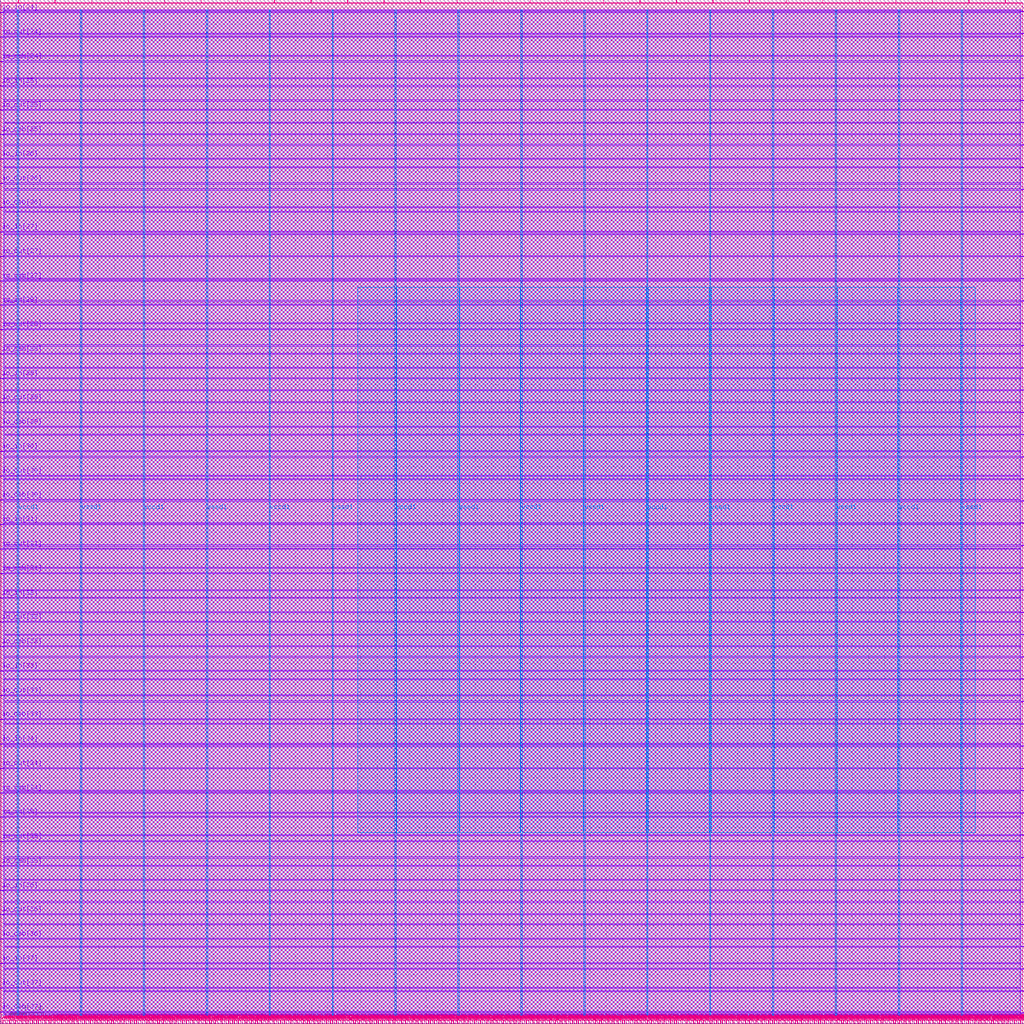
<source format=lef>
# Copyright 2020 The SkyWater PDK Authors
#
# Licensed under the Apache License, Version 2.0 (the "License");
# you may not use this file except in compliance with the License.
# You may obtain a copy of the License at
#
#     https://www.apache.org/licenses/LICENSE-2.0
#
# Unless required by applicable law or agreed to in writing, software
# distributed under the License is distributed on an "AS IS" BASIS,
# WITHOUT WARRANTIES OR CONDITIONS OF ANY KIND, either express or implied.
# See the License for the specific language governing permissions and
# limitations under the License.
#
# SPDX-License-Identifier: Apache-2.0

VERSION 5.7 ;

BUSBITCHARS "[]" ;
DIVIDERCHAR "/" ;

UNITS
  TIME NANOSECONDS 1 ;
  CAPACITANCE PICOFARADS 1 ;
  RESISTANCE OHMS 1 ;
  DATABASE MICRONS 1000 ;
END UNITS

MANUFACTURINGGRID 0.005 ;
USEMINSPACING OBS OFF ;

PROPERTYDEFINITIONS
  LAYER LEF58_TYPE STRING ;
END PROPERTYDEFINITIONS

# High density, single height
SITE unithd
  SYMMETRY Y ;
  CLASS CORE ;
  SIZE 0.46 BY 2.72 ;
END unithd

# High density, double height
SITE unithddbl
  SYMMETRY Y ;
  CLASS CORE ;
  SIZE 0.46 BY 5.44 ;
END unithddbl

LAYER nwell
  TYPE MASTERSLICE ;
  PROPERTY LEF58_TYPE "TYPE NWELL ;" ;
END nwell

LAYER pwell
  TYPE MASTERSLICE ;
  PROPERTY LEF58_TYPE "TYPE PWELL ;" ;
END pwell

LAYER li1
  TYPE ROUTING ;
  DIRECTION VERTICAL ;

  PITCH 0.46 0.34 ;
  OFFSET 0.23 0.17 ;

  WIDTH 0.17 ;          # LI 1
  # SPACING  0.17 ;     # LI 2
  SPACINGTABLE
     PARALLELRUNLENGTH 0
     WIDTH 0 0.17 ;
  AREA 0.0561 ;         # LI 6
  THICKNESS 0.1 ;
  EDGECAPACITANCE 40.697E-6 ;
  CAPACITANCE CPERSQDIST 36.9866E-6 ;
  RESISTANCE RPERSQ 12.2 ;

  ANTENNAMODEL OXIDE1 ;
  ANTENNADIFFSIDEAREARATIO PWL ( ( 0 75 ) ( 0.0125 75 ) ( 0.0225 85.125 ) ( 22.5 10200 ) ) ;
END li1

LAYER mcon
  TYPE CUT ;

  WIDTH 0.17 ;                # Mcon 1
  SPACING 0.19 ;              # Mcon 2
  ENCLOSURE BELOW 0 0 ;       # Mcon 4
  ENCLOSURE ABOVE 0.03 0.06 ; # Met1 4 / Met1 5

  ANTENNADIFFAREARATIO PWL ( ( 0 3 ) ( 0.0125 3 ) ( 0.0225 3.405 ) ( 22.5 408 ) ) ;
  DCCURRENTDENSITY AVERAGE 0.36 ; # mA per via Iavg_max at Tj = 90oC

END mcon

LAYER met1
  TYPE ROUTING ;
  DIRECTION HORIZONTAL ;

  PITCH 0.34 ;
  OFFSET 0.17 ;

  WIDTH 0.14 ;                     # Met1 1
  # SPACING 0.14 ;                 # Met1 2
  # SPACING 0.28 RANGE 3.001 100 ; # Met1 3b
  SPACINGTABLE
     PARALLELRUNLENGTH 0
     WIDTH 0 0.14
     WIDTH 3 0.28 ;
  AREA 0.083 ;                     # Met1 6
  THICKNESS 0.35 ;
  MINENCLOSEDAREA 0.14 ;

  ANTENNAMODEL OXIDE1 ;
  ANTENNADIFFSIDEAREARATIO PWL ( ( 0 400 ) ( 0.0125 400 ) ( 0.0225 2609 ) ( 22.5 11600 ) ) ;

  EDGECAPACITANCE 40.567E-6 ;
  CAPACITANCE CPERSQDIST 25.7784E-6 ;
  DCCURRENTDENSITY AVERAGE 2.8 ; # mA/um Iavg_max at Tj = 90oC
  ACCURRENTDENSITY RMS 6.1 ; # mA/um Irms_max at Tj = 90oC
  MAXIMUMDENSITY 70 ;
  DENSITYCHECKWINDOW 700 700 ;
  DENSITYCHECKSTEP 70 ;

  RESISTANCE RPERSQ 0.125 ;
END met1

LAYER via
  TYPE CUT ;
  WIDTH 0.15 ;                  # Via 1a
  SPACING 0.17 ;                # Via 2
  ENCLOSURE BELOW 0.055 0.085 ; # Via 4a / Via 5a
  ENCLOSURE ABOVE 0.055 0.085 ; # Met2 4 / Met2 5

  ANTENNADIFFAREARATIO PWL ( ( 0 6 ) ( 0.0125 6 ) ( 0.0225 6.81 ) ( 22.5 816 ) ) ;
  DCCURRENTDENSITY AVERAGE 0.29 ; # mA per via Iavg_max at Tj = 90oC
END via

LAYER met2
  TYPE ROUTING ;
  DIRECTION VERTICAL ;

  PITCH 0.46 ;
  OFFSET 0.23 ;

  WIDTH 0.14 ;                        # Met2 1
  # SPACING  0.14 ;                   # Met2 2
  # SPACING  0.28 RANGE 3.001 100 ;   # Met2 3b
  SPACINGTABLE
     PARALLELRUNLENGTH 0
     WIDTH 0 0.14
     WIDTH 3 0.28 ;
  AREA 0.0676 ;                       # Met2 6
  THICKNESS 0.35 ;
  MINENCLOSEDAREA 0.14 ;

  EDGECAPACITANCE 37.759E-6 ;
  CAPACITANCE CPERSQDIST 16.9423E-6 ;
  RESISTANCE RPERSQ 0.125 ;
  DCCURRENTDENSITY AVERAGE 2.8 ; # mA/um Iavg_max at Tj = 90oC
  ACCURRENTDENSITY RMS 6.1 ; # mA/um Irms_max at Tj = 90oC

  ANTENNAMODEL OXIDE1 ;
  ANTENNADIFFSIDEAREARATIO PWL ( ( 0 400 ) ( 0.0125 400 ) ( 0.0225 2609 ) ( 22.5 11600 ) ) ;

  MAXIMUMDENSITY 70 ;
  DENSITYCHECKWINDOW 700 700 ;
  DENSITYCHECKSTEP 70 ;
END met2

# ******** Layer via2, type routing, number 44 **************
LAYER via2
  TYPE CUT ;
  WIDTH 0.2 ;                   # Via2 1
  SPACING 0.2 ;                 # Via2 2
  ENCLOSURE BELOW 0.04 0.085 ;  # Via2 4
  ENCLOSURE ABOVE 0.065 0.065 ; # Met3 4
  ANTENNADIFFAREARATIO PWL ( ( 0 6 ) ( 0.0125 6 ) ( 0.0225 6.81 ) ( 22.5 816 ) ) ;
  DCCURRENTDENSITY AVERAGE 0.48 ; # mA per via Iavg_max at Tj = 90oC
END via2

LAYER met3
  TYPE ROUTING ;
  DIRECTION HORIZONTAL ;

  PITCH 0.68 ;
  OFFSET 0.34 ;

  WIDTH 0.3 ;              # Met3 1
  # SPACING 0.3 ;          # Met3 2
  SPACINGTABLE
     PARALLELRUNLENGTH 0
     WIDTH 0 0.3
     WIDTH 3 0.4 ;
  AREA 0.24 ;              # Met3 6
  THICKNESS 0.8 ;

  EDGECAPACITANCE 40.989E-6 ;
  CAPACITANCE CPERSQDIST 12.3729E-6 ;
  RESISTANCE RPERSQ 0.047 ;
  DCCURRENTDENSITY AVERAGE 6.8 ; # mA/um Iavg_max at Tj = 90oC
  ACCURRENTDENSITY RMS 14.9 ; # mA/um Irms_max at Tj = 90oC

  ANTENNAMODEL OXIDE1 ;
  ANTENNADIFFSIDEAREARATIO PWL ( ( 0 400 ) ( 0.0125 400 ) ( 0.0225 2609 ) ( 22.5 11600 ) ) ;

  MAXIMUMDENSITY 70 ;
  DENSITYCHECKWINDOW 700 700 ;
  DENSITYCHECKSTEP 70 ;
END met3

LAYER via3
  TYPE CUT ;
  WIDTH 0.2 ;                   # Via3 1
  SPACING 0.2 ;                 # Via3 2
  ENCLOSURE BELOW 0.06 0.09 ;   # Via3 4 / Via3 5
  ENCLOSURE ABOVE 0.065 0.065 ; # Met4 3
  ANTENNADIFFAREARATIO PWL ( ( 0 6 ) ( 0.0125 6 ) ( 0.0225 6.81 ) ( 22.5 816 ) ) ;
  DCCURRENTDENSITY AVERAGE 0.48 ; # mA per via Iavg_max at Tj = 90oC
END via3

LAYER met4
  TYPE ROUTING ;
  DIRECTION VERTICAL ;

  PITCH 0.92 ;
  OFFSET 0.46 ;

  WIDTH 0.3 ;             # Met4 1
  # SPACING  0.3 ;             # Met4 2
  SPACINGTABLE
     PARALLELRUNLENGTH 0
     WIDTH 0 0.3
     WIDTH 3 0.4 ;
  AREA 0.24 ;            # Met4 4a

  THICKNESS 0.8 ;

  EDGECAPACITANCE 36.676E-6 ;
  CAPACITANCE CPERSQDIST 8.41537E-6 ;
  RESISTANCE RPERSQ 0.047 ;
  DCCURRENTDENSITY AVERAGE 6.8 ; # mA/um Iavg_max at Tj = 90oC
  ACCURRENTDENSITY RMS 14.9 ; # mA/um Irms_max at Tj = 90oC

  ANTENNAMODEL OXIDE1 ;
  ANTENNADIFFSIDEAREARATIO PWL ( ( 0 400 ) ( 0.0125 400 ) ( 0.0225 2609 ) ( 22.5 11600 ) ) ;

  MAXIMUMDENSITY 70 ;
  DENSITYCHECKWINDOW 700 700 ;
  DENSITYCHECKSTEP 70 ;
END met4

LAYER via4
  TYPE CUT ;

  WIDTH 0.8 ;                 # Via4 1
  SPACING 0.8 ;               # Via4 2
  ENCLOSURE BELOW 0.19 0.19 ; # Via4 4
  ENCLOSURE ABOVE 0.31 0.31 ; # Met5 3
  ANTENNADIFFAREARATIO PWL ( ( 0 6 ) ( 0.0125 6 ) ( 0.0225 6.81 ) ( 22.5 816 ) ) ;
  DCCURRENTDENSITY AVERAGE 2.49 ; # mA per via Iavg_max at Tj = 90oC
END via4

LAYER met5
  TYPE ROUTING ;
  DIRECTION HORIZONTAL ;

  PITCH 3.4 ;
  OFFSET 1.7 ;

  WIDTH 1.6 ;            # Met5 1
  #SPACING  1.6 ;        # Met5 2
  SPACINGTABLE
     PARALLELRUNLENGTH 0
     WIDTH 0 1.6 ;
  AREA 4 ;               # Met5 4

  THICKNESS 1.2 ;

  EDGECAPACITANCE 38.851E-6 ;
  CAPACITANCE CPERSQDIST 6.32063E-6 ;
  RESISTANCE RPERSQ 0.0285 ;
  DCCURRENTDENSITY AVERAGE 10.17 ; # mA/um Iavg_max at Tj = 90oC
  ACCURRENTDENSITY RMS 22.34 ; # mA/um Irms_max at Tj = 90oC

  ANTENNAMODEL OXIDE1 ;
  ANTENNADIFFSIDEAREARATIO PWL ( ( 0 400 ) ( 0.0125 400 ) ( 0.0225 2609 ) ( 22.5 11600 ) ) ;
END met5


### Routing via cells section   ###
# Plus via rule, metals are along the prefered direction
VIA L1M1_PR DEFAULT
  LAYER mcon ;
  RECT -0.085 -0.085 0.085 0.085 ;
  LAYER li1 ;
  RECT -0.085 -0.085 0.085 0.085 ;
  LAYER met1 ;
  RECT -0.145 -0.115 0.145 0.115 ;
END L1M1_PR

VIARULE L1M1_PR GENERATE
  LAYER li1 ;
  ENCLOSURE 0 0 ;
  LAYER met1 ;
  ENCLOSURE 0.06 0.03 ;
  LAYER mcon ;
  RECT -0.085 -0.085 0.085 0.085 ;
  SPACING 0.36 BY 0.36 ;
END L1M1_PR

# Plus via rule, metals are along the non prefered direction
VIA L1M1_PR_R DEFAULT
  LAYER mcon ;
  RECT -0.085 -0.085 0.085 0.085 ;
  LAYER li1 ;
  RECT -0.085 -0.085 0.085 0.085 ;
  LAYER met1 ;
  RECT -0.115 -0.145 0.115 0.145 ;
END L1M1_PR_R

VIARULE L1M1_PR_R GENERATE
  LAYER li1 ;
  ENCLOSURE 0 0 ;
  LAYER met1 ;
  ENCLOSURE 0.03 0.06 ;
  LAYER mcon ;
  RECT -0.085 -0.085 0.085 0.085 ;
  SPACING 0.36 BY 0.36 ;
END L1M1_PR_R

# Minus via rule, lower layer metal is along prefered direction
VIA L1M1_PR_M DEFAULT
  LAYER mcon ;
  RECT -0.085 -0.085 0.085 0.085 ;
  LAYER li1 ;
  RECT -0.085 -0.085 0.085 0.085 ;
  LAYER met1 ;
  RECT -0.115 -0.145 0.115 0.145 ;
END L1M1_PR_M

VIARULE L1M1_PR_M GENERATE
  LAYER li1 ;
  ENCLOSURE 0 0 ;
  LAYER met1 ;
  ENCLOSURE 0.03 0.06 ;
  LAYER mcon ;
  RECT -0.085 -0.085 0.085 0.085 ;
  SPACING 0.36 BY 0.36 ;
END L1M1_PR_M

# Minus via rule, upper layer metal is along prefered direction
VIA L1M1_PR_MR DEFAULT
  LAYER mcon ;
  RECT -0.085 -0.085 0.085 0.085 ;
  LAYER li1 ;
  RECT -0.085 -0.085 0.085 0.085 ;
  LAYER met1 ;
  RECT -0.145 -0.115 0.145 0.115 ;
END L1M1_PR_MR

VIARULE L1M1_PR_MR GENERATE
  LAYER li1 ;
  ENCLOSURE 0 0 ;
  LAYER met1 ;
  ENCLOSURE 0.06 0.03 ;
  LAYER mcon ;
  RECT -0.085 -0.085 0.085 0.085 ;
  SPACING 0.36 BY 0.36 ;
END L1M1_PR_MR

# Centered via rule, we really do not want to use it
VIA L1M1_PR_C DEFAULT
  LAYER mcon ;
  RECT -0.085 -0.085 0.085 0.085 ;
  LAYER li1 ;
  RECT -0.085 -0.085 0.085 0.085 ;
  LAYER met1 ;
  RECT -0.145 -0.145 0.145 0.145 ;
END L1M1_PR_C

VIARULE L1M1_PR_C GENERATE
  LAYER li1 ;
  ENCLOSURE 0 0 ;
  LAYER met1 ;
  ENCLOSURE 0.06 0.06 ;
  LAYER mcon ;
  RECT -0.085 -0.085 0.085 0.085 ;
  SPACING 0.36 BY 0.36 ;
END L1M1_PR_C

# Plus via rule, metals are along the prefered direction
VIA M1M2_PR DEFAULT
  LAYER via ;
  RECT -0.075 -0.075 0.075 0.075 ;
  LAYER met1 ;
  RECT -0.16 -0.13 0.16 0.13 ;
  LAYER met2 ;
  RECT -0.13 -0.16 0.13 0.16 ;
END M1M2_PR

VIARULE M1M2_PR GENERATE
  LAYER met1 ;
  ENCLOSURE 0.085 0.055 ;
  LAYER met2 ;
  ENCLOSURE 0.055 0.085 ;
  LAYER via ;
  RECT -0.075 -0.075 0.075 0.075 ;
  SPACING 0.32 BY 0.32 ;
END M1M2_PR

# Plus via rule, metals are along the non prefered direction
VIA M1M2_PR_R DEFAULT
  LAYER via ;
  RECT -0.075 -0.075 0.075 0.075 ;
  LAYER met1 ;
  RECT -0.13 -0.16 0.13 0.16 ;
  LAYER met2 ;
  RECT -0.16 -0.13 0.16 0.13 ;
END M1M2_PR_R

VIARULE M1M2_PR_R GENERATE
  LAYER met1 ;
  ENCLOSURE 0.055 0.085 ;
  LAYER met2 ;
  ENCLOSURE 0.085 0.055 ;
  LAYER via ;
  RECT -0.075 -0.075 0.075 0.075 ;
  SPACING 0.32 BY 0.32 ;
END M1M2_PR_R

# Minus via rule, lower layer metal is along prefered direction
VIA M1M2_PR_M DEFAULT
  LAYER via ;
  RECT -0.075 -0.075 0.075 0.075 ;
  LAYER met1 ;
  RECT -0.16 -0.13 0.16 0.13 ;
  LAYER met2 ;
  RECT -0.16 -0.13 0.16 0.13 ;
END M1M2_PR_M

VIARULE M1M2_PR_M GENERATE
  LAYER met1 ;
  ENCLOSURE 0.085 0.055 ;
  LAYER met2 ;
  ENCLOSURE 0.085 0.055 ;
  LAYER via ;
  RECT -0.075 -0.075 0.075 0.075 ;
  SPACING 0.32 BY 0.32 ;
END M1M2_PR_M

# Minus via rule, upper layer metal is along prefered direction
VIA M1M2_PR_MR DEFAULT
  LAYER via ;
  RECT -0.075 -0.075 0.075 0.075 ;
  LAYER met1 ;
  RECT -0.13 -0.16 0.13 0.16 ;
  LAYER met2 ;
  RECT -0.13 -0.16 0.13 0.16 ;
END M1M2_PR_MR

VIARULE M1M2_PR_MR GENERATE
  LAYER met1 ;
  ENCLOSURE 0.055 0.085 ;
  LAYER met2 ;
  ENCLOSURE 0.055 0.085 ;
  LAYER via ;
  RECT -0.075 -0.075 0.075 0.075 ;
  SPACING 0.32 BY 0.32 ;
END M1M2_PR_MR

# Centered via rule, we really do not want to use it
VIA M1M2_PR_C DEFAULT
  LAYER via ;
  RECT -0.075 -0.075 0.075 0.075 ;
  LAYER met1 ;
  RECT -0.16 -0.16 0.16 0.16 ;
  LAYER met2 ;
  RECT -0.16 -0.16 0.16 0.16 ;
END M1M2_PR_C

VIARULE M1M2_PR_C GENERATE
  LAYER met1 ;
  ENCLOSURE 0.085 0.085 ;
  LAYER met2 ;
  ENCLOSURE 0.085 0.085 ;
  LAYER via ;
  RECT -0.075 -0.075 0.075 0.075 ;
  SPACING 0.32 BY 0.32 ;
END M1M2_PR_C

# Plus via rule, metals are along the prefered direction
VIA M2M3_PR DEFAULT
  LAYER via2 ;
  RECT -0.1 -0.1 0.1 0.1 ;
  LAYER met2 ;
  RECT -0.14 -0.185 0.14 0.185 ;
  LAYER met3 ;
  RECT -0.165 -0.165 0.165 0.165 ;
END M2M3_PR

VIARULE M2M3_PR GENERATE
  LAYER met2 ;
  ENCLOSURE 0.04 0.085 ;
  LAYER met3 ;
  ENCLOSURE 0.065 0.065 ;
  LAYER via2 ;
  RECT -0.1 -0.1 0.1 0.1 ;
  SPACING 0.4 BY 0.4 ;
END M2M3_PR

# Plus via rule, metals are along the non prefered direction
VIA M2M3_PR_R DEFAULT
  LAYER via2 ;
  RECT -0.1 -0.1 0.1 0.1 ;
  LAYER met2 ;
  RECT -0.185 -0.14 0.185 0.14 ;
  LAYER met3 ;
  RECT -0.165 -0.165 0.165 0.165 ;
END M2M3_PR_R

VIARULE M2M3_PR_R GENERATE
  LAYER met2 ;
  ENCLOSURE 0.085 0.04 ;
  LAYER met3 ;
  ENCLOSURE 0.065 0.065 ;
  LAYER via2 ;
  RECT -0.1 -0.1 0.1 0.1 ;
  SPACING 0.4 BY 0.4 ;
END M2M3_PR_R

# Minus via rule, lower layer metal is along prefered direction
VIA M2M3_PR_M DEFAULT
  LAYER via2 ;
  RECT -0.1 -0.1 0.1 0.1 ;
  LAYER met2 ;
  RECT -0.14 -0.185 0.14 0.185 ;
  LAYER met3 ;
  RECT -0.165 -0.165 0.165 0.165 ;
END M2M3_PR_M

VIARULE M2M3_PR_M GENERATE
  LAYER met2 ;
  ENCLOSURE 0.04 0.085 ;
  LAYER met3 ;
  ENCLOSURE 0.065 0.065 ;
  LAYER via2 ;
  RECT -0.1 -0.1 0.1 0.1 ;
  SPACING 0.4 BY 0.4 ;
END M2M3_PR_M

# Minus via rule, upper layer metal is along prefered direction
VIA M2M3_PR_MR DEFAULT
  LAYER via2 ;
  RECT -0.1 -0.1 0.1 0.1 ;
  LAYER met2 ;
  RECT -0.185 -0.14 0.185 0.14 ;
  LAYER met3 ;
  RECT -0.165 -0.165 0.165 0.165 ;
END M2M3_PR_MR

VIARULE M2M3_PR_MR GENERATE
  LAYER met2 ;
  ENCLOSURE 0.085 0.04 ;
  LAYER met3 ;
  ENCLOSURE 0.065 0.065 ;
  LAYER via2 ;
  RECT -0.1 -0.1 0.1 0.1 ;
  SPACING 0.4 BY 0.4 ;
END M2M3_PR_MR

# Centered via rule, we really do not want to use it
VIA M2M3_PR_C DEFAULT
  LAYER via2 ;
  RECT -0.1 -0.1 0.1 0.1 ;
  LAYER met2 ;
  RECT -0.185 -0.185 0.185 0.185 ;
  LAYER met3 ;
  RECT -0.165 -0.165 0.165 0.165 ;
END M2M3_PR_C

VIARULE M2M3_PR_C GENERATE
  LAYER met2 ;
  ENCLOSURE 0.085 0.085 ;
  LAYER met3 ;
  ENCLOSURE 0.065 0.065 ;
  LAYER via2 ;
  RECT -0.1 -0.1 0.1 0.1 ;
  SPACING 0.4 BY 0.4 ;
END M2M3_PR_C

# Plus via rule, metals are along the prefered direction
VIA M3M4_PR DEFAULT
  LAYER via3 ;
  RECT -0.1 -0.1 0.1 0.1 ;
  LAYER met3 ;
  RECT -0.19 -0.16 0.19 0.16 ;
  LAYER met4 ;
  RECT -0.165 -0.165 0.165 0.165 ;
END M3M4_PR

VIARULE M3M4_PR GENERATE
  LAYER met3 ;
  ENCLOSURE 0.09 0.06 ;
  LAYER met4 ;
  ENCLOSURE 0.065 0.065 ;
  LAYER via3 ;
  RECT -0.1 -0.1 0.1 0.1 ;
  SPACING 0.4 BY 0.4 ;
END M3M4_PR

# Plus via rule, metals are along the non prefered direction
VIA M3M4_PR_R DEFAULT
  LAYER via3 ;
  RECT -0.1 -0.1 0.1 0.1 ;
  LAYER met3 ;
  RECT -0.16 -0.19 0.16 0.19 ;
  LAYER met4 ;
  RECT -0.165 -0.165 0.165 0.165 ;
END M3M4_PR_R

VIARULE M3M4_PR_R GENERATE
  LAYER met3 ;
  ENCLOSURE 0.06 0.09 ;
  LAYER met4 ;
  ENCLOSURE 0.065 0.065 ;
  LAYER via3 ;
  RECT -0.1 -0.1 0.1 0.1 ;
  SPACING 0.4 BY 0.4 ;
END M3M4_PR_R

# Minus via rule, lower layer metal is along prefered direction
VIA M3M4_PR_M DEFAULT
  LAYER via3 ;
  RECT -0.1 -0.1 0.1 0.1 ;
  LAYER met3 ;
  RECT -0.19 -0.16 0.19 0.16 ;
  LAYER met4 ;
  RECT -0.165 -0.165 0.165 0.165 ;
END M3M4_PR_M

VIARULE M3M4_PR_M GENERATE
  LAYER met3 ;
  ENCLOSURE 0.09 0.06 ;
  LAYER met4 ;
  ENCLOSURE 0.065 0.065 ;
  LAYER via3 ;
  RECT -0.1 -0.1 0.1 0.1 ;
  SPACING 0.4 BY 0.4 ;
END M3M4_PR_M

# Minus via rule, upper layer metal is along prefered direction
VIA M3M4_PR_MR DEFAULT
  LAYER via3 ;
  RECT -0.1 -0.1 0.1 0.1 ;
  LAYER met3 ;
  RECT -0.16 -0.19 0.16 0.19 ;
  LAYER met4 ;
  RECT -0.165 -0.165 0.165 0.165 ;
END M3M4_PR_MR

VIARULE M3M4_PR_MR GENERATE
  LAYER met3 ;
  ENCLOSURE 0.06 0.09 ;
  LAYER met4 ;
  ENCLOSURE 0.065 0.065 ;
  LAYER via3 ;
  RECT -0.1 -0.1 0.1 0.1 ;
  SPACING 0.4 BY 0.4 ;
END M3M4_PR_MR

# Centered via rule, we really do not want to use it
VIA M3M4_PR_C DEFAULT
  LAYER via3 ;
  RECT -0.1 -0.1 0.1 0.1 ;
  LAYER met3 ;
  RECT -0.19 -0.19 0.19 0.19 ;
  LAYER met4 ;
  RECT -0.165 -0.165 0.165 0.165 ;
END M3M4_PR_C

VIARULE M3M4_PR_C GENERATE
  LAYER met3 ;
  ENCLOSURE 0.09 0.09 ;
  LAYER met4 ;
  ENCLOSURE 0.065 0.065 ;
  LAYER via3 ;
  RECT -0.1 -0.1 0.1 0.1 ;
  SPACING 0.4 BY 0.4 ;
END M3M4_PR_C

# Plus via rule, metals are along the prefered direction
VIA M4M5_PR DEFAULT
  LAYER via4 ;
  RECT -0.4 -0.4 0.4 0.4 ;
  LAYER met4 ;
  RECT -0.59 -0.59 0.59 0.59 ;
  LAYER met5 ;
  RECT -0.71 -0.71 0.71 0.71 ;
END M4M5_PR

VIARULE M4M5_PR GENERATE
  LAYER met4 ;
  ENCLOSURE 0.19 0.19 ;
  LAYER met5 ;
  ENCLOSURE 0.31 0.31 ;
  LAYER via4 ;
  RECT -0.4 -0.4 0.4 0.4 ;
  SPACING 1.6 BY 1.6 ;
END M4M5_PR

# Plus via rule, metals are along the non prefered direction
VIA M4M5_PR_R DEFAULT
  LAYER via4 ;
  RECT -0.4 -0.4 0.4 0.4 ;
  LAYER met4 ;
  RECT -0.59 -0.59 0.59 0.59 ;
  LAYER met5 ;
  RECT -0.71 -0.71 0.71 0.71 ;
END M4M5_PR_R

VIARULE M4M5_PR_R GENERATE
  LAYER met4 ;
  ENCLOSURE 0.19 0.19 ;
  LAYER met5 ;
  ENCLOSURE 0.31 0.31 ;
  LAYER via4 ;
  RECT -0.4 -0.4 0.4 0.4 ;
  SPACING 1.6 BY 1.6 ;
END M4M5_PR_R

# Minus via rule, lower layer metal is along prefered direction
VIA M4M5_PR_M DEFAULT
  LAYER via4 ;
  RECT -0.4 -0.4 0.4 0.4 ;
  LAYER met4 ;
  RECT -0.59 -0.59 0.59 0.59 ;
  LAYER met5 ;
  RECT -0.71 -0.71 0.71 0.71 ;
END M4M5_PR_M

VIARULE M4M5_PR_M GENERATE
  LAYER met4 ;
  ENCLOSURE 0.19 0.19 ;
  LAYER met5 ;
  ENCLOSURE 0.31 0.31 ;
  LAYER via4 ;
  RECT -0.4 -0.4 0.4 0.4 ;
  SPACING 1.6 BY 1.6 ;
END M4M5_PR_M

# Minus via rule, upper layer metal is along prefered direction
VIA M4M5_PR_MR DEFAULT
  LAYER via4 ;
  RECT -0.4 -0.4 0.4 0.4 ;
  LAYER met4 ;
  RECT -0.59 -0.59 0.59 0.59 ;
  LAYER met5 ;
  RECT -0.71 -0.71 0.71 0.71 ;
END M4M5_PR_MR

VIARULE M4M5_PR_MR GENERATE
  LAYER met4 ;
  ENCLOSURE 0.19 0.19 ;
  LAYER met5 ;
  ENCLOSURE 0.31 0.31 ;
  LAYER via4 ;
  RECT -0.4 -0.4 0.4 0.4 ;
  SPACING 1.6 BY 1.6 ;
END M4M5_PR_MR

# Centered via rule, we really do not want to use it
VIA M4M5_PR_C DEFAULT
  LAYER via4 ;
  RECT -0.4 -0.4 0.4 0.4 ;
  LAYER met4 ;
  RECT -0.59 -0.59 0.59 0.59 ;
  LAYER met5 ;
  RECT -0.71 -0.71 0.71 0.71 ;
END M4M5_PR_C

VIARULE M4M5_PR_C GENERATE
  LAYER met4 ;
  ENCLOSURE 0.19 0.19 ;
  LAYER met5 ;
  ENCLOSURE 0.31 0.31 ;
  LAYER via4 ;
  RECT -0.4 -0.4 0.4 0.4 ;
  SPACING 1.6 BY 1.6 ;
END M4M5_PR_C
###  end of single via cells   ###


MACRO sky130_ef_sc_hd__decap_12
  CLASS BLOCK ;
  FOREIGN sky130_ef_sc_hd__decap_12 ;
  ORIGIN 0.000 0.000 ;
  SIZE 5.520 BY 2.720 ;
  PIN VGND
    DIRECTION INPUT ;
    USE GROUND ;
    PORT
      LAYER met1 ;
        RECT 0.000 -0.240 5.520 0.240 ;
    END
  END VGND
  PIN VPWR
    DIRECTION INPUT ;
    USE POWER ;
    PORT
      LAYER met1 ;
        RECT 0.000 2.480 5.520 2.960 ;
    END
  END VPWR
  PIN VPB
    DIRECTION INPUT ;
    USE POWER ;
    PORT
      LAYER nwell ;
        RECT -0.190 1.305 5.710 2.910 ;
    END
  END VPB
  PIN VNB
    DIRECTION INPUT ;
    USE GROUND ;
    PORT
      LAYER pwell ;
        RECT 0.005 0.105 5.515 0.915 ;
        RECT 0.145 -0.085 0.315 0.105 ;
    END
  END VNB
  OBS
      LAYER li1 ;
        RECT 0.000 2.635 5.520 2.805 ;
        RECT 0.085 2.200 5.430 2.635 ;
        RECT 1.670 0.630 2.010 1.460 ;
        RECT 3.490 0.950 3.840 2.200 ;
        RECT 0.085 0.085 5.430 0.630 ;
        RECT 0.000 -0.085 5.520 0.085 ;
      LAYER mcon ;
        RECT 0.145 2.635 0.315 2.805 ;
        RECT 0.605 2.635 0.775 2.805 ;
        RECT 1.065 2.635 1.235 2.805 ;
        RECT 1.525 2.635 1.695 2.805 ;
        RECT 1.985 2.635 2.155 2.805 ;
        RECT 2.445 2.635 2.615 2.805 ;
        RECT 2.905 2.635 3.075 2.805 ;
        RECT 3.365 2.635 3.535 2.805 ;
        RECT 3.825 2.635 3.995 2.805 ;
        RECT 4.285 2.635 4.455 2.805 ;
        RECT 4.745 2.635 4.915 2.805 ;
        RECT 5.205 2.635 5.375 2.805 ;
        RECT 0.145 -0.085 0.315 0.085 ;
        RECT 0.605 -0.085 0.775 0.085 ;
        RECT 1.065 -0.085 1.235 0.085 ;
        RECT 1.525 -0.085 1.695 0.085 ;
        RECT 1.985 -0.085 2.155 0.085 ;
        RECT 2.445 -0.085 2.615 0.085 ;
        RECT 2.905 -0.085 3.075 0.085 ;
        RECT 3.365 -0.085 3.535 0.085 ;
        RECT 3.825 -0.085 3.995 0.085 ;
        RECT 4.285 -0.085 4.455 0.085 ;
        RECT 4.745 -0.085 4.915 0.085 ;
        RECT 5.205 -0.085 5.375 0.085 ;
  END
END sky130_ef_sc_hd__decap_12
MACRO sky130_ef_sc_hd__fakediode_2
  CLASS CORE SPACER ;
  FOREIGN sky130_ef_sc_hd__fakediode_2 ;
  ORIGIN 0.000 0.000 ;
  SIZE 0.920 BY 2.720 ;
  SYMMETRY X Y R90 ;
  SITE unithd ;
  PIN DIODE
    DIRECTION INPUT ;
    USE SIGNAL ;
    PORT
      LAYER li1 ;
        RECT 0.085 0.255 0.835 2.465 ;
    END
  END DIODE
  PIN VGND
    DIRECTION INOUT ;
    USE GROUND ;
    SHAPE ABUTMENT ;
    PORT
      LAYER met1 ;
        RECT 0.000 -0.240 0.920 0.240 ;
    END
  END VGND
  PIN VPWR
    DIRECTION INOUT ;
    USE POWER ;
    SHAPE ABUTMENT ;
    PORT
      LAYER met1 ;
        RECT 0.000 2.480 0.920 2.960 ;
    END
  END VPWR
  PIN VPB
    DIRECTION INOUT ;
    USE POWER ;
    PORT
      LAYER nwell ;
        RECT -0.190 1.305 1.110 2.910 ;
    END
  END VPB
  PIN VNB
    DIRECTION INOUT ;
    USE GROUND ;
    PORT
      LAYER pwell ;
        RECT 0.025 0.065 0.915 1.015 ;
        RECT 0.145 -0.085 0.315 0.065 ;
    END
  END VNB
  OBS
      LAYER li1 ;
        RECT 0.000 2.635 0.920 2.805 ;
        RECT 0.000 -0.085 0.920 0.085 ;
      LAYER mcon ;
        RECT 0.145 2.635 0.315 2.805 ;
        RECT 0.605 2.635 0.775 2.805 ;
        RECT 0.145 -0.085 0.315 0.085 ;
        RECT 0.605 -0.085 0.775 0.085 ;
  END
END sky130_ef_sc_hd__fakediode_2
MACRO sky130_ef_sc_hd__fill_8
  CLASS CORE SPACER ;
  FOREIGN sky130_ef_sc_hd__fill_8 ;
  ORIGIN 0.000 0.000 ;
  SIZE 3.680 BY 2.720 ;
  SYMMETRY X Y R90 ;
  SITE unithd ;
  PIN VGND
    DIRECTION INOUT ;
    USE GROUND ;
    SHAPE ABUTMENT ;
    PORT
      LAYER met1 ;
        RECT 0.000 -0.240 3.680 0.240 ;
    END
  END VGND
  PIN VPWR
    DIRECTION INOUT ;
    USE POWER ;
    SHAPE ABUTMENT ;
    PORT
      LAYER met1 ;
        RECT 0.000 2.480 3.680 2.960 ;
    END
  END VPWR
  PIN VPB
    PORT
      LAYER nwell ;
        RECT -0.190 1.305 3.870 2.910 ;
    END
  END VPB
  PIN VNB
    PORT
      LAYER pwell ;
        RECT 0.025 0.065 3.655 1.015 ;
        RECT 0.130 -0.120 0.350 0.065 ;
    END
  END VNB
  OBS
      LAYER li1 ;
        RECT 0.000 2.635 3.680 2.805 ;
        RECT 0.000 -0.085 3.680 0.085 ;
      LAYER mcon ;
        RECT 0.145 2.635 0.315 2.805 ;
        RECT 0.605 2.635 0.775 2.805 ;
        RECT 1.065 2.635 1.235 2.805 ;
        RECT 1.525 2.635 1.695 2.805 ;
        RECT 1.985 2.635 2.155 2.805 ;
        RECT 2.445 2.635 2.615 2.805 ;
        RECT 2.905 2.635 3.075 2.805 ;
        RECT 3.365 2.635 3.535 2.805 ;
        RECT 0.145 -0.085 0.315 0.085 ;
        RECT 0.605 -0.085 0.775 0.085 ;
        RECT 1.065 -0.085 1.235 0.085 ;
        RECT 1.525 -0.085 1.695 0.085 ;
        RECT 1.985 -0.085 2.155 0.085 ;
        RECT 2.445 -0.085 2.615 0.085 ;
        RECT 2.905 -0.085 3.075 0.085 ;
        RECT 3.365 -0.085 3.535 0.085 ;
  END
END sky130_ef_sc_hd__fill_8
MACRO sky130_ef_sc_hd__fill_12
  CLASS CORE ;
  FOREIGN sky130_ef_sc_hd__fill_12 ;
  ORIGIN 0.000 0.000 ;
  SIZE 5.520 BY 2.720 ;
  SYMMETRY X Y R90 ;
  SITE unithd ;
  OBS
      LAYER nwell ;
        RECT -0.190 1.305 5.710 2.910 ;
      LAYER pwell ;
        RECT 0.005 0.105 2.755 0.915 ;
        RECT 0.145 -0.085 0.315 0.105 ;
        RECT 2.935 -0.060 3.045 0.060 ;
        RECT 4.755 -0.050 4.915 0.060 ;
      LAYER li1 ;
        RECT 0.000 2.635 5.520 2.805 ;
        RECT 0.085 1.545 2.675 2.635 ;
        RECT 0.085 0.855 1.295 1.375 ;
        RECT 1.465 1.025 2.675 1.545 ;
        RECT 0.085 0.085 2.675 0.855 ;
        RECT 0.000 -0.085 5.520 0.085 ;
      LAYER mcon ;
        RECT 0.145 2.635 0.315 2.805 ;
        RECT 0.605 2.635 0.775 2.805 ;
        RECT 1.065 2.635 1.235 2.805 ;
        RECT 1.525 2.635 1.695 2.805 ;
        RECT 1.985 2.635 2.155 2.805 ;
        RECT 2.445 2.635 2.615 2.805 ;
        RECT 2.905 2.635 3.075 2.805 ;
        RECT 3.365 2.635 3.535 2.805 ;
        RECT 3.825 2.635 3.995 2.805 ;
        RECT 4.285 2.635 4.455 2.805 ;
        RECT 4.745 2.635 4.915 2.805 ;
        RECT 5.205 2.635 5.375 2.805 ;
        RECT 0.145 -0.085 0.315 0.085 ;
        RECT 0.605 -0.085 0.775 0.085 ;
        RECT 1.065 -0.085 1.235 0.085 ;
        RECT 1.525 -0.085 1.695 0.085 ;
        RECT 1.985 -0.085 2.155 0.085 ;
        RECT 2.445 -0.085 2.615 0.085 ;
        RECT 2.905 -0.085 3.075 0.085 ;
        RECT 3.365 -0.085 3.535 0.085 ;
        RECT 3.825 -0.085 3.995 0.085 ;
        RECT 4.285 -0.085 4.455 0.085 ;
        RECT 4.745 -0.085 4.915 0.085 ;
        RECT 5.205 -0.085 5.375 0.085 ;
      LAYER met1 ;
        RECT 0.000 2.480 5.520 2.960 ;
        RECT 0.000 -0.240 5.520 0.240 ;
  END
END sky130_ef_sc_hd__fill_12
MACRO sky130_fd_sc_hd__a2bb2o_1
  CLASS CORE ;
  FOREIGN sky130_fd_sc_hd__a2bb2o_1 ;
  ORIGIN 0.000 0.000 ;
  SIZE 3.680 BY 2.720 ;
  SYMMETRY X Y R90 ;
  SITE unithd ;
  PIN A1_N
    DIRECTION INPUT ;
    USE SIGNAL ;
    ANTENNAGATEAREA 0.126000 ;
    PORT
      LAYER li1 ;
        RECT 0.910 0.995 1.240 1.615 ;
    END
  END A1_N
  PIN A2_N
    DIRECTION INPUT ;
    USE SIGNAL ;
    ANTENNAGATEAREA 0.126000 ;
    PORT
      LAYER li1 ;
        RECT 1.410 0.995 1.700 1.375 ;
    END
  END A2_N
  PIN B1
    DIRECTION INPUT ;
    USE SIGNAL ;
    ANTENNAGATEAREA 0.126000 ;
    PORT
      LAYER li1 ;
        RECT 3.280 0.765 3.540 1.655 ;
    END
  END B1
  PIN B2
    DIRECTION INPUT ;
    USE SIGNAL ;
    ANTENNAGATEAREA 0.126000 ;
    PORT
      LAYER li1 ;
        RECT 2.600 1.355 3.080 1.655 ;
        RECT 2.820 0.765 3.080 1.355 ;
    END
  END B2
  PIN VGND
    DIRECTION INOUT ;
    USE GROUND ;
    SHAPE ABUTMENT ;
    PORT
      LAYER met1 ;
        RECT 0.000 -0.240 3.680 0.240 ;
    END
  END VGND
  PIN VNB
    DIRECTION INOUT ;
    USE GROUND ;
    PORT
      LAYER pwell ;
        RECT 0.005 0.785 0.925 1.015 ;
        RECT 0.005 0.105 3.590 0.785 ;
        RECT 0.150 -0.085 0.320 0.105 ;
    END
  END VNB
  PIN VPB
    DIRECTION INOUT ;
    USE POWER ;
    PORT
      LAYER nwell ;
        RECT -0.190 1.305 3.870 2.910 ;
    END
  END VPB
  PIN VPWR
    DIRECTION INOUT ;
    USE POWER ;
    SHAPE ABUTMENT ;
    PORT
      LAYER met1 ;
        RECT 0.000 2.480 3.680 2.960 ;
    END
  END VPWR
  PIN X
    DIRECTION OUTPUT ;
    USE SIGNAL ;
    ANTENNADIFFAREA 0.429000 ;
    PORT
      LAYER li1 ;
        RECT 0.085 1.525 0.345 2.465 ;
        RECT 0.085 0.810 0.260 1.525 ;
        RECT 0.085 0.255 0.345 0.810 ;
    END
  END X
  OBS
      LAYER li1 ;
        RECT 0.000 2.635 3.680 2.805 ;
        RECT 0.515 2.235 0.845 2.635 ;
        RECT 1.990 2.370 2.245 2.465 ;
        RECT 1.105 2.200 2.245 2.370 ;
        RECT 2.415 2.255 2.745 2.425 ;
        RECT 1.105 1.975 1.275 2.200 ;
        RECT 0.515 1.805 1.275 1.975 ;
        RECT 1.990 2.065 2.245 2.200 ;
        RECT 0.515 1.325 0.685 1.805 ;
        RECT 1.540 1.715 1.710 1.905 ;
        RECT 1.990 1.895 2.400 2.065 ;
        RECT 1.540 1.545 2.060 1.715 ;
        RECT 0.430 0.995 0.685 1.325 ;
        RECT 1.890 0.825 2.060 1.545 ;
        RECT 1.180 0.655 2.060 0.825 ;
        RECT 2.230 0.870 2.400 1.895 ;
        RECT 2.575 2.005 2.745 2.255 ;
        RECT 2.915 2.175 3.165 2.635 ;
        RECT 3.335 2.005 3.515 2.465 ;
        RECT 2.575 1.835 3.515 2.005 ;
        RECT 2.230 0.700 2.580 0.870 ;
        RECT 0.515 0.085 0.945 0.530 ;
        RECT 1.180 0.255 1.350 0.655 ;
        RECT 1.520 0.085 2.240 0.485 ;
        RECT 2.410 0.255 2.580 0.700 ;
        RECT 3.155 0.085 3.555 0.595 ;
        RECT 0.000 -0.085 3.680 0.085 ;
      LAYER mcon ;
        RECT 0.145 2.635 0.315 2.805 ;
        RECT 0.605 2.635 0.775 2.805 ;
        RECT 1.065 2.635 1.235 2.805 ;
        RECT 1.525 2.635 1.695 2.805 ;
        RECT 1.985 2.635 2.155 2.805 ;
        RECT 2.445 2.635 2.615 2.805 ;
        RECT 2.905 2.635 3.075 2.805 ;
        RECT 3.365 2.635 3.535 2.805 ;
        RECT 0.145 -0.085 0.315 0.085 ;
        RECT 0.605 -0.085 0.775 0.085 ;
        RECT 1.065 -0.085 1.235 0.085 ;
        RECT 1.525 -0.085 1.695 0.085 ;
        RECT 1.985 -0.085 2.155 0.085 ;
        RECT 2.445 -0.085 2.615 0.085 ;
        RECT 2.905 -0.085 3.075 0.085 ;
        RECT 3.365 -0.085 3.535 0.085 ;
  END
END sky130_fd_sc_hd__a2bb2o_1
MACRO sky130_fd_sc_hd__a2bb2o_2
  CLASS CORE ;
  FOREIGN sky130_fd_sc_hd__a2bb2o_2 ;
  ORIGIN 0.000 0.000 ;
  SIZE 4.140 BY 2.720 ;
  SYMMETRY X Y R90 ;
  SITE unithd ;
  PIN A1_N
    DIRECTION INPUT ;
    USE SIGNAL ;
    ANTENNAGATEAREA 0.159000 ;
    PORT
      LAYER li1 ;
        RECT 1.345 0.995 1.675 1.615 ;
    END
  END A1_N
  PIN A2_N
    DIRECTION INPUT ;
    USE SIGNAL ;
    ANTENNAGATEAREA 0.159000 ;
    PORT
      LAYER li1 ;
        RECT 1.845 0.995 2.135 1.375 ;
    END
  END A2_N
  PIN B1
    DIRECTION INPUT ;
    USE SIGNAL ;
    ANTENNAGATEAREA 0.159000 ;
    PORT
      LAYER li1 ;
        RECT 3.730 0.765 3.990 1.655 ;
    END
  END B1
  PIN B2
    DIRECTION INPUT ;
    USE SIGNAL ;
    ANTENNAGATEAREA 0.159000 ;
    PORT
      LAYER li1 ;
        RECT 3.050 1.355 3.530 1.655 ;
        RECT 3.270 0.765 3.530 1.355 ;
    END
  END B2
  PIN VGND
    DIRECTION INOUT ;
    USE GROUND ;
    SHAPE ABUTMENT ;
    PORT
      LAYER met1 ;
        RECT 0.000 -0.240 4.140 0.240 ;
    END
  END VGND
  PIN VNB
    DIRECTION INOUT ;
    USE GROUND ;
    PORT
      LAYER pwell ;
        RECT 0.015 0.785 1.360 1.015 ;
        RECT 0.015 0.105 4.040 0.785 ;
        RECT 0.125 -0.085 0.295 0.105 ;
    END
  END VNB
  PIN VPB
    DIRECTION INOUT ;
    USE POWER ;
    PORT
      LAYER nwell ;
        RECT -0.190 1.305 4.330 2.910 ;
    END
  END VPB
  PIN VPWR
    DIRECTION INOUT ;
    USE POWER ;
    SHAPE ABUTMENT ;
    PORT
      LAYER met1 ;
        RECT 0.000 2.480 4.140 2.960 ;
    END
  END VPWR
  PIN X
    DIRECTION OUTPUT ;
    USE SIGNAL ;
    ANTENNADIFFAREA 0.445500 ;
    PORT
      LAYER li1 ;
        RECT 0.525 1.525 0.780 2.465 ;
        RECT 0.525 0.810 0.695 1.525 ;
        RECT 0.525 0.255 0.780 0.810 ;
    END
  END X
  OBS
      LAYER li1 ;
        RECT 0.000 2.635 4.140 2.805 ;
        RECT 0.185 1.445 0.355 2.635 ;
        RECT 0.950 2.235 1.280 2.635 ;
        RECT 2.500 2.370 2.670 2.465 ;
        RECT 1.540 2.200 2.670 2.370 ;
        RECT 2.875 2.255 3.205 2.425 ;
        RECT 1.540 1.975 1.710 2.200 ;
        RECT 0.950 1.805 1.710 1.975 ;
        RECT 2.440 2.065 2.670 2.200 ;
        RECT 0.950 1.325 1.120 1.805 ;
        RECT 1.975 1.715 2.145 1.905 ;
        RECT 2.440 1.895 2.850 2.065 ;
        RECT 1.975 1.545 2.510 1.715 ;
        RECT 0.865 0.995 1.120 1.325 ;
        RECT 0.185 0.085 0.355 0.930 ;
        RECT 2.340 0.825 2.510 1.545 ;
        RECT 1.615 0.655 2.510 0.825 ;
        RECT 2.680 0.870 2.850 1.895 ;
        RECT 3.035 2.005 3.205 2.255 ;
        RECT 3.375 2.175 3.625 2.635 ;
        RECT 3.795 2.005 3.965 2.465 ;
        RECT 3.035 1.835 3.965 2.005 ;
        RECT 2.680 0.700 3.030 0.870 ;
        RECT 0.950 0.085 1.380 0.530 ;
        RECT 1.615 0.255 1.785 0.655 ;
        RECT 1.955 0.085 2.690 0.485 ;
        RECT 2.860 0.255 3.030 0.700 ;
        RECT 3.605 0.085 4.005 0.595 ;
        RECT 0.000 -0.085 4.140 0.085 ;
      LAYER mcon ;
        RECT 0.145 2.635 0.315 2.805 ;
        RECT 0.605 2.635 0.775 2.805 ;
        RECT 1.065 2.635 1.235 2.805 ;
        RECT 1.525 2.635 1.695 2.805 ;
        RECT 1.985 2.635 2.155 2.805 ;
        RECT 2.445 2.635 2.615 2.805 ;
        RECT 2.905 2.635 3.075 2.805 ;
        RECT 3.365 2.635 3.535 2.805 ;
        RECT 3.825 2.635 3.995 2.805 ;
        RECT 0.145 -0.085 0.315 0.085 ;
        RECT 0.605 -0.085 0.775 0.085 ;
        RECT 1.065 -0.085 1.235 0.085 ;
        RECT 1.525 -0.085 1.695 0.085 ;
        RECT 1.985 -0.085 2.155 0.085 ;
        RECT 2.445 -0.085 2.615 0.085 ;
        RECT 2.905 -0.085 3.075 0.085 ;
        RECT 3.365 -0.085 3.535 0.085 ;
        RECT 3.825 -0.085 3.995 0.085 ;
  END
END sky130_fd_sc_hd__a2bb2o_2
MACRO sky130_fd_sc_hd__a2bb2o_4
  CLASS CORE ;
  FOREIGN sky130_fd_sc_hd__a2bb2o_4 ;
  ORIGIN 0.000 0.000 ;
  SIZE 7.360 BY 2.720 ;
  SYMMETRY X Y R90 ;
  SITE unithd ;
  PIN A1_N
    DIRECTION INPUT ;
    USE SIGNAL ;
    ANTENNAGATEAREA 0.495000 ;
    PORT
      LAYER li1 ;
        RECT 3.475 1.445 4.965 1.615 ;
        RECT 3.475 1.325 3.645 1.445 ;
        RECT 3.315 1.075 3.645 1.325 ;
        RECT 4.605 1.075 4.965 1.445 ;
    END
  END A1_N
  PIN A2_N
    DIRECTION INPUT ;
    USE SIGNAL ;
    ANTENNAGATEAREA 0.495000 ;
    PORT
      LAYER li1 ;
        RECT 3.815 1.075 4.435 1.275 ;
    END
  END A2_N
  PIN B1
    DIRECTION INPUT ;
    USE SIGNAL ;
    ANTENNAGATEAREA 0.495000 ;
    PORT
      LAYER li1 ;
        RECT 0.085 1.445 1.685 1.615 ;
        RECT 0.085 1.075 0.575 1.445 ;
        RECT 1.515 1.245 1.685 1.445 ;
        RECT 1.515 1.075 1.895 1.245 ;
    END
  END B1
  PIN B2
    DIRECTION INPUT ;
    USE SIGNAL ;
    ANTENNAGATEAREA 0.495000 ;
    PORT
      LAYER li1 ;
        RECT 0.805 1.075 1.345 1.275 ;
    END
  END B2
  PIN VGND
    DIRECTION INOUT ;
    USE GROUND ;
    SHAPE ABUTMENT ;
    PORT
      LAYER met1 ;
        RECT 0.000 -0.240 7.360 0.240 ;
    END
  END VGND
  PIN VNB
    DIRECTION INOUT ;
    USE GROUND ;
    PORT
      LAYER pwell ;
        RECT 0.005 0.105 6.915 1.015 ;
        RECT 0.150 -0.085 0.320 0.105 ;
    END
  END VNB
  PIN VPB
    DIRECTION INOUT ;
    USE POWER ;
    PORT
      LAYER nwell ;
        RECT -0.190 1.305 7.550 2.910 ;
    END
  END VPB
  PIN VPWR
    DIRECTION INOUT ;
    USE POWER ;
    SHAPE ABUTMENT ;
    PORT
      LAYER met1 ;
        RECT 0.000 2.480 7.360 2.960 ;
    END
  END VPWR
  PIN X
    DIRECTION OUTPUT ;
    USE SIGNAL ;
    ANTENNADIFFAREA 0.891000 ;
    PORT
      LAYER li1 ;
        RECT 5.275 1.955 5.525 2.465 ;
        RECT 6.115 1.955 6.365 2.465 ;
        RECT 5.275 1.785 6.365 1.955 ;
        RECT 6.115 1.655 6.365 1.785 ;
        RECT 6.115 1.415 6.920 1.655 ;
        RECT 6.610 0.905 6.920 1.415 ;
        RECT 5.235 0.725 6.920 0.905 ;
        RECT 5.235 0.275 5.565 0.725 ;
        RECT 6.075 0.275 6.405 0.725 ;
    END
  END X
  OBS
      LAYER li1 ;
        RECT 0.000 2.635 7.360 2.805 ;
        RECT 0.135 1.955 0.385 2.465 ;
        RECT 0.555 2.125 0.805 2.635 ;
        RECT 0.975 1.955 1.225 2.465 ;
        RECT 1.395 2.125 1.645 2.635 ;
        RECT 1.815 2.295 2.905 2.465 ;
        RECT 1.815 1.955 2.065 2.295 ;
        RECT 2.655 2.135 2.905 2.295 ;
        RECT 3.175 2.135 3.425 2.635 ;
        RECT 3.595 2.295 4.685 2.465 ;
        RECT 3.595 2.135 3.845 2.295 ;
        RECT 0.135 1.785 2.065 1.955 ;
        RECT 1.855 1.455 2.065 1.785 ;
        RECT 2.235 1.965 2.485 2.125 ;
        RECT 4.015 1.965 4.265 2.125 ;
        RECT 2.235 1.415 2.620 1.965 ;
        RECT 3.135 1.785 4.265 1.965 ;
        RECT 4.435 1.785 4.685 2.295 ;
        RECT 4.855 1.795 5.105 2.635 ;
        RECT 5.695 2.165 5.945 2.635 ;
        RECT 6.535 1.825 6.785 2.635 ;
        RECT 3.135 1.665 3.305 1.785 ;
        RECT 2.955 1.495 3.305 1.665 ;
        RECT 2.235 0.905 2.445 1.415 ;
        RECT 2.955 1.245 3.145 1.495 ;
        RECT 2.615 1.075 3.145 1.245 ;
        RECT 5.135 1.245 5.460 1.615 ;
        RECT 5.135 1.075 6.440 1.245 ;
        RECT 2.955 0.905 3.145 1.075 ;
        RECT 0.175 0.085 0.345 0.895 ;
        RECT 0.515 0.475 0.765 0.905 ;
        RECT 0.935 0.735 2.525 0.905 ;
        RECT 0.935 0.645 1.270 0.735 ;
        RECT 0.515 0.255 1.685 0.475 ;
        RECT 1.855 0.085 2.025 0.555 ;
        RECT 2.195 0.255 2.525 0.735 ;
        RECT 2.955 0.725 4.725 0.905 ;
        RECT 2.695 0.085 3.385 0.555 ;
        RECT 3.555 0.255 3.885 0.725 ;
        RECT 4.055 0.085 4.225 0.555 ;
        RECT 4.395 0.255 4.725 0.725 ;
        RECT 4.895 0.085 5.065 0.895 ;
        RECT 5.735 0.085 5.905 0.555 ;
        RECT 6.575 0.085 6.745 0.555 ;
        RECT 0.000 -0.085 7.360 0.085 ;
      LAYER mcon ;
        RECT 0.145 2.635 0.315 2.805 ;
        RECT 0.605 2.635 0.775 2.805 ;
        RECT 1.065 2.635 1.235 2.805 ;
        RECT 1.525 2.635 1.695 2.805 ;
        RECT 1.985 2.635 2.155 2.805 ;
        RECT 2.445 2.635 2.615 2.805 ;
        RECT 2.905 2.635 3.075 2.805 ;
        RECT 3.365 2.635 3.535 2.805 ;
        RECT 3.825 2.635 3.995 2.805 ;
        RECT 4.285 2.635 4.455 2.805 ;
        RECT 4.745 2.635 4.915 2.805 ;
        RECT 5.205 2.635 5.375 2.805 ;
        RECT 5.665 2.635 5.835 2.805 ;
        RECT 6.125 2.635 6.295 2.805 ;
        RECT 6.585 2.635 6.755 2.805 ;
        RECT 7.045 2.635 7.215 2.805 ;
        RECT 2.450 1.445 2.620 1.615 ;
        RECT 5.230 1.445 5.400 1.615 ;
        RECT 0.145 -0.085 0.315 0.085 ;
        RECT 0.605 -0.085 0.775 0.085 ;
        RECT 1.065 -0.085 1.235 0.085 ;
        RECT 1.525 -0.085 1.695 0.085 ;
        RECT 1.985 -0.085 2.155 0.085 ;
        RECT 2.445 -0.085 2.615 0.085 ;
        RECT 2.905 -0.085 3.075 0.085 ;
        RECT 3.365 -0.085 3.535 0.085 ;
        RECT 3.825 -0.085 3.995 0.085 ;
        RECT 4.285 -0.085 4.455 0.085 ;
        RECT 4.745 -0.085 4.915 0.085 ;
        RECT 5.205 -0.085 5.375 0.085 ;
        RECT 5.665 -0.085 5.835 0.085 ;
        RECT 6.125 -0.085 6.295 0.085 ;
        RECT 6.585 -0.085 6.755 0.085 ;
        RECT 7.045 -0.085 7.215 0.085 ;
      LAYER met1 ;
        RECT 2.390 1.600 2.680 1.645 ;
        RECT 5.170 1.600 5.460 1.645 ;
        RECT 2.390 1.460 5.460 1.600 ;
        RECT 2.390 1.415 2.680 1.460 ;
        RECT 5.170 1.415 5.460 1.460 ;
  END
END sky130_fd_sc_hd__a2bb2o_4
MACRO sky130_fd_sc_hd__a2bb2oi_1
  CLASS CORE ;
  FOREIGN sky130_fd_sc_hd__a2bb2oi_1 ;
  ORIGIN 0.000 0.000 ;
  SIZE 3.220 BY 2.720 ;
  SYMMETRY X Y R90 ;
  SITE unithd ;
  PIN A1_N
    DIRECTION INPUT ;
    USE SIGNAL ;
    ANTENNAGATEAREA 0.247500 ;
    PORT
      LAYER li1 ;
        RECT 0.150 0.995 0.520 1.615 ;
    END
  END A1_N
  PIN A2_N
    DIRECTION INPUT ;
    USE SIGNAL ;
    ANTENNAGATEAREA 0.247500 ;
    PORT
      LAYER li1 ;
        RECT 0.725 1.010 1.240 1.275 ;
    END
  END A2_N
  PIN B1
    DIRECTION INPUT ;
    USE SIGNAL ;
    ANTENNAGATEAREA 0.247500 ;
    PORT
      LAYER li1 ;
        RECT 2.780 0.995 3.070 1.615 ;
    END
  END B1
  PIN B2
    DIRECTION INPUT ;
    USE SIGNAL ;
    ANTENNAGATEAREA 0.247500 ;
    PORT
      LAYER li1 ;
        RECT 2.245 0.995 2.610 1.615 ;
        RECT 2.440 0.425 2.610 0.995 ;
    END
  END B2
  PIN VGND
    DIRECTION INOUT ;
    USE GROUND ;
    SHAPE ABUTMENT ;
    PORT
      LAYER met1 ;
        RECT 0.000 -0.240 3.220 0.240 ;
    END
  END VGND
  PIN VNB
    DIRECTION INOUT ;
    USE GROUND ;
    PORT
      LAYER pwell ;
        RECT 0.005 0.105 3.215 1.015 ;
        RECT 0.145 -0.085 0.315 0.105 ;
    END
  END VNB
  PIN VPB
    DIRECTION INOUT ;
    USE POWER ;
    PORT
      LAYER nwell ;
        RECT -0.190 1.305 3.410 2.910 ;
    END
  END VPB
  PIN VPWR
    DIRECTION INOUT ;
    USE POWER ;
    SHAPE ABUTMENT ;
    PORT
      LAYER met1 ;
        RECT 0.000 2.480 3.220 2.960 ;
    END
  END VPWR
  PIN Y
    DIRECTION OUTPUT ;
    USE SIGNAL ;
    ANTENNADIFFAREA 0.515500 ;
    PORT
      LAYER li1 ;
        RECT 1.420 1.955 1.785 2.465 ;
        RECT 1.420 1.785 1.945 1.955 ;
        RECT 1.775 0.825 1.945 1.785 ;
        RECT 1.775 0.255 2.205 0.825 ;
    END
  END Y
  OBS
      LAYER li1 ;
        RECT 0.000 2.635 3.220 2.805 ;
        RECT 0.095 1.805 0.425 2.635 ;
        RECT 0.875 1.615 1.205 2.465 ;
        RECT 1.955 2.235 2.285 2.465 ;
        RECT 2.115 1.955 2.285 2.235 ;
        RECT 2.455 2.135 2.705 2.635 ;
        RECT 2.875 1.955 3.130 2.465 ;
        RECT 2.115 1.785 3.130 1.955 ;
        RECT 0.875 1.445 1.580 1.615 ;
        RECT 1.410 0.830 1.580 1.445 ;
        RECT 0.095 0.085 0.425 0.825 ;
        RECT 0.595 0.660 1.580 0.830 ;
        RECT 0.595 0.255 0.765 0.660 ;
        RECT 0.935 0.085 1.605 0.490 ;
        RECT 2.795 0.085 3.125 0.825 ;
        RECT 0.000 -0.085 3.220 0.085 ;
      LAYER mcon ;
        RECT 0.145 2.635 0.315 2.805 ;
        RECT 0.605 2.635 0.775 2.805 ;
        RECT 1.065 2.635 1.235 2.805 ;
        RECT 1.525 2.635 1.695 2.805 ;
        RECT 1.985 2.635 2.155 2.805 ;
        RECT 2.445 2.635 2.615 2.805 ;
        RECT 2.905 2.635 3.075 2.805 ;
        RECT 0.145 -0.085 0.315 0.085 ;
        RECT 0.605 -0.085 0.775 0.085 ;
        RECT 1.065 -0.085 1.235 0.085 ;
        RECT 1.525 -0.085 1.695 0.085 ;
        RECT 1.985 -0.085 2.155 0.085 ;
        RECT 2.445 -0.085 2.615 0.085 ;
        RECT 2.905 -0.085 3.075 0.085 ;
  END
END sky130_fd_sc_hd__a2bb2oi_1
MACRO sky130_fd_sc_hd__a2bb2oi_2
  CLASS CORE ;
  FOREIGN sky130_fd_sc_hd__a2bb2oi_2 ;
  ORIGIN 0.000 0.000 ;
  SIZE 5.520 BY 2.720 ;
  SYMMETRY X Y R90 ;
  SITE unithd ;
  PIN A1_N
    DIRECTION INPUT ;
    USE SIGNAL ;
    ANTENNAGATEAREA 0.495000 ;
    PORT
      LAYER li1 ;
        RECT 3.310 1.075 4.205 1.275 ;
    END
  END A1_N
  PIN A2_N
    DIRECTION INPUT ;
    USE SIGNAL ;
    ANTENNAGATEAREA 0.495000 ;
    PORT
      LAYER li1 ;
        RECT 4.455 1.075 5.435 1.275 ;
    END
  END A2_N
  PIN B1
    DIRECTION INPUT ;
    USE SIGNAL ;
    ANTENNAGATEAREA 0.495000 ;
    PORT
      LAYER li1 ;
        RECT 0.085 1.445 2.030 1.615 ;
        RECT 0.085 1.075 0.710 1.445 ;
        RECT 1.700 1.075 2.030 1.445 ;
    END
  END B1
  PIN B2
    DIRECTION INPUT ;
    USE SIGNAL ;
    ANTENNAGATEAREA 0.495000 ;
    PORT
      LAYER li1 ;
        RECT 0.940 1.075 1.480 1.275 ;
    END
  END B2
  PIN VGND
    DIRECTION INOUT ;
    USE GROUND ;
    SHAPE ABUTMENT ;
    PORT
      LAYER met1 ;
        RECT 0.000 -0.240 5.520 0.240 ;
    END
  END VGND
  PIN VNB
    DIRECTION INOUT ;
    USE GROUND ;
    PORT
      LAYER pwell ;
        RECT 0.140 0.105 5.390 1.015 ;
        RECT 0.145 -0.085 0.315 0.105 ;
    END
  END VNB
  PIN VPB
    DIRECTION INOUT ;
    USE POWER ;
    PORT
      LAYER nwell ;
        RECT -0.190 1.305 5.710 2.910 ;
    END
  END VPB
  PIN VPWR
    DIRECTION INOUT ;
    USE POWER ;
    SHAPE ABUTMENT ;
    PORT
      LAYER met1 ;
        RECT 0.000 2.480 5.520 2.960 ;
    END
  END VPWR
  PIN Y
    DIRECTION OUTPUT ;
    USE SIGNAL ;
    ANTENNADIFFAREA 0.621000 ;
    PORT
      LAYER li1 ;
        RECT 2.370 1.660 2.620 2.125 ;
        RECT 2.370 0.905 2.660 1.660 ;
        RECT 1.070 0.725 2.660 0.905 ;
        RECT 1.070 0.645 1.400 0.725 ;
        RECT 2.330 0.255 2.660 0.725 ;
    END
  END Y
  OBS
      LAYER li1 ;
        RECT 0.000 2.635 5.520 2.805 ;
        RECT 0.270 1.955 0.520 2.465 ;
        RECT 0.690 2.135 0.940 2.635 ;
        RECT 1.110 1.955 1.360 2.465 ;
        RECT 1.530 2.135 1.780 2.635 ;
        RECT 1.950 2.295 3.040 2.465 ;
        RECT 1.950 1.955 2.200 2.295 ;
        RECT 0.270 1.785 2.200 1.955 ;
        RECT 2.790 1.795 3.040 2.295 ;
        RECT 3.310 1.965 3.560 2.465 ;
        RECT 3.730 2.135 3.980 2.635 ;
        RECT 4.150 2.295 5.240 2.465 ;
        RECT 4.150 1.965 4.400 2.295 ;
        RECT 3.310 1.785 4.400 1.965 ;
        RECT 4.570 1.615 4.820 2.125 ;
        RECT 2.950 1.445 4.820 1.615 ;
        RECT 4.990 1.455 5.240 2.295 ;
        RECT 2.950 1.325 3.120 1.445 ;
        RECT 2.830 0.995 3.120 1.325 ;
        RECT 2.950 0.905 3.120 0.995 ;
        RECT 0.310 0.085 0.480 0.895 ;
        RECT 0.650 0.475 0.900 0.895 ;
        RECT 2.950 0.725 4.860 0.905 ;
        RECT 0.650 0.255 1.820 0.475 ;
        RECT 1.990 0.085 2.160 0.555 ;
        RECT 2.830 0.085 3.520 0.555 ;
        RECT 3.690 0.255 4.020 0.725 ;
        RECT 4.190 0.085 4.360 0.555 ;
        RECT 4.530 0.255 4.860 0.725 ;
        RECT 5.030 0.085 5.200 0.905 ;
        RECT 0.000 -0.085 5.520 0.085 ;
      LAYER mcon ;
        RECT 0.145 2.635 0.315 2.805 ;
        RECT 0.605 2.635 0.775 2.805 ;
        RECT 1.065 2.635 1.235 2.805 ;
        RECT 1.525 2.635 1.695 2.805 ;
        RECT 1.985 2.635 2.155 2.805 ;
        RECT 2.445 2.635 2.615 2.805 ;
        RECT 2.905 2.635 3.075 2.805 ;
        RECT 3.365 2.635 3.535 2.805 ;
        RECT 3.825 2.635 3.995 2.805 ;
        RECT 4.285 2.635 4.455 2.805 ;
        RECT 4.745 2.635 4.915 2.805 ;
        RECT 5.205 2.635 5.375 2.805 ;
        RECT 0.145 -0.085 0.315 0.085 ;
        RECT 0.605 -0.085 0.775 0.085 ;
        RECT 1.065 -0.085 1.235 0.085 ;
        RECT 1.525 -0.085 1.695 0.085 ;
        RECT 1.985 -0.085 2.155 0.085 ;
        RECT 2.445 -0.085 2.615 0.085 ;
        RECT 2.905 -0.085 3.075 0.085 ;
        RECT 3.365 -0.085 3.535 0.085 ;
        RECT 3.825 -0.085 3.995 0.085 ;
        RECT 4.285 -0.085 4.455 0.085 ;
        RECT 4.745 -0.085 4.915 0.085 ;
        RECT 5.205 -0.085 5.375 0.085 ;
  END
END sky130_fd_sc_hd__a2bb2oi_2
MACRO sky130_fd_sc_hd__a2bb2oi_4
  CLASS CORE ;
  FOREIGN sky130_fd_sc_hd__a2bb2oi_4 ;
  ORIGIN 0.000 0.000 ;
  SIZE 9.660 BY 2.720 ;
  SYMMETRY X Y R90 ;
  SITE unithd ;
  PIN A1_N
    DIRECTION INPUT ;
    USE SIGNAL ;
    ANTENNAGATEAREA 0.990000 ;
    PORT
      LAYER li1 ;
        RECT 5.945 1.075 7.320 1.275 ;
    END
  END A1_N
  PIN A2_N
    DIRECTION INPUT ;
    USE SIGNAL ;
    ANTENNAGATEAREA 0.990000 ;
    PORT
      LAYER li1 ;
        RECT 7.595 1.075 9.045 1.275 ;
    END
  END A2_N
  PIN B1
    DIRECTION INPUT ;
    USE SIGNAL ;
    ANTENNAGATEAREA 0.990000 ;
    PORT
      LAYER li1 ;
        RECT 1.385 1.445 3.575 1.615 ;
        RECT 1.385 1.285 1.555 1.445 ;
        RECT 0.100 1.075 1.555 1.285 ;
        RECT 3.245 1.075 3.575 1.445 ;
    END
  END B1
  PIN B2
    DIRECTION INPUT ;
    USE SIGNAL ;
    ANTENNAGATEAREA 0.990000 ;
    PORT
      LAYER li1 ;
        RECT 1.725 1.075 3.075 1.275 ;
    END
  END B2
  PIN VGND
    DIRECTION INOUT ;
    USE GROUND ;
    SHAPE ABUTMENT ;
    PORT
      LAYER met1 ;
        RECT 0.000 -0.240 9.660 0.240 ;
    END
  END VGND
  PIN VNB
    DIRECTION INOUT ;
    USE GROUND ;
    PORT
      LAYER pwell ;
        RECT 0.005 0.105 9.435 1.015 ;
        RECT 0.150 -0.085 0.320 0.105 ;
    END
  END VNB
  PIN VPB
    DIRECTION INOUT ;
    USE POWER ;
    PORT
      LAYER nwell ;
        RECT -0.190 1.305 9.850 2.910 ;
    END
  END VPB
  PIN VPWR
    DIRECTION INOUT ;
    USE POWER ;
    SHAPE ABUTMENT ;
    PORT
      LAYER met1 ;
        RECT 0.000 2.480 9.660 2.960 ;
    END
  END VPWR
  PIN Y
    DIRECTION OUTPUT ;
    USE SIGNAL ;
    ANTENNADIFFAREA 1.242000 ;
    PORT
      LAYER li1 ;
        RECT 3.915 1.615 4.165 2.125 ;
        RECT 4.745 1.615 4.965 2.125 ;
        RECT 3.745 1.415 4.965 1.615 ;
        RECT 3.745 0.905 3.915 1.415 ;
        RECT 1.775 0.725 5.045 0.905 ;
        RECT 1.775 0.645 2.995 0.725 ;
        RECT 3.875 0.275 4.205 0.725 ;
        RECT 4.715 0.275 5.045 0.725 ;
    END
  END Y
  OBS
      LAYER li1 ;
        RECT 0.000 2.635 9.660 2.805 ;
        RECT 0.085 1.625 0.425 2.465 ;
        RECT 0.595 1.795 0.805 2.635 ;
        RECT 0.975 1.965 1.215 2.465 ;
        RECT 1.395 2.135 1.645 2.635 ;
        RECT 1.815 1.965 2.065 2.465 ;
        RECT 2.235 2.135 2.485 2.635 ;
        RECT 2.655 1.965 2.905 2.465 ;
        RECT 3.075 2.135 3.325 2.635 ;
        RECT 3.495 2.295 5.465 2.465 ;
        RECT 3.495 1.965 3.745 2.295 ;
        RECT 0.975 1.795 3.745 1.965 ;
        RECT 4.335 1.795 4.575 2.295 ;
        RECT 0.975 1.625 1.215 1.795 ;
        RECT 0.085 1.455 1.215 1.625 ;
        RECT 5.135 1.455 5.465 2.295 ;
        RECT 5.655 1.625 5.985 2.465 ;
        RECT 6.155 1.795 6.365 2.635 ;
        RECT 6.540 1.625 6.780 2.465 ;
        RECT 6.955 1.795 7.205 2.635 ;
        RECT 7.375 2.295 9.310 2.465 ;
        RECT 7.375 1.625 7.625 2.295 ;
        RECT 5.655 1.455 7.625 1.625 ;
        RECT 7.795 1.625 8.045 2.125 ;
        RECT 8.215 1.795 8.465 2.295 ;
        RECT 8.635 1.625 8.885 2.125 ;
        RECT 9.060 1.795 9.310 2.295 ;
        RECT 7.795 1.455 9.575 1.625 ;
        RECT 4.085 1.075 5.725 1.245 ;
        RECT 5.555 0.905 5.725 1.075 ;
        RECT 9.215 0.905 9.575 1.455 ;
        RECT 0.175 0.085 0.345 0.895 ;
        RECT 0.515 0.725 1.605 0.905 ;
        RECT 5.555 0.735 9.575 0.905 ;
        RECT 0.515 0.255 0.845 0.725 ;
        RECT 1.015 0.085 1.185 0.555 ;
        RECT 1.355 0.475 1.605 0.725 ;
        RECT 6.075 0.725 8.925 0.735 ;
        RECT 1.355 0.255 3.365 0.475 ;
        RECT 3.535 0.085 3.705 0.555 ;
        RECT 4.375 0.085 4.545 0.555 ;
        RECT 5.215 0.085 5.905 0.555 ;
        RECT 6.075 0.255 6.405 0.725 ;
        RECT 6.575 0.085 6.745 0.555 ;
        RECT 6.915 0.255 7.245 0.725 ;
        RECT 7.415 0.085 7.585 0.555 ;
        RECT 7.755 0.255 8.085 0.725 ;
        RECT 8.255 0.085 8.425 0.555 ;
        RECT 8.595 0.255 8.925 0.725 ;
        RECT 9.095 0.085 9.265 0.555 ;
        RECT 0.000 -0.085 9.660 0.085 ;
      LAYER mcon ;
        RECT 0.145 2.635 0.315 2.805 ;
        RECT 0.605 2.635 0.775 2.805 ;
        RECT 1.065 2.635 1.235 2.805 ;
        RECT 1.525 2.635 1.695 2.805 ;
        RECT 1.985 2.635 2.155 2.805 ;
        RECT 2.445 2.635 2.615 2.805 ;
        RECT 2.905 2.635 3.075 2.805 ;
        RECT 3.365 2.635 3.535 2.805 ;
        RECT 3.825 2.635 3.995 2.805 ;
        RECT 4.285 2.635 4.455 2.805 ;
        RECT 4.745 2.635 4.915 2.805 ;
        RECT 5.205 2.635 5.375 2.805 ;
        RECT 5.665 2.635 5.835 2.805 ;
        RECT 6.125 2.635 6.295 2.805 ;
        RECT 6.585 2.635 6.755 2.805 ;
        RECT 7.045 2.635 7.215 2.805 ;
        RECT 7.505 2.635 7.675 2.805 ;
        RECT 7.965 2.635 8.135 2.805 ;
        RECT 8.425 2.635 8.595 2.805 ;
        RECT 8.885 2.635 9.055 2.805 ;
        RECT 9.345 2.635 9.515 2.805 ;
        RECT 0.145 -0.085 0.315 0.085 ;
        RECT 0.605 -0.085 0.775 0.085 ;
        RECT 1.065 -0.085 1.235 0.085 ;
        RECT 1.525 -0.085 1.695 0.085 ;
        RECT 1.985 -0.085 2.155 0.085 ;
        RECT 2.445 -0.085 2.615 0.085 ;
        RECT 2.905 -0.085 3.075 0.085 ;
        RECT 3.365 -0.085 3.535 0.085 ;
        RECT 3.825 -0.085 3.995 0.085 ;
        RECT 4.285 -0.085 4.455 0.085 ;
        RECT 4.745 -0.085 4.915 0.085 ;
        RECT 5.205 -0.085 5.375 0.085 ;
        RECT 5.665 -0.085 5.835 0.085 ;
        RECT 6.125 -0.085 6.295 0.085 ;
        RECT 6.585 -0.085 6.755 0.085 ;
        RECT 7.045 -0.085 7.215 0.085 ;
        RECT 7.505 -0.085 7.675 0.085 ;
        RECT 7.965 -0.085 8.135 0.085 ;
        RECT 8.425 -0.085 8.595 0.085 ;
        RECT 8.885 -0.085 9.055 0.085 ;
        RECT 9.345 -0.085 9.515 0.085 ;
  END
END sky130_fd_sc_hd__a2bb2oi_4
MACRO sky130_fd_sc_hd__a21bo_1
  CLASS CORE ;
  FOREIGN sky130_fd_sc_hd__a21bo_1 ;
  ORIGIN 0.000 0.000 ;
  SIZE 3.680 BY 2.720 ;
  SYMMETRY X Y R90 ;
  SITE unithd ;
  PIN A1
    DIRECTION INPUT ;
    USE SIGNAL ;
    ANTENNAGATEAREA 0.247500 ;
    PORT
      LAYER li1 ;
        RECT 1.750 0.995 2.175 1.615 ;
    END
  END A1
  PIN A2
    DIRECTION INPUT ;
    USE SIGNAL ;
    ANTENNAGATEAREA 0.247500 ;
    PORT
      LAYER li1 ;
        RECT 2.370 0.995 2.630 1.615 ;
    END
  END A2
  PIN B1_N
    DIRECTION INPUT ;
    USE SIGNAL ;
    ANTENNAGATEAREA 0.126000 ;
    PORT
      LAYER li1 ;
        RECT 0.105 0.325 0.335 1.665 ;
    END
  END B1_N
  PIN VGND
    DIRECTION INOUT ;
    USE GROUND ;
    SHAPE ABUTMENT ;
    PORT
      LAYER met1 ;
        RECT 0.000 -0.240 3.680 0.240 ;
    END
  END VGND
  PIN VNB
    DIRECTION INOUT ;
    USE GROUND ;
    PORT
      LAYER pwell ;
        RECT 0.145 -0.085 0.315 0.085 ;
    END
  END VNB
  PIN VPB
    DIRECTION INOUT ;
    USE POWER ;
    PORT
      LAYER nwell ;
        RECT -0.190 1.305 3.870 2.910 ;
    END
  END VPB
  PIN VPWR
    DIRECTION INOUT ;
    USE POWER ;
    SHAPE ABUTMENT ;
    PORT
      LAYER met1 ;
        RECT 0.000 2.480 3.680 2.960 ;
    END
  END VPWR
  PIN X
    DIRECTION OUTPUT ;
    USE SIGNAL ;
    ANTENNADIFFAREA 0.429000 ;
    PORT
      LAYER li1 ;
        RECT 3.300 0.265 3.580 2.455 ;
    END
  END X
  OBS
      LAYER pwell ;
        RECT 0.850 0.785 3.675 1.015 ;
        RECT 0.345 0.105 3.675 0.785 ;
      LAYER li1 ;
        RECT 0.000 2.635 3.680 2.805 ;
        RECT 0.105 2.045 0.345 2.435 ;
        RECT 0.515 2.225 0.865 2.635 ;
        RECT 0.105 1.845 0.855 2.045 ;
        RECT 0.515 1.165 0.855 1.845 ;
        RECT 1.035 1.345 1.365 2.455 ;
        RECT 1.535 1.985 1.715 2.455 ;
        RECT 1.885 2.155 2.215 2.635 ;
        RECT 2.390 1.985 2.560 2.455 ;
        RECT 1.535 1.785 2.560 1.985 ;
        RECT 2.825 1.495 3.110 2.635 ;
        RECT 0.515 0.265 0.745 1.165 ;
        RECT 1.035 1.045 1.580 1.345 ;
        RECT 0.945 0.085 1.190 0.865 ;
        RECT 1.360 0.815 1.580 1.045 ;
        RECT 2.840 0.815 3.100 1.325 ;
        RECT 1.360 0.625 3.100 0.815 ;
        RECT 1.360 0.265 1.790 0.625 ;
        RECT 2.370 0.085 3.100 0.455 ;
        RECT 0.000 -0.085 3.680 0.085 ;
      LAYER mcon ;
        RECT 0.145 2.635 0.315 2.805 ;
        RECT 0.605 2.635 0.775 2.805 ;
        RECT 1.065 2.635 1.235 2.805 ;
        RECT 1.525 2.635 1.695 2.805 ;
        RECT 1.985 2.635 2.155 2.805 ;
        RECT 2.445 2.635 2.615 2.805 ;
        RECT 2.905 2.635 3.075 2.805 ;
        RECT 3.365 2.635 3.535 2.805 ;
        RECT 0.145 -0.085 0.315 0.085 ;
        RECT 0.605 -0.085 0.775 0.085 ;
        RECT 1.065 -0.085 1.235 0.085 ;
        RECT 1.525 -0.085 1.695 0.085 ;
        RECT 1.985 -0.085 2.155 0.085 ;
        RECT 2.445 -0.085 2.615 0.085 ;
        RECT 2.905 -0.085 3.075 0.085 ;
        RECT 3.365 -0.085 3.535 0.085 ;
  END
END sky130_fd_sc_hd__a21bo_1
MACRO sky130_fd_sc_hd__a21bo_2
  CLASS CORE ;
  FOREIGN sky130_fd_sc_hd__a21bo_2 ;
  ORIGIN 0.000 0.000 ;
  SIZE 3.680 BY 2.720 ;
  SYMMETRY X Y R90 ;
  SITE unithd ;
  PIN A1
    DIRECTION INPUT ;
    USE SIGNAL ;
    ANTENNAGATEAREA 0.247500 ;
    PORT
      LAYER li1 ;
        RECT 2.685 0.995 3.100 1.615 ;
    END
  END A1
  PIN A2
    DIRECTION INPUT ;
    USE SIGNAL ;
    ANTENNAGATEAREA 0.247500 ;
    PORT
      LAYER li1 ;
        RECT 3.270 0.995 3.560 1.615 ;
    END
  END A2
  PIN B1_N
    DIRECTION INPUT ;
    USE SIGNAL ;
    ANTENNAGATEAREA 0.126000 ;
    PORT
      LAYER li1 ;
        RECT 1.070 1.035 1.525 1.325 ;
        RECT 1.330 0.995 1.525 1.035 ;
    END
  END B1_N
  PIN VGND
    DIRECTION INOUT ;
    USE GROUND ;
    SHAPE ABUTMENT ;
    PORT
      LAYER met1 ;
        RECT 0.000 -0.240 3.680 0.240 ;
    END
  END VGND
  PIN VNB
    DIRECTION INOUT ;
    USE GROUND ;
    PORT
      LAYER pwell ;
        RECT 0.005 0.105 3.655 1.015 ;
        RECT 0.150 -0.085 0.320 0.105 ;
    END
  END VNB
  PIN VPB
    DIRECTION INOUT ;
    USE POWER ;
    PORT
      LAYER nwell ;
        RECT -0.190 1.305 3.870 2.910 ;
    END
  END VPB
  PIN VPWR
    DIRECTION INOUT ;
    USE POWER ;
    SHAPE ABUTMENT ;
    PORT
      LAYER met1 ;
        RECT 0.000 2.480 3.680 2.960 ;
    END
  END VPWR
  PIN X
    DIRECTION OUTPUT ;
    USE SIGNAL ;
    ANTENNADIFFAREA 0.462000 ;
    PORT
      LAYER li1 ;
        RECT 0.595 2.005 0.850 2.425 ;
        RECT 0.150 1.835 0.850 2.005 ;
        RECT 0.150 0.885 0.380 1.835 ;
        RECT 0.150 0.715 0.850 0.885 ;
        RECT 0.520 0.315 0.850 0.715 ;
    END
  END X
  OBS
      LAYER li1 ;
        RECT 0.000 2.635 3.680 2.805 ;
        RECT 0.090 2.255 0.425 2.635 ;
        RECT 1.040 2.275 1.370 2.635 ;
        RECT 1.975 2.105 2.225 2.465 ;
        RECT 1.115 1.895 2.225 2.105 ;
        RECT 1.115 1.665 1.285 1.895 ;
        RECT 0.570 1.495 1.285 1.665 ;
        RECT 1.455 1.555 1.865 1.725 ;
        RECT 0.570 1.075 0.900 1.495 ;
        RECT 1.695 1.325 1.865 1.555 ;
        RECT 2.055 1.675 2.225 1.895 ;
        RECT 2.395 2.015 2.725 2.465 ;
        RECT 2.895 2.185 3.065 2.635 ;
        RECT 3.235 2.015 3.565 2.465 ;
        RECT 2.395 1.845 3.565 2.015 ;
        RECT 2.055 1.505 2.515 1.675 ;
        RECT 1.695 0.995 2.175 1.325 ;
        RECT 0.090 0.085 0.345 0.545 ;
        RECT 1.020 0.085 1.220 0.865 ;
        RECT 1.695 0.825 1.865 0.995 ;
        RECT 1.455 0.655 1.865 0.825 ;
        RECT 2.345 0.825 2.515 1.505 ;
        RECT 2.345 0.635 2.740 0.825 ;
        RECT 1.975 0.085 2.305 0.465 ;
        RECT 3.235 0.085 3.565 0.825 ;
        RECT 0.000 -0.085 3.680 0.085 ;
      LAYER mcon ;
        RECT 0.145 2.635 0.315 2.805 ;
        RECT 0.605 2.635 0.775 2.805 ;
        RECT 1.065 2.635 1.235 2.805 ;
        RECT 1.525 2.635 1.695 2.805 ;
        RECT 1.985 2.635 2.155 2.805 ;
        RECT 2.445 2.635 2.615 2.805 ;
        RECT 2.905 2.635 3.075 2.805 ;
        RECT 3.365 2.635 3.535 2.805 ;
        RECT 0.145 -0.085 0.315 0.085 ;
        RECT 0.605 -0.085 0.775 0.085 ;
        RECT 1.065 -0.085 1.235 0.085 ;
        RECT 1.525 -0.085 1.695 0.085 ;
        RECT 1.985 -0.085 2.155 0.085 ;
        RECT 2.445 -0.085 2.615 0.085 ;
        RECT 2.905 -0.085 3.075 0.085 ;
        RECT 3.365 -0.085 3.535 0.085 ;
  END
END sky130_fd_sc_hd__a21bo_2
MACRO sky130_fd_sc_hd__a21bo_4
  CLASS CORE ;
  FOREIGN sky130_fd_sc_hd__a21bo_4 ;
  ORIGIN 0.000 0.000 ;
  SIZE 5.980 BY 2.720 ;
  SYMMETRY X Y R90 ;
  SITE unithd ;
  PIN A1
    DIRECTION INPUT ;
    USE SIGNAL ;
    ANTENNAGATEAREA 0.495000 ;
    PORT
      LAYER li1 ;
        RECT 4.590 1.010 4.955 1.360 ;
    END
  END A1
  PIN A2
    DIRECTION INPUT ;
    USE SIGNAL ;
    ANTENNAGATEAREA 0.495000 ;
    PORT
      LAYER li1 ;
        RECT 4.245 1.595 5.390 1.765 ;
        RECT 4.245 1.275 4.420 1.595 ;
        RECT 4.025 1.010 4.420 1.275 ;
        RECT 5.220 1.290 5.390 1.595 ;
        RECT 5.220 1.055 5.700 1.290 ;
    END
  END A2
  PIN B1_N
    DIRECTION INPUT ;
    USE SIGNAL ;
    ANTENNAGATEAREA 0.247500 ;
    PORT
      LAYER li1 ;
        RECT 0.500 1.010 0.830 1.625 ;
    END
  END B1_N
  PIN VGND
    DIRECTION INOUT ;
    USE GROUND ;
    SHAPE ABUTMENT ;
    PORT
      LAYER met1 ;
        RECT 0.000 -0.240 5.980 0.240 ;
    END
  END VGND
  PIN VNB
    DIRECTION INOUT ;
    USE GROUND ;
    PORT
      LAYER pwell ;
        RECT 0.080 0.105 5.915 1.015 ;
        RECT 0.145 -0.085 0.315 0.105 ;
    END
  END VNB
  PIN VPB
    DIRECTION INOUT ;
    USE POWER ;
    PORT
      LAYER nwell ;
        RECT -0.190 1.305 6.170 2.910 ;
    END
  END VPB
  PIN VPWR
    DIRECTION INOUT ;
    USE POWER ;
    SHAPE ABUTMENT ;
    PORT
      LAYER met1 ;
        RECT 0.000 2.480 5.980 2.960 ;
    END
  END VPWR
  PIN X
    DIRECTION OUTPUT ;
    USE SIGNAL ;
    ANTENNADIFFAREA 0.924000 ;
    PORT
      LAYER li1 ;
        RECT 1.000 1.595 2.410 1.765 ;
        RECT 1.000 0.785 1.235 1.595 ;
        RECT 1.000 0.615 2.340 0.785 ;
    END
  END X
  OBS
      LAYER li1 ;
        RECT 0.000 2.635 5.980 2.805 ;
        RECT 0.105 2.105 0.550 2.465 ;
        RECT 0.720 2.275 1.050 2.635 ;
        RECT 1.580 2.275 1.910 2.635 ;
        RECT 2.435 2.275 2.770 2.635 ;
        RECT 3.055 2.210 4.065 2.380 ;
        RECT 4.235 2.275 4.565 2.635 ;
        RECT 5.075 2.275 5.405 2.635 ;
        RECT 0.105 1.935 2.870 2.105 ;
        RECT 0.105 1.795 0.565 1.935 ;
        RECT 0.105 0.840 0.330 1.795 ;
        RECT 2.700 1.525 2.870 1.935 ;
        RECT 3.055 1.695 3.225 2.210 ;
        RECT 3.885 2.105 4.065 2.210 ;
        RECT 3.885 1.935 5.825 2.105 ;
        RECT 2.700 1.355 3.305 1.525 ;
        RECT 1.405 1.185 2.530 1.325 ;
        RECT 1.405 0.995 2.810 1.185 ;
        RECT 2.995 0.995 3.305 1.355 ;
        RECT 0.105 0.255 0.540 0.840 ;
        RECT 2.640 0.800 2.810 0.995 ;
        RECT 3.475 0.840 3.645 1.805 ;
        RECT 3.885 1.445 4.065 1.935 ;
        RECT 5.570 1.460 5.825 1.935 ;
        RECT 2.640 0.785 3.010 0.800 ;
        RECT 3.475 0.785 4.965 0.840 ;
        RECT 2.640 0.670 4.965 0.785 ;
        RECT 2.640 0.615 3.645 0.670 ;
        RECT 0.710 0.085 1.050 0.445 ;
        RECT 1.580 0.085 1.910 0.445 ;
        RECT 2.515 0.085 3.285 0.445 ;
        RECT 3.475 0.255 3.645 0.615 ;
        RECT 3.855 0.085 4.185 0.445 ;
        RECT 4.685 0.405 4.965 0.670 ;
        RECT 5.545 0.085 5.825 0.885 ;
        RECT 0.000 -0.085 5.980 0.085 ;
      LAYER mcon ;
        RECT 0.145 2.635 0.315 2.805 ;
        RECT 0.605 2.635 0.775 2.805 ;
        RECT 1.065 2.635 1.235 2.805 ;
        RECT 1.525 2.635 1.695 2.805 ;
        RECT 1.985 2.635 2.155 2.805 ;
        RECT 2.445 2.635 2.615 2.805 ;
        RECT 2.905 2.635 3.075 2.805 ;
        RECT 3.365 2.635 3.535 2.805 ;
        RECT 3.825 2.635 3.995 2.805 ;
        RECT 4.285 2.635 4.455 2.805 ;
        RECT 4.745 2.635 4.915 2.805 ;
        RECT 5.205 2.635 5.375 2.805 ;
        RECT 5.665 2.635 5.835 2.805 ;
        RECT 0.145 -0.085 0.315 0.085 ;
        RECT 0.605 -0.085 0.775 0.085 ;
        RECT 1.065 -0.085 1.235 0.085 ;
        RECT 1.525 -0.085 1.695 0.085 ;
        RECT 1.985 -0.085 2.155 0.085 ;
        RECT 2.445 -0.085 2.615 0.085 ;
        RECT 2.905 -0.085 3.075 0.085 ;
        RECT 3.365 -0.085 3.535 0.085 ;
        RECT 3.825 -0.085 3.995 0.085 ;
        RECT 4.285 -0.085 4.455 0.085 ;
        RECT 4.745 -0.085 4.915 0.085 ;
        RECT 5.205 -0.085 5.375 0.085 ;
        RECT 5.665 -0.085 5.835 0.085 ;
  END
END sky130_fd_sc_hd__a21bo_4
MACRO sky130_fd_sc_hd__a21boi_0
  CLASS CORE ;
  FOREIGN sky130_fd_sc_hd__a21boi_0 ;
  ORIGIN 0.000 0.000 ;
  SIZE 2.760 BY 2.720 ;
  SYMMETRY X Y R90 ;
  SITE unithd ;
  PIN A1
    DIRECTION INPUT ;
    USE SIGNAL ;
    ANTENNAGATEAREA 0.159000 ;
    PORT
      LAYER li1 ;
        RECT 1.780 0.765 2.170 1.615 ;
    END
  END A1
  PIN A2
    DIRECTION INPUT ;
    USE SIGNAL ;
    ANTENNAGATEAREA 0.159000 ;
    PORT
      LAYER li1 ;
        RECT 2.340 0.765 2.615 1.435 ;
    END
  END A2
  PIN B1_N
    DIRECTION INPUT ;
    USE SIGNAL ;
    ANTENNAGATEAREA 0.126000 ;
    PORT
      LAYER li1 ;
        RECT 0.470 1.200 0.895 1.955 ;
    END
  END B1_N
  PIN VGND
    DIRECTION INOUT ;
    USE GROUND ;
    SHAPE ABUTMENT ;
    PORT
      LAYER met1 ;
        RECT 0.000 -0.240 2.760 0.240 ;
    END
  END VGND
  PIN VNB
    DIRECTION INOUT ;
    USE GROUND ;
    PORT
      LAYER pwell ;
        RECT 0.005 0.105 2.755 0.785 ;
        RECT 0.145 -0.085 0.315 0.105 ;
    END
  END VNB
  PIN VPB
    DIRECTION INOUT ;
    USE POWER ;
    PORT
      LAYER nwell ;
        RECT -0.190 1.305 2.950 2.910 ;
    END
  END VPB
  PIN VPWR
    DIRECTION INOUT ;
    USE POWER ;
    SHAPE ABUTMENT ;
    PORT
      LAYER met1 ;
        RECT 0.000 2.480 2.760 2.960 ;
    END
  END VPWR
  PIN Y
    DIRECTION OUTPUT ;
    USE SIGNAL ;
    ANTENNADIFFAREA 0.392200 ;
    PORT
      LAYER li1 ;
        RECT 1.065 1.655 1.305 2.465 ;
        RECT 1.065 1.200 1.610 1.655 ;
        RECT 1.315 0.255 1.610 1.200 ;
    END
  END Y
  OBS
      LAYER li1 ;
        RECT 0.000 2.635 2.760 2.805 ;
        RECT 0.095 2.085 0.355 2.465 ;
        RECT 0.525 2.175 0.855 2.635 ;
        RECT 0.095 1.030 0.300 2.085 ;
        RECT 1.475 2.005 1.805 2.465 ;
        RECT 1.975 2.175 2.165 2.635 ;
        RECT 2.335 2.005 2.665 2.465 ;
        RECT 1.475 1.825 2.665 2.005 ;
        RECT 0.095 0.780 1.145 1.030 ;
        RECT 0.095 0.280 0.380 0.780 ;
        RECT 0.550 0.085 1.145 0.610 ;
        RECT 2.335 0.085 2.665 0.595 ;
        RECT 0.000 -0.085 2.760 0.085 ;
      LAYER mcon ;
        RECT 0.145 2.635 0.315 2.805 ;
        RECT 0.605 2.635 0.775 2.805 ;
        RECT 1.065 2.635 1.235 2.805 ;
        RECT 1.525 2.635 1.695 2.805 ;
        RECT 1.985 2.635 2.155 2.805 ;
        RECT 2.445 2.635 2.615 2.805 ;
        RECT 0.145 -0.085 0.315 0.085 ;
        RECT 0.605 -0.085 0.775 0.085 ;
        RECT 1.065 -0.085 1.235 0.085 ;
        RECT 1.525 -0.085 1.695 0.085 ;
        RECT 1.985 -0.085 2.155 0.085 ;
        RECT 2.445 -0.085 2.615 0.085 ;
  END
END sky130_fd_sc_hd__a21boi_0
MACRO sky130_fd_sc_hd__a21boi_1
  CLASS CORE ;
  FOREIGN sky130_fd_sc_hd__a21boi_1 ;
  ORIGIN 0.000 0.000 ;
  SIZE 2.760 BY 2.720 ;
  SYMMETRY X Y R90 ;
  SITE unithd ;
  PIN A1
    DIRECTION INPUT ;
    USE SIGNAL ;
    ANTENNAGATEAREA 0.247500 ;
    PORT
      LAYER li1 ;
        RECT 1.760 0.995 2.155 1.345 ;
        RECT 1.945 0.375 2.155 0.995 ;
    END
  END A1
  PIN A2
    DIRECTION INPUT ;
    USE SIGNAL ;
    ANTENNAGATEAREA 0.247500 ;
    PORT
      LAYER li1 ;
        RECT 2.350 0.995 2.640 1.345 ;
    END
  END A2
  PIN B1_N
    DIRECTION INPUT ;
    USE SIGNAL ;
    ANTENNAGATEAREA 0.126000 ;
    PORT
      LAYER li1 ;
        RECT 0.105 0.975 0.335 1.665 ;
    END
  END B1_N
  PIN VGND
    DIRECTION INOUT ;
    USE GROUND ;
    SHAPE ABUTMENT ;
    PORT
      LAYER met1 ;
        RECT 0.000 -0.240 2.760 0.240 ;
    END
  END VGND
  PIN VNB
    DIRECTION INOUT ;
    USE GROUND ;
    PORT
      LAYER pwell ;
        RECT 0.785 0.785 2.745 1.015 ;
        RECT 0.295 0.105 2.745 0.785 ;
        RECT 0.295 0.085 0.315 0.105 ;
        RECT 0.145 -0.085 0.315 0.085 ;
    END
  END VNB
  PIN VPB
    DIRECTION INOUT ;
    USE POWER ;
    PORT
      LAYER nwell ;
        RECT -0.190 1.305 2.950 2.910 ;
    END
  END VPB
  PIN VPWR
    DIRECTION INOUT ;
    USE POWER ;
    SHAPE ABUTMENT ;
    PORT
      LAYER met1 ;
        RECT 0.000 2.480 2.760 2.960 ;
    END
  END VPWR
  PIN Y
    DIRECTION OUTPUT ;
    USE SIGNAL ;
    ANTENNADIFFAREA 0.551000 ;
    PORT
      LAYER li1 ;
        RECT 1.045 1.345 1.375 2.455 ;
        RECT 1.045 1.045 1.580 1.345 ;
        RECT 1.335 0.795 1.580 1.045 ;
        RECT 1.335 0.265 1.765 0.795 ;
    END
  END Y
  OBS
      LAYER li1 ;
        RECT 0.000 2.635 2.760 2.805 ;
        RECT 0.095 2.045 0.355 2.435 ;
        RECT 0.525 2.225 0.855 2.635 ;
        RECT 0.095 1.845 0.855 2.045 ;
        RECT 0.515 1.165 0.855 1.845 ;
        RECT 1.545 1.725 1.735 2.455 ;
        RECT 1.905 1.905 2.235 2.635 ;
        RECT 2.415 1.725 2.585 2.455 ;
        RECT 1.545 1.525 2.585 1.725 ;
        RECT 0.515 0.715 0.745 1.165 ;
        RECT 0.365 0.265 0.745 0.715 ;
        RECT 0.925 0.085 1.155 0.865 ;
        RECT 2.325 0.085 2.655 0.815 ;
        RECT 0.000 -0.085 2.760 0.085 ;
      LAYER mcon ;
        RECT 0.145 2.635 0.315 2.805 ;
        RECT 0.605 2.635 0.775 2.805 ;
        RECT 1.065 2.635 1.235 2.805 ;
        RECT 1.525 2.635 1.695 2.805 ;
        RECT 1.985 2.635 2.155 2.805 ;
        RECT 2.445 2.635 2.615 2.805 ;
        RECT 0.145 -0.085 0.315 0.085 ;
        RECT 0.605 -0.085 0.775 0.085 ;
        RECT 1.065 -0.085 1.235 0.085 ;
        RECT 1.525 -0.085 1.695 0.085 ;
        RECT 1.985 -0.085 2.155 0.085 ;
        RECT 2.445 -0.085 2.615 0.085 ;
  END
END sky130_fd_sc_hd__a21boi_1
MACRO sky130_fd_sc_hd__a21boi_2
  CLASS CORE ;
  FOREIGN sky130_fd_sc_hd__a21boi_2 ;
  ORIGIN 0.000 0.000 ;
  SIZE 4.140 BY 2.720 ;
  SYMMETRY X Y R90 ;
  SITE unithd ;
  PIN A1
    DIRECTION INPUT ;
    USE SIGNAL ;
    ANTENNAGATEAREA 0.495000 ;
    PORT
      LAYER li1 ;
        RECT 2.605 0.995 3.215 1.325 ;
    END
  END A1
  PIN A2
    DIRECTION INPUT ;
    USE SIGNAL ;
    ANTENNAGATEAREA 0.495000 ;
    PORT
      LAYER li1 ;
        RECT 2.100 1.495 3.675 1.675 ;
        RECT 2.100 1.245 2.425 1.495 ;
        RECT 2.095 1.075 2.425 1.245 ;
        RECT 3.385 1.295 3.675 1.495 ;
        RECT 3.385 1.035 3.795 1.295 ;
    END
  END A2
  PIN B1_N
    DIRECTION INPUT ;
    USE SIGNAL ;
    ANTENNAGATEAREA 0.126000 ;
    PORT
      LAYER li1 ;
        RECT 0.120 0.765 0.425 1.805 ;
    END
  END B1_N
  PIN VGND
    DIRECTION INOUT ;
    USE GROUND ;
    SHAPE ABUTMENT ;
    PORT
      LAYER met1 ;
        RECT 0.000 -0.240 4.140 0.240 ;
    END
  END VGND
  PIN VNB
    DIRECTION INOUT ;
    USE GROUND ;
    PORT
      LAYER pwell ;
        RECT 0.700 0.785 4.030 1.015 ;
        RECT 0.175 0.105 4.030 0.785 ;
        RECT 0.175 0.085 0.320 0.105 ;
        RECT 0.150 -0.085 0.320 0.085 ;
    END
  END VNB
  PIN VPB
    DIRECTION INOUT ;
    USE POWER ;
    PORT
      LAYER nwell ;
        RECT -0.190 1.305 4.330 2.910 ;
    END
  END VPB
  PIN VPWR
    DIRECTION INOUT ;
    USE POWER ;
    SHAPE ABUTMENT ;
    PORT
      LAYER met1 ;
        RECT 0.000 2.480 4.140 2.960 ;
    END
  END VPWR
  PIN Y
    DIRECTION OUTPUT ;
    USE SIGNAL ;
    ANTENNADIFFAREA 0.627500 ;
    PORT
      LAYER li1 ;
        RECT 1.520 0.785 1.715 2.115 ;
        RECT 1.520 0.615 3.060 0.785 ;
        RECT 1.520 0.255 1.720 0.615 ;
        RECT 2.730 0.255 3.060 0.615 ;
    END
  END Y
  OBS
      LAYER li1 ;
        RECT 0.000 2.635 4.140 2.805 ;
        RECT 0.095 2.080 0.425 2.635 ;
        RECT 1.045 2.285 2.215 2.465 ;
        RECT 0.595 1.285 0.855 2.265 ;
        RECT 1.045 1.795 1.350 2.285 ;
        RECT 1.885 2.025 2.215 2.285 ;
        RECT 2.385 2.195 2.555 2.635 ;
        RECT 2.810 2.105 2.980 2.465 ;
        RECT 3.160 2.275 3.490 2.635 ;
        RECT 3.660 2.105 3.920 2.465 ;
        RECT 2.810 2.025 3.920 2.105 ;
        RECT 1.885 1.855 3.920 2.025 ;
        RECT 0.595 1.070 1.325 1.285 ;
        RECT 0.595 0.530 0.795 1.070 ;
        RECT 0.265 0.360 0.795 0.530 ;
        RECT 0.985 0.085 1.225 0.885 ;
        RECT 1.940 0.085 2.270 0.445 ;
        RECT 3.635 0.085 3.930 0.865 ;
        RECT 0.000 -0.085 4.140 0.085 ;
      LAYER mcon ;
        RECT 0.145 2.635 0.315 2.805 ;
        RECT 0.605 2.635 0.775 2.805 ;
        RECT 1.065 2.635 1.235 2.805 ;
        RECT 1.525 2.635 1.695 2.805 ;
        RECT 1.985 2.635 2.155 2.805 ;
        RECT 2.445 2.635 2.615 2.805 ;
        RECT 2.905 2.635 3.075 2.805 ;
        RECT 3.365 2.635 3.535 2.805 ;
        RECT 3.825 2.635 3.995 2.805 ;
        RECT 0.145 -0.085 0.315 0.085 ;
        RECT 0.605 -0.085 0.775 0.085 ;
        RECT 1.065 -0.085 1.235 0.085 ;
        RECT 1.525 -0.085 1.695 0.085 ;
        RECT 1.985 -0.085 2.155 0.085 ;
        RECT 2.445 -0.085 2.615 0.085 ;
        RECT 2.905 -0.085 3.075 0.085 ;
        RECT 3.365 -0.085 3.535 0.085 ;
        RECT 3.825 -0.085 3.995 0.085 ;
  END
END sky130_fd_sc_hd__a21boi_2
MACRO sky130_fd_sc_hd__a21boi_4
  CLASS CORE ;
  FOREIGN sky130_fd_sc_hd__a21boi_4 ;
  ORIGIN 0.000 0.000 ;
  SIZE 6.900 BY 2.720 ;
  SYMMETRY X Y R90 ;
  SITE unithd ;
  PIN A1
    DIRECTION INPUT ;
    USE SIGNAL ;
    ANTENNAGATEAREA 0.990000 ;
    PORT
      LAYER li1 ;
        RECT 3.545 1.065 4.970 1.310 ;
    END
  END A1
  PIN A2
    DIRECTION INPUT ;
    USE SIGNAL ;
    ANTENNAGATEAREA 0.990000 ;
    PORT
      LAYER li1 ;
        RECT 3.030 1.480 6.450 1.705 ;
        RECT 3.030 1.065 3.375 1.480 ;
        RECT 5.205 1.075 6.450 1.480 ;
    END
  END A2
  PIN B1_N
    DIRECTION INPUT ;
    USE SIGNAL ;
    ANTENNAGATEAREA 0.247500 ;
    PORT
      LAYER li1 ;
        RECT 0.145 1.075 0.650 1.615 ;
        RECT 0.480 0.995 0.650 1.075 ;
    END
  END B1_N
  PIN VGND
    DIRECTION INOUT ;
    USE GROUND ;
    SHAPE ABUTMENT ;
    PORT
      LAYER met1 ;
        RECT 0.000 -0.240 6.900 0.240 ;
    END
  END VGND
  PIN VNB
    DIRECTION INOUT ;
    USE GROUND ;
    PORT
      LAYER pwell ;
        RECT 0.005 0.105 6.695 1.015 ;
        RECT 0.145 -0.085 0.315 0.105 ;
    END
  END VNB
  PIN VPB
    DIRECTION INOUT ;
    USE POWER ;
    PORT
      LAYER nwell ;
        RECT -0.190 1.305 7.090 2.910 ;
    END
  END VPB
  PIN VPWR
    DIRECTION INOUT ;
    USE POWER ;
    SHAPE ABUTMENT ;
    PORT
      LAYER met1 ;
        RECT 0.000 2.480 6.900 2.960 ;
    END
  END VPWR
  PIN Y
    DIRECTION OUTPUT ;
    USE SIGNAL ;
    ANTENNADIFFAREA 1.288000 ;
    PORT
      LAYER li1 ;
        RECT 1.560 1.705 2.725 2.035 ;
        RECT 1.560 1.585 2.860 1.705 ;
        RECT 2.570 0.895 2.860 1.585 ;
        RECT 2.570 0.865 4.885 0.895 ;
        RECT 1.275 0.695 4.885 0.865 ;
        RECT 1.275 0.615 2.325 0.695 ;
        RECT 3.255 0.675 4.885 0.695 ;
        RECT 1.275 0.370 1.465 0.615 ;
        RECT 2.135 0.255 2.325 0.615 ;
    END
  END Y
  OBS
      LAYER li1 ;
        RECT 0.000 2.635 6.900 2.805 ;
        RECT 0.125 2.005 0.455 2.465 ;
        RECT 0.625 2.175 0.885 2.635 ;
        RECT 1.160 2.215 3.095 2.465 ;
        RECT 3.265 2.275 3.595 2.635 ;
        RECT 4.125 2.275 4.455 2.635 ;
        RECT 0.125 1.785 0.990 2.005 ;
        RECT 1.160 1.795 1.355 2.215 ;
        RECT 1.935 2.205 3.095 2.215 ;
        RECT 2.895 2.105 3.095 2.205 ;
        RECT 4.625 2.105 4.815 2.465 ;
        RECT 4.985 2.275 5.315 2.635 ;
        RECT 5.485 2.105 5.665 2.465 ;
        RECT 5.845 2.275 6.175 2.635 ;
        RECT 6.345 2.105 6.605 2.465 ;
        RECT 2.895 1.875 6.605 2.105 ;
        RECT 0.820 1.345 0.990 1.785 ;
        RECT 0.820 1.035 2.400 1.345 ;
        RECT 0.820 0.795 1.105 1.035 ;
        RECT 0.090 0.615 1.105 0.795 ;
        RECT 5.055 0.735 6.175 0.905 ;
        RECT 0.090 0.255 0.445 0.615 ;
        RECT 0.720 0.085 1.105 0.445 ;
        RECT 1.635 0.085 1.965 0.445 ;
        RECT 2.495 0.085 3.085 0.525 ;
        RECT 5.055 0.505 5.315 0.735 ;
        RECT 3.265 0.255 5.315 0.505 ;
        RECT 5.485 0.085 5.675 0.565 ;
        RECT 5.845 0.255 6.175 0.735 ;
        RECT 6.345 0.085 6.605 0.885 ;
        RECT 0.000 -0.085 6.900 0.085 ;
      LAYER mcon ;
        RECT 0.145 2.635 0.315 2.805 ;
        RECT 0.605 2.635 0.775 2.805 ;
        RECT 1.065 2.635 1.235 2.805 ;
        RECT 1.525 2.635 1.695 2.805 ;
        RECT 1.985 2.635 2.155 2.805 ;
        RECT 2.445 2.635 2.615 2.805 ;
        RECT 2.905 2.635 3.075 2.805 ;
        RECT 3.365 2.635 3.535 2.805 ;
        RECT 3.825 2.635 3.995 2.805 ;
        RECT 4.285 2.635 4.455 2.805 ;
        RECT 4.745 2.635 4.915 2.805 ;
        RECT 5.205 2.635 5.375 2.805 ;
        RECT 5.665 2.635 5.835 2.805 ;
        RECT 6.125 2.635 6.295 2.805 ;
        RECT 6.585 2.635 6.755 2.805 ;
        RECT 0.145 -0.085 0.315 0.085 ;
        RECT 0.605 -0.085 0.775 0.085 ;
        RECT 1.065 -0.085 1.235 0.085 ;
        RECT 1.525 -0.085 1.695 0.085 ;
        RECT 1.985 -0.085 2.155 0.085 ;
        RECT 2.445 -0.085 2.615 0.085 ;
        RECT 2.905 -0.085 3.075 0.085 ;
        RECT 3.365 -0.085 3.535 0.085 ;
        RECT 3.825 -0.085 3.995 0.085 ;
        RECT 4.285 -0.085 4.455 0.085 ;
        RECT 4.745 -0.085 4.915 0.085 ;
        RECT 5.205 -0.085 5.375 0.085 ;
        RECT 5.665 -0.085 5.835 0.085 ;
        RECT 6.125 -0.085 6.295 0.085 ;
        RECT 6.585 -0.085 6.755 0.085 ;
  END
END sky130_fd_sc_hd__a21boi_4
MACRO sky130_fd_sc_hd__a21o_1
  CLASS CORE ;
  FOREIGN sky130_fd_sc_hd__a21o_1 ;
  ORIGIN 0.000 0.000 ;
  SIZE 2.760 BY 2.720 ;
  SYMMETRY X Y R90 ;
  SITE unithd ;
  PIN A1
    DIRECTION INPUT ;
    USE SIGNAL ;
    ANTENNAGATEAREA 0.247500 ;
    PORT
      LAYER li1 ;
        RECT 1.660 1.015 2.185 1.325 ;
        RECT 1.955 0.375 2.185 1.015 ;
    END
  END A1
  PIN A2
    DIRECTION INPUT ;
    USE SIGNAL ;
    ANTENNAGATEAREA 0.247500 ;
    PORT
      LAYER li1 ;
        RECT 2.365 0.995 2.665 1.325 ;
    END
  END A2
  PIN B1
    DIRECTION INPUT ;
    USE SIGNAL ;
    ANTENNAGATEAREA 0.247500 ;
    PORT
      LAYER li1 ;
        RECT 1.015 1.015 1.480 1.325 ;
    END
  END B1
  PIN VGND
    DIRECTION INOUT ;
    USE GROUND ;
    SHAPE ABUTMENT ;
    PORT
      LAYER met1 ;
        RECT 0.000 -0.240 2.760 0.240 ;
    END
  END VGND
  PIN VNB
    DIRECTION INOUT ;
    USE GROUND ;
    PORT
      LAYER pwell ;
        RECT 0.015 0.105 2.745 1.015 ;
        RECT 0.145 -0.085 0.315 0.105 ;
    END
  END VNB
  PIN VPB
    DIRECTION INOUT ;
    USE POWER ;
    PORT
      LAYER nwell ;
        RECT -0.190 1.305 2.950 2.910 ;
    END
  END VPB
  PIN VPWR
    DIRECTION INOUT ;
    USE POWER ;
    SHAPE ABUTMENT ;
    PORT
      LAYER met1 ;
        RECT 0.000 2.480 2.760 2.960 ;
    END
  END VPWR
  PIN X
    DIRECTION OUTPUT ;
    USE SIGNAL ;
    ANTENNADIFFAREA 0.429000 ;
    PORT
      LAYER li1 ;
        RECT 0.095 0.265 0.355 2.455 ;
    END
  END X
  OBS
      LAYER li1 ;
        RECT 0.000 2.635 2.760 2.805 ;
        RECT 0.525 1.905 0.865 2.635 ;
        RECT 1.045 1.725 1.315 2.455 ;
        RECT 0.545 1.505 1.315 1.725 ;
        RECT 1.495 1.745 1.725 2.455 ;
        RECT 1.895 1.925 2.225 2.635 ;
        RECT 2.395 1.745 2.655 2.455 ;
        RECT 1.495 1.505 2.655 1.745 ;
        RECT 0.545 0.835 0.835 1.505 ;
        RECT 0.545 0.635 1.775 0.835 ;
        RECT 0.615 0.085 1.285 0.455 ;
        RECT 1.465 0.265 1.775 0.635 ;
        RECT 2.365 0.085 2.655 0.815 ;
        RECT 0.000 -0.085 2.760 0.085 ;
      LAYER mcon ;
        RECT 0.145 2.635 0.315 2.805 ;
        RECT 0.605 2.635 0.775 2.805 ;
        RECT 1.065 2.635 1.235 2.805 ;
        RECT 1.525 2.635 1.695 2.805 ;
        RECT 1.985 2.635 2.155 2.805 ;
        RECT 2.445 2.635 2.615 2.805 ;
        RECT 0.145 -0.085 0.315 0.085 ;
        RECT 0.605 -0.085 0.775 0.085 ;
        RECT 1.065 -0.085 1.235 0.085 ;
        RECT 1.525 -0.085 1.695 0.085 ;
        RECT 1.985 -0.085 2.155 0.085 ;
        RECT 2.445 -0.085 2.615 0.085 ;
  END
END sky130_fd_sc_hd__a21o_1
MACRO sky130_fd_sc_hd__a21o_2
  CLASS CORE ;
  FOREIGN sky130_fd_sc_hd__a21o_2 ;
  ORIGIN 0.000 0.000 ;
  SIZE 3.220 BY 2.720 ;
  SYMMETRY X Y R90 ;
  SITE unithd ;
  PIN A1
    DIRECTION INPUT ;
    USE SIGNAL ;
    ANTENNAGATEAREA 0.247500 ;
    PORT
      LAYER li1 ;
        RECT 2.240 0.365 2.620 1.325 ;
    END
  END A1
  PIN A2
    DIRECTION INPUT ;
    USE SIGNAL ;
    ANTENNAGATEAREA 0.247500 ;
    PORT
      LAYER li1 ;
        RECT 2.810 0.750 3.125 1.325 ;
    END
  END A2
  PIN B1
    DIRECTION INPUT ;
    USE SIGNAL ;
    ANTENNAGATEAREA 0.247500 ;
    PORT
      LAYER li1 ;
        RECT 1.465 0.995 1.790 1.410 ;
    END
  END B1
  PIN VGND
    DIRECTION INOUT ;
    USE GROUND ;
    SHAPE ABUTMENT ;
    PORT
      LAYER met1 ;
        RECT 0.000 -0.240 3.220 0.240 ;
    END
  END VGND
  PIN VNB
    DIRECTION INOUT ;
    USE GROUND ;
    PORT
      LAYER pwell ;
        RECT 0.175 0.105 3.215 1.015 ;
        RECT 0.175 0.085 0.320 0.105 ;
        RECT 0.150 -0.085 0.320 0.085 ;
    END
  END VNB
  PIN VPB
    DIRECTION INOUT ;
    USE POWER ;
    PORT
      LAYER nwell ;
        RECT -0.190 1.305 3.410 2.910 ;
    END
  END VPB
  PIN VPWR
    DIRECTION INOUT ;
    USE POWER ;
    SHAPE ABUTMENT ;
    PORT
      LAYER met1 ;
        RECT 0.000 2.480 3.220 2.960 ;
    END
  END VPWR
  PIN X
    DIRECTION OUTPUT ;
    USE SIGNAL ;
    ANTENNADIFFAREA 0.462000 ;
    PORT
      LAYER li1 ;
        RECT 0.555 0.825 0.785 2.465 ;
        RECT 0.555 0.635 0.955 0.825 ;
        RECT 0.765 0.255 0.955 0.635 ;
    END
  END X
  OBS
      LAYER li1 ;
        RECT 0.000 2.635 3.220 2.805 ;
        RECT 0.095 1.665 0.385 2.635 ;
        RECT 0.955 2.220 1.285 2.635 ;
        RECT 1.475 1.920 1.790 2.465 ;
        RECT 0.955 1.690 1.790 1.920 ;
        RECT 1.960 1.935 2.185 2.465 ;
        RECT 2.355 2.125 2.685 2.635 ;
        RECT 2.855 1.935 3.075 2.465 ;
        RECT 0.955 0.995 1.295 1.690 ;
        RECT 1.960 1.670 3.075 1.935 ;
        RECT 1.125 0.825 1.295 0.995 ;
        RECT 1.125 0.655 1.865 0.825 ;
        RECT 0.265 0.085 0.595 0.465 ;
        RECT 1.125 0.085 1.455 0.445 ;
        RECT 1.675 0.255 1.865 0.655 ;
        RECT 2.805 0.085 3.135 0.565 ;
        RECT 0.000 -0.085 3.220 0.085 ;
      LAYER mcon ;
        RECT 0.145 2.635 0.315 2.805 ;
        RECT 0.605 2.635 0.775 2.805 ;
        RECT 1.065 2.635 1.235 2.805 ;
        RECT 1.525 2.635 1.695 2.805 ;
        RECT 1.985 2.635 2.155 2.805 ;
        RECT 2.445 2.635 2.615 2.805 ;
        RECT 2.905 2.635 3.075 2.805 ;
        RECT 0.145 -0.085 0.315 0.085 ;
        RECT 0.605 -0.085 0.775 0.085 ;
        RECT 1.065 -0.085 1.235 0.085 ;
        RECT 1.525 -0.085 1.695 0.085 ;
        RECT 1.985 -0.085 2.155 0.085 ;
        RECT 2.445 -0.085 2.615 0.085 ;
        RECT 2.905 -0.085 3.075 0.085 ;
  END
END sky130_fd_sc_hd__a21o_2
MACRO sky130_fd_sc_hd__a21o_4
  CLASS CORE ;
  FOREIGN sky130_fd_sc_hd__a21o_4 ;
  ORIGIN 0.000 0.000 ;
  SIZE 5.520 BY 2.720 ;
  SYMMETRY X Y R90 ;
  SITE unithd ;
  PIN A1
    DIRECTION INPUT ;
    USE SIGNAL ;
    ANTENNAGATEAREA 0.495000 ;
    PORT
      LAYER li1 ;
        RECT 3.990 1.010 4.515 1.275 ;
    END
  END A1
  PIN A2
    DIRECTION INPUT ;
    USE SIGNAL ;
    ANTENNAGATEAREA 0.495000 ;
    PORT
      LAYER li1 ;
        RECT 3.645 1.510 4.935 1.680 ;
        RECT 3.645 1.275 3.820 1.510 ;
        RECT 3.425 1.010 3.820 1.275 ;
        RECT 4.685 1.290 4.935 1.510 ;
        RECT 4.685 1.055 5.100 1.290 ;
    END
  END A2
  PIN B1
    DIRECTION INPUT ;
    USE SIGNAL ;
    ANTENNAGATEAREA 0.495000 ;
    PORT
      LAYER li1 ;
        RECT 2.395 0.995 2.705 1.525 ;
    END
  END B1
  PIN VGND
    DIRECTION INOUT ;
    USE GROUND ;
    SHAPE ABUTMENT ;
    PORT
      LAYER met1 ;
        RECT 0.000 -0.240 5.520 0.240 ;
    END
  END VGND
  PIN VNB
    DIRECTION INOUT ;
    USE GROUND ;
    PORT
      LAYER pwell ;
        RECT 0.005 0.105 5.315 1.015 ;
        RECT 0.145 -0.085 0.315 0.105 ;
    END
  END VNB
  PIN VPB
    DIRECTION INOUT ;
    USE POWER ;
    PORT
      LAYER nwell ;
        RECT -0.190 1.305 5.710 2.910 ;
    END
  END VPB
  PIN VPWR
    DIRECTION INOUT ;
    USE POWER ;
    SHAPE ABUTMENT ;
    PORT
      LAYER met1 ;
        RECT 0.000 2.480 5.520 2.960 ;
    END
  END VPWR
  PIN X
    DIRECTION OUTPUT ;
    USE SIGNAL ;
    ANTENNADIFFAREA 0.924000 ;
    PORT
      LAYER li1 ;
        RECT 0.625 1.755 0.795 2.185 ;
        RECT 1.485 1.755 1.735 2.185 ;
        RECT 0.145 1.585 1.735 1.755 ;
        RECT 0.145 0.785 0.630 1.585 ;
        RECT 0.145 0.615 1.735 0.785 ;
    END
  END X
  OBS
      LAYER li1 ;
        RECT 0.000 2.635 5.520 2.805 ;
        RECT 0.115 1.935 0.445 2.635 ;
        RECT 0.975 1.935 1.305 2.635 ;
        RECT 1.915 1.515 2.165 2.635 ;
        RECT 2.455 2.295 3.465 2.465 ;
        RECT 2.455 1.695 2.625 2.295 ;
        RECT 0.800 0.995 2.205 1.325 ;
        RECT 2.035 0.785 2.205 0.995 ;
        RECT 2.875 0.840 3.045 2.125 ;
        RECT 3.285 2.020 3.465 2.295 ;
        RECT 3.635 2.275 3.965 2.635 ;
        RECT 4.135 2.020 4.305 2.465 ;
        RECT 4.475 2.275 4.805 2.635 ;
        RECT 5.030 2.020 5.360 2.395 ;
        RECT 3.285 1.850 5.360 2.020 ;
        RECT 3.285 1.445 3.465 1.850 ;
        RECT 5.105 1.460 5.360 1.850 ;
        RECT 2.875 0.785 4.365 0.840 ;
        RECT 2.035 0.670 4.365 0.785 ;
        RECT 2.035 0.615 3.045 0.670 ;
        RECT 0.105 0.085 0.445 0.445 ;
        RECT 0.975 0.085 1.305 0.445 ;
        RECT 1.910 0.085 2.685 0.445 ;
        RECT 2.875 0.255 3.045 0.615 ;
        RECT 3.255 0.085 3.585 0.445 ;
        RECT 4.085 0.405 4.365 0.670 ;
        RECT 4.945 0.085 5.225 0.885 ;
        RECT 0.000 -0.085 5.520 0.085 ;
      LAYER mcon ;
        RECT 0.145 2.635 0.315 2.805 ;
        RECT 0.605 2.635 0.775 2.805 ;
        RECT 1.065 2.635 1.235 2.805 ;
        RECT 1.525 2.635 1.695 2.805 ;
        RECT 1.985 2.635 2.155 2.805 ;
        RECT 2.445 2.635 2.615 2.805 ;
        RECT 2.905 2.635 3.075 2.805 ;
        RECT 3.365 2.635 3.535 2.805 ;
        RECT 3.825 2.635 3.995 2.805 ;
        RECT 4.285 2.635 4.455 2.805 ;
        RECT 4.745 2.635 4.915 2.805 ;
        RECT 5.205 2.635 5.375 2.805 ;
        RECT 0.145 -0.085 0.315 0.085 ;
        RECT 0.605 -0.085 0.775 0.085 ;
        RECT 1.065 -0.085 1.235 0.085 ;
        RECT 1.525 -0.085 1.695 0.085 ;
        RECT 1.985 -0.085 2.155 0.085 ;
        RECT 2.445 -0.085 2.615 0.085 ;
        RECT 2.905 -0.085 3.075 0.085 ;
        RECT 3.365 -0.085 3.535 0.085 ;
        RECT 3.825 -0.085 3.995 0.085 ;
        RECT 4.285 -0.085 4.455 0.085 ;
        RECT 4.745 -0.085 4.915 0.085 ;
        RECT 5.205 -0.085 5.375 0.085 ;
  END
END sky130_fd_sc_hd__a21o_4
MACRO sky130_fd_sc_hd__a21oi_1
  CLASS CORE ;
  FOREIGN sky130_fd_sc_hd__a21oi_1 ;
  ORIGIN 0.000 0.000 ;
  SIZE 1.840 BY 2.720 ;
  SYMMETRY X Y R90 ;
  SITE unithd ;
  PIN A1
    DIRECTION INPUT ;
    USE SIGNAL ;
    ANTENNAGATEAREA 0.247500 ;
    PORT
      LAYER li1 ;
        RECT 0.850 0.995 1.265 1.325 ;
        RECT 1.035 0.375 1.265 0.995 ;
    END
  END A1
  PIN A2
    DIRECTION INPUT ;
    USE SIGNAL ;
    ANTENNAGATEAREA 0.247500 ;
    PORT
      LAYER li1 ;
        RECT 1.445 0.995 1.740 1.325 ;
    END
  END A2
  PIN B1
    DIRECTION INPUT ;
    USE SIGNAL ;
    ANTENNAGATEAREA 0.247500 ;
    PORT
      LAYER li1 ;
        RECT 0.095 0.675 0.335 1.325 ;
    END
  END B1
  PIN VGND
    DIRECTION INOUT ;
    USE GROUND ;
    SHAPE ABUTMENT ;
    PORT
      LAYER met1 ;
        RECT 0.000 -0.240 1.840 0.240 ;
    END
  END VGND
  PIN VNB
    DIRECTION INOUT ;
    USE GROUND ;
    PORT
      LAYER pwell ;
        RECT 0.020 0.105 1.835 1.015 ;
        RECT 0.145 -0.085 0.315 0.105 ;
    END
  END VNB
  PIN VPB
    DIRECTION INOUT ;
    USE POWER ;
    PORT
      LAYER nwell ;
        RECT -0.190 1.305 2.030 2.910 ;
    END
  END VPB
  PIN VPWR
    DIRECTION INOUT ;
    USE POWER ;
    SHAPE ABUTMENT ;
    PORT
      LAYER met1 ;
        RECT 0.000 2.480 1.840 2.960 ;
    END
  END VPWR
  PIN Y
    DIRECTION OUTPUT ;
    USE SIGNAL ;
    ANTENNADIFFAREA 0.447000 ;
    PORT
      LAYER li1 ;
        RECT 0.095 1.685 0.370 2.455 ;
        RECT 0.095 1.495 0.680 1.685 ;
        RECT 0.505 0.825 0.680 1.495 ;
        RECT 0.505 0.645 0.835 0.825 ;
        RECT 0.610 0.265 0.835 0.645 ;
    END
  END Y
  OBS
      LAYER li1 ;
        RECT 0.000 2.635 1.840 2.805 ;
        RECT 0.540 2.025 0.870 2.455 ;
        RECT 1.040 2.195 1.235 2.635 ;
        RECT 1.415 2.025 1.745 2.455 ;
        RECT 0.540 1.855 1.745 2.025 ;
        RECT 0.850 1.525 1.745 1.855 ;
        RECT 0.110 0.085 0.440 0.475 ;
        RECT 1.445 0.085 1.745 0.815 ;
        RECT 0.000 -0.085 1.840 0.085 ;
      LAYER mcon ;
        RECT 0.145 2.635 0.315 2.805 ;
        RECT 0.605 2.635 0.775 2.805 ;
        RECT 1.065 2.635 1.235 2.805 ;
        RECT 1.525 2.635 1.695 2.805 ;
        RECT 0.145 -0.085 0.315 0.085 ;
        RECT 0.605 -0.085 0.775 0.085 ;
        RECT 1.065 -0.085 1.235 0.085 ;
        RECT 1.525 -0.085 1.695 0.085 ;
  END
END sky130_fd_sc_hd__a21oi_1
MACRO sky130_fd_sc_hd__a21oi_2
  CLASS CORE ;
  FOREIGN sky130_fd_sc_hd__a21oi_2 ;
  ORIGIN 0.000 0.000 ;
  SIZE 3.220 BY 2.720 ;
  SYMMETRY X Y R90 ;
  SITE unithd ;
  PIN A1
    DIRECTION INPUT ;
    USE SIGNAL ;
    ANTENNAGATEAREA 0.495000 ;
    PORT
      LAYER li1 ;
        RECT 0.815 0.995 1.425 1.325 ;
    END
  END A1
  PIN A2
    DIRECTION INPUT ;
    USE SIGNAL ;
    ANTENNAGATEAREA 0.495000 ;
    PORT
      LAYER li1 ;
        RECT 0.145 1.495 1.930 1.675 ;
        RECT 0.145 1.035 0.645 1.495 ;
        RECT 1.605 1.245 1.930 1.495 ;
        RECT 1.605 1.075 1.935 1.245 ;
    END
  END A2
  PIN B1
    DIRECTION INPUT ;
    USE SIGNAL ;
    ANTENNAGATEAREA 0.495000 ;
    PORT
      LAYER li1 ;
        RECT 2.800 0.995 3.075 1.625 ;
    END
  END B1
  PIN VGND
    DIRECTION INOUT ;
    USE GROUND ;
    SHAPE ABUTMENT ;
    PORT
      LAYER met1 ;
        RECT 0.000 -0.240 3.220 0.240 ;
    END
  END VGND
  PIN VNB
    DIRECTION INOUT ;
    USE GROUND ;
    PORT
      LAYER pwell ;
        RECT 0.005 0.105 3.215 1.015 ;
        RECT 0.145 -0.085 0.315 0.105 ;
    END
  END VNB
  PIN VPB
    DIRECTION INOUT ;
    USE POWER ;
    PORT
      LAYER nwell ;
        RECT -0.190 1.305 3.410 2.910 ;
    END
  END VPB
  PIN VPWR
    DIRECTION INOUT ;
    USE POWER ;
    SHAPE ABUTMENT ;
    PORT
      LAYER met1 ;
        RECT 0.000 2.480 3.220 2.960 ;
    END
  END VPWR
  PIN Y
    DIRECTION OUTPUT ;
    USE SIGNAL ;
    ANTENNADIFFAREA 0.627500 ;
    PORT
      LAYER li1 ;
        RECT 2.315 0.785 2.615 2.115 ;
        RECT 0.955 0.615 2.615 0.785 ;
        RECT 0.955 0.255 1.300 0.615 ;
        RECT 2.295 0.255 2.615 0.615 ;
    END
  END Y
  OBS
      LAYER li1 ;
        RECT 0.000 2.635 3.220 2.805 ;
        RECT 0.110 2.105 0.370 2.465 ;
        RECT 0.540 2.275 0.870 2.635 ;
        RECT 1.050 2.105 1.220 2.465 ;
        RECT 1.475 2.195 1.645 2.635 ;
        RECT 1.815 2.285 3.090 2.465 ;
        RECT 0.110 2.025 1.220 2.105 ;
        RECT 1.815 2.025 2.145 2.285 ;
        RECT 0.110 1.855 2.145 2.025 ;
        RECT 2.785 1.795 3.090 2.285 ;
        RECT 0.100 0.085 0.395 0.865 ;
        RECT 1.760 0.085 2.090 0.445 ;
        RECT 2.795 0.085 3.125 0.825 ;
        RECT 0.000 -0.085 3.220 0.085 ;
      LAYER mcon ;
        RECT 0.145 2.635 0.315 2.805 ;
        RECT 0.605 2.635 0.775 2.805 ;
        RECT 1.065 2.635 1.235 2.805 ;
        RECT 1.525 2.635 1.695 2.805 ;
        RECT 1.985 2.635 2.155 2.805 ;
        RECT 2.445 2.635 2.615 2.805 ;
        RECT 2.905 2.635 3.075 2.805 ;
        RECT 0.145 -0.085 0.315 0.085 ;
        RECT 0.605 -0.085 0.775 0.085 ;
        RECT 1.065 -0.085 1.235 0.085 ;
        RECT 1.525 -0.085 1.695 0.085 ;
        RECT 1.985 -0.085 2.155 0.085 ;
        RECT 2.445 -0.085 2.615 0.085 ;
        RECT 2.905 -0.085 3.075 0.085 ;
  END
END sky130_fd_sc_hd__a21oi_2
MACRO sky130_fd_sc_hd__a21oi_4
  CLASS CORE ;
  FOREIGN sky130_fd_sc_hd__a21oi_4 ;
  ORIGIN 0.000 0.000 ;
  SIZE 5.980 BY 2.720 ;
  SYMMETRY X Y R90 ;
  SITE unithd ;
  PIN A1
    DIRECTION INPUT ;
    USE SIGNAL ;
    ANTENNAGATEAREA 0.990000 ;
    PORT
      LAYER li1 ;
        RECT 2.565 1.065 4.000 1.310 ;
    END
  END A1
  PIN A2
    DIRECTION INPUT ;
    USE SIGNAL ;
    ANTENNAGATEAREA 0.990000 ;
    PORT
      LAYER li1 ;
        RECT 2.050 1.480 5.470 1.705 ;
        RECT 2.050 1.065 2.395 1.480 ;
        RECT 4.225 1.075 5.470 1.480 ;
    END
  END A2
  PIN B1
    DIRECTION INPUT ;
    USE SIGNAL ;
    ANTENNAGATEAREA 0.990000 ;
    PORT
      LAYER li1 ;
        RECT 0.090 1.035 1.430 1.415 ;
        RECT 0.090 0.995 0.400 1.035 ;
    END
  END B1
  PIN VGND
    DIRECTION INOUT ;
    USE GROUND ;
    SHAPE ABUTMENT ;
    PORT
      LAYER met1 ;
        RECT 0.000 -0.240 5.980 0.240 ;
    END
  END VGND
  PIN VNB
    DIRECTION INOUT ;
    USE GROUND ;
    PORT
      LAYER pwell ;
        RECT 0.005 0.105 5.715 1.015 ;
        RECT 0.150 -0.085 0.320 0.105 ;
    END
  END VNB
  PIN VPB
    DIRECTION INOUT ;
    USE POWER ;
    PORT
      LAYER nwell ;
        RECT -0.190 1.305 6.170 2.910 ;
    END
  END VPB
  PIN VPWR
    DIRECTION INOUT ;
    USE POWER ;
    SHAPE ABUTMENT ;
    PORT
      LAYER met1 ;
        RECT 0.000 2.480 5.980 2.960 ;
    END
  END VPWR
  PIN Y
    DIRECTION OUTPUT ;
    USE SIGNAL ;
    ANTENNADIFFAREA 1.288000 ;
    PORT
      LAYER li1 ;
        RECT 0.580 1.705 1.745 2.035 ;
        RECT 0.580 1.585 1.880 1.705 ;
        RECT 1.600 0.895 1.880 1.585 ;
        RECT 1.600 0.865 3.905 0.895 ;
        RECT 0.595 0.695 3.905 0.865 ;
        RECT 0.595 0.615 1.645 0.695 ;
        RECT 2.275 0.675 3.905 0.695 ;
        RECT 0.595 0.370 0.785 0.615 ;
        RECT 1.455 0.255 1.645 0.615 ;
    END
  END Y
  OBS
      LAYER li1 ;
        RECT 0.000 2.635 5.980 2.805 ;
        RECT 0.180 2.215 2.115 2.465 ;
        RECT 2.285 2.275 2.615 2.635 ;
        RECT 0.180 1.795 0.375 2.215 ;
        RECT 0.955 2.205 2.115 2.215 ;
        RECT 1.915 2.105 2.115 2.205 ;
        RECT 2.785 2.105 2.975 2.465 ;
        RECT 3.145 2.275 3.475 2.635 ;
        RECT 3.645 2.105 3.835 2.465 ;
        RECT 4.005 2.275 4.335 2.635 ;
        RECT 4.505 2.105 4.685 2.465 ;
        RECT 4.865 2.275 5.195 2.635 ;
        RECT 5.365 2.105 5.625 2.465 ;
        RECT 1.915 1.875 5.625 2.105 ;
        RECT 0.090 0.085 0.425 0.805 ;
        RECT 4.075 0.735 5.195 0.905 ;
        RECT 0.955 0.085 1.285 0.445 ;
        RECT 1.835 0.085 2.115 0.525 ;
        RECT 4.075 0.505 4.335 0.735 ;
        RECT 2.285 0.255 4.335 0.505 ;
        RECT 4.505 0.085 4.695 0.565 ;
        RECT 4.865 0.255 5.195 0.735 ;
        RECT 5.365 0.085 5.625 0.885 ;
        RECT 0.000 -0.085 5.980 0.085 ;
      LAYER mcon ;
        RECT 0.145 2.635 0.315 2.805 ;
        RECT 0.605 2.635 0.775 2.805 ;
        RECT 1.065 2.635 1.235 2.805 ;
        RECT 1.525 2.635 1.695 2.805 ;
        RECT 1.985 2.635 2.155 2.805 ;
        RECT 2.445 2.635 2.615 2.805 ;
        RECT 2.905 2.635 3.075 2.805 ;
        RECT 3.365 2.635 3.535 2.805 ;
        RECT 3.825 2.635 3.995 2.805 ;
        RECT 4.285 2.635 4.455 2.805 ;
        RECT 4.745 2.635 4.915 2.805 ;
        RECT 5.205 2.635 5.375 2.805 ;
        RECT 5.665 2.635 5.835 2.805 ;
        RECT 0.145 -0.085 0.315 0.085 ;
        RECT 0.605 -0.085 0.775 0.085 ;
        RECT 1.065 -0.085 1.235 0.085 ;
        RECT 1.525 -0.085 1.695 0.085 ;
        RECT 1.985 -0.085 2.155 0.085 ;
        RECT 2.445 -0.085 2.615 0.085 ;
        RECT 2.905 -0.085 3.075 0.085 ;
        RECT 3.365 -0.085 3.535 0.085 ;
        RECT 3.825 -0.085 3.995 0.085 ;
        RECT 4.285 -0.085 4.455 0.085 ;
        RECT 4.745 -0.085 4.915 0.085 ;
        RECT 5.205 -0.085 5.375 0.085 ;
        RECT 5.665 -0.085 5.835 0.085 ;
  END
END sky130_fd_sc_hd__a21oi_4
MACRO sky130_fd_sc_hd__a22o_1
  CLASS CORE ;
  FOREIGN sky130_fd_sc_hd__a22o_1 ;
  ORIGIN 0.000 0.000 ;
  SIZE 3.220 BY 2.720 ;
  SYMMETRY X Y R90 ;
  SITE unithd ;
  PIN A1
    DIRECTION INPUT ;
    USE SIGNAL ;
    ANTENNAGATEAREA 0.247500 ;
    PORT
      LAYER li1 ;
        RECT 1.485 1.075 1.815 1.285 ;
        RECT 1.485 0.675 1.695 1.075 ;
    END
  END A1
  PIN A2
    DIRECTION INPUT ;
    USE SIGNAL ;
    ANTENNAGATEAREA 0.247500 ;
    PORT
      LAYER li1 ;
        RECT 1.985 1.040 2.395 1.345 ;
    END
  END A2
  PIN B1
    DIRECTION INPUT ;
    USE SIGNAL ;
    ANTENNAGATEAREA 0.247500 ;
    PORT
      LAYER li1 ;
        RECT 0.765 1.075 1.240 1.285 ;
        RECT 1.020 0.675 1.240 1.075 ;
    END
  END B1
  PIN B2
    DIRECTION INPUT ;
    USE SIGNAL ;
    ANTENNAGATEAREA 0.247500 ;
    PORT
      LAYER li1 ;
        RECT 0.085 1.075 0.575 1.275 ;
    END
  END B2
  PIN VGND
    DIRECTION INOUT ;
    USE GROUND ;
    SHAPE ABUTMENT ;
    PORT
      LAYER met1 ;
        RECT 0.000 -0.240 3.220 0.240 ;
    END
  END VGND
  PIN VNB
    DIRECTION INOUT ;
    USE GROUND ;
    PORT
      LAYER pwell ;
        RECT 0.005 0.105 3.215 1.015 ;
        RECT 0.145 -0.085 0.315 0.105 ;
    END
  END VNB
  PIN VPB
    DIRECTION INOUT ;
    USE POWER ;
    PORT
      LAYER nwell ;
        RECT -0.190 1.305 3.410 2.910 ;
    END
  END VPB
  PIN VPWR
    DIRECTION INOUT ;
    USE POWER ;
    SHAPE ABUTMENT ;
    PORT
      LAYER met1 ;
        RECT 0.000 2.480 3.220 2.960 ;
    END
  END VPWR
  PIN X
    DIRECTION OUTPUT ;
    USE SIGNAL ;
    ANTENNADIFFAREA 0.429000 ;
    PORT
      LAYER li1 ;
        RECT 2.875 1.785 3.135 2.465 ;
        RECT 2.965 0.585 3.135 1.785 ;
        RECT 2.875 0.255 3.135 0.585 ;
    END
  END X
  OBS
      LAYER li1 ;
        RECT 0.000 2.635 3.220 2.805 ;
        RECT 0.090 2.245 0.425 2.465 ;
        RECT 1.430 2.255 1.785 2.635 ;
        RECT 0.090 1.625 0.345 2.245 ;
        RECT 0.595 2.085 0.825 2.125 ;
        RECT 1.955 2.085 2.205 2.465 ;
        RECT 0.595 1.885 2.205 2.085 ;
        RECT 0.595 1.795 0.780 1.885 ;
        RECT 1.370 1.875 2.205 1.885 ;
        RECT 2.455 1.855 2.705 2.635 ;
        RECT 0.935 1.685 1.265 1.715 ;
        RECT 0.935 1.625 2.735 1.685 ;
        RECT 0.090 1.515 2.795 1.625 ;
        RECT 0.090 1.455 1.265 1.515 ;
        RECT 2.595 1.480 2.795 1.515 ;
        RECT 2.625 0.905 2.795 1.480 ;
        RECT 0.090 0.085 0.545 0.850 ;
        RECT 2.525 0.785 2.795 0.905 ;
        RECT 1.950 0.740 2.795 0.785 ;
        RECT 1.950 0.615 2.705 0.740 ;
        RECT 1.950 0.465 2.120 0.615 ;
        RECT 0.820 0.255 2.120 0.465 ;
        RECT 2.375 0.085 2.705 0.445 ;
        RECT 0.000 -0.085 3.220 0.085 ;
      LAYER mcon ;
        RECT 0.145 2.635 0.315 2.805 ;
        RECT 0.605 2.635 0.775 2.805 ;
        RECT 1.065 2.635 1.235 2.805 ;
        RECT 1.525 2.635 1.695 2.805 ;
        RECT 1.985 2.635 2.155 2.805 ;
        RECT 2.445 2.635 2.615 2.805 ;
        RECT 2.905 2.635 3.075 2.805 ;
        RECT 0.145 -0.085 0.315 0.085 ;
        RECT 0.605 -0.085 0.775 0.085 ;
        RECT 1.065 -0.085 1.235 0.085 ;
        RECT 1.525 -0.085 1.695 0.085 ;
        RECT 1.985 -0.085 2.155 0.085 ;
        RECT 2.445 -0.085 2.615 0.085 ;
        RECT 2.905 -0.085 3.075 0.085 ;
  END
END sky130_fd_sc_hd__a22o_1
MACRO sky130_fd_sc_hd__a22o_2
  CLASS CORE ;
  FOREIGN sky130_fd_sc_hd__a22o_2 ;
  ORIGIN 0.000 0.000 ;
  SIZE 3.680 BY 2.720 ;
  SYMMETRY X Y R90 ;
  SITE unithd ;
  PIN A1
    DIRECTION INPUT ;
    USE SIGNAL ;
    ANTENNAGATEAREA 0.247500 ;
    PORT
      LAYER li1 ;
        RECT 1.510 1.075 1.840 1.285 ;
        RECT 1.510 0.675 1.720 1.075 ;
    END
  END A1
  PIN A2
    DIRECTION INPUT ;
    USE SIGNAL ;
    ANTENNAGATEAREA 0.247500 ;
    PORT
      LAYER li1 ;
        RECT 2.010 1.075 2.415 1.275 ;
    END
  END A2
  PIN B1
    DIRECTION INPUT ;
    USE SIGNAL ;
    ANTENNAGATEAREA 0.247500 ;
    PORT
      LAYER li1 ;
        RECT 0.765 1.075 1.240 1.285 ;
        RECT 1.020 0.675 1.240 1.075 ;
    END
  END B1
  PIN B2
    DIRECTION INPUT ;
    USE SIGNAL ;
    ANTENNAGATEAREA 0.247500 ;
    PORT
      LAYER li1 ;
        RECT 0.090 1.075 0.575 1.275 ;
    END
  END B2
  PIN VGND
    DIRECTION INOUT ;
    USE GROUND ;
    SHAPE ABUTMENT ;
    PORT
      LAYER met1 ;
        RECT 0.000 -0.240 3.680 0.240 ;
    END
  END VGND
  PIN VNB
    DIRECTION INOUT ;
    USE GROUND ;
    PORT
      LAYER pwell ;
        RECT 0.005 0.105 3.670 1.015 ;
        RECT 0.150 -0.085 0.320 0.105 ;
    END
  END VNB
  PIN VPB
    DIRECTION INOUT ;
    USE POWER ;
    PORT
      LAYER nwell ;
        RECT -0.190 1.305 3.870 2.910 ;
    END
  END VPB
  PIN VPWR
    DIRECTION INOUT ;
    USE POWER ;
    SHAPE ABUTMENT ;
    PORT
      LAYER met1 ;
        RECT 0.000 2.480 3.680 2.960 ;
    END
  END VPWR
  PIN X
    DIRECTION OUTPUT ;
    USE SIGNAL ;
    ANTENNADIFFAREA 0.445500 ;
    PORT
      LAYER li1 ;
        RECT 2.900 1.785 3.160 2.465 ;
        RECT 2.990 0.585 3.160 1.785 ;
        RECT 2.900 0.255 3.160 0.585 ;
    END
  END X
  OBS
      LAYER li1 ;
        RECT 0.000 2.635 3.680 2.805 ;
        RECT 0.095 2.295 1.265 2.465 ;
        RECT 0.095 1.625 0.425 2.295 ;
        RECT 0.935 2.255 1.265 2.295 ;
        RECT 1.455 2.215 1.810 2.635 ;
        RECT 0.595 2.035 0.825 2.125 ;
        RECT 1.980 2.035 2.230 2.465 ;
        RECT 0.595 1.795 2.230 2.035 ;
        RECT 2.400 1.875 2.730 2.635 ;
        RECT 0.095 1.455 2.815 1.625 ;
        RECT 2.645 0.905 2.815 1.455 ;
        RECT 3.330 1.445 3.500 2.635 ;
        RECT 0.095 0.085 0.545 0.850 ;
        RECT 1.975 0.735 2.815 0.905 ;
        RECT 1.975 0.505 2.145 0.735 ;
        RECT 0.820 0.255 2.145 0.505 ;
        RECT 2.355 0.085 2.685 0.565 ;
        RECT 3.330 0.085 3.500 0.985 ;
        RECT 0.000 -0.085 3.680 0.085 ;
      LAYER mcon ;
        RECT 0.145 2.635 0.315 2.805 ;
        RECT 0.605 2.635 0.775 2.805 ;
        RECT 1.065 2.635 1.235 2.805 ;
        RECT 1.525 2.635 1.695 2.805 ;
        RECT 1.985 2.635 2.155 2.805 ;
        RECT 2.445 2.635 2.615 2.805 ;
        RECT 2.905 2.635 3.075 2.805 ;
        RECT 3.365 2.635 3.535 2.805 ;
        RECT 0.145 -0.085 0.315 0.085 ;
        RECT 0.605 -0.085 0.775 0.085 ;
        RECT 1.065 -0.085 1.235 0.085 ;
        RECT 1.525 -0.085 1.695 0.085 ;
        RECT 1.985 -0.085 2.155 0.085 ;
        RECT 2.445 -0.085 2.615 0.085 ;
        RECT 2.905 -0.085 3.075 0.085 ;
        RECT 3.365 -0.085 3.535 0.085 ;
  END
END sky130_fd_sc_hd__a22o_2
MACRO sky130_fd_sc_hd__a22o_4
  CLASS CORE ;
  FOREIGN sky130_fd_sc_hd__a22o_4 ;
  ORIGIN 0.000 0.000 ;
  SIZE 6.440 BY 2.720 ;
  SYMMETRY X Y R90 ;
  SITE unithd ;
  PIN A1
    DIRECTION INPUT ;
    USE SIGNAL ;
    ANTENNAGATEAREA 0.495000 ;
    PORT
      LAYER li1 ;
        RECT 4.900 1.075 5.395 1.275 ;
    END
  END A1
  PIN A2
    DIRECTION INPUT ;
    USE SIGNAL ;
    ANTENNAGATEAREA 0.495000 ;
    PORT
      LAYER li1 ;
        RECT 4.350 1.445 5.735 1.615 ;
        RECT 4.350 1.075 4.680 1.445 ;
        RECT 5.565 1.275 5.735 1.445 ;
        RECT 5.565 1.075 6.355 1.275 ;
    END
  END A2
  PIN B1
    DIRECTION INPUT ;
    USE SIGNAL ;
    ANTENNAGATEAREA 0.495000 ;
    PORT
      LAYER li1 ;
        RECT 3.125 1.075 3.680 1.275 ;
    END
  END B1
  PIN B2
    DIRECTION INPUT ;
    USE SIGNAL ;
    ANTENNAGATEAREA 0.495000 ;
    PORT
      LAYER li1 ;
        RECT 2.420 1.445 4.180 1.615 ;
        RECT 2.420 1.075 2.955 1.445 ;
        RECT 3.850 1.075 4.180 1.445 ;
    END
  END B2
  PIN VGND
    DIRECTION INOUT ;
    USE GROUND ;
    SHAPE ABUTMENT ;
    PORT
      LAYER met1 ;
        RECT 0.000 -0.240 6.440 0.240 ;
    END
  END VGND
  PIN VNB
    DIRECTION INOUT ;
    USE GROUND ;
    PORT
      LAYER pwell ;
        RECT 0.070 0.105 6.240 1.015 ;
        RECT 0.145 -0.085 0.315 0.105 ;
    END
  END VNB
  PIN VPB
    DIRECTION INOUT ;
    USE POWER ;
    PORT
      LAYER nwell ;
        RECT -0.190 1.305 6.630 2.910 ;
    END
  END VPB
  PIN VPWR
    DIRECTION INOUT ;
    USE POWER ;
    SHAPE ABUTMENT ;
    PORT
      LAYER met1 ;
        RECT 0.000 2.480 6.440 2.960 ;
    END
  END VPWR
  PIN X
    DIRECTION OUTPUT ;
    USE SIGNAL ;
    ANTENNADIFFAREA 0.891000 ;
    PORT
      LAYER li1 ;
        RECT 0.640 1.615 0.890 2.465 ;
        RECT 1.480 1.615 1.730 2.465 ;
        RECT 0.085 1.445 1.730 1.615 ;
        RECT 0.085 0.905 0.370 1.445 ;
        RECT 0.085 0.725 1.770 0.905 ;
        RECT 0.600 0.265 0.930 0.725 ;
        RECT 1.440 0.255 1.770 0.725 ;
    END
  END X
  OBS
      LAYER li1 ;
        RECT 0.000 2.635 6.440 2.805 ;
        RECT 0.220 1.825 0.470 2.635 ;
        RECT 1.060 1.795 1.310 2.635 ;
        RECT 1.900 2.125 2.150 2.635 ;
        RECT 2.420 2.295 4.430 2.465 ;
        RECT 2.420 2.125 2.670 2.295 ;
        RECT 3.260 2.125 3.510 2.295 ;
        RECT 2.840 1.955 3.090 2.125 ;
        RECT 3.680 1.955 3.930 2.125 ;
        RECT 1.900 1.785 3.930 1.955 ;
        RECT 4.100 1.955 4.430 2.295 ;
        RECT 4.600 2.125 4.850 2.635 ;
        RECT 5.020 1.955 5.270 2.465 ;
        RECT 5.440 2.125 5.690 2.635 ;
        RECT 5.905 1.955 6.110 2.465 ;
        RECT 4.100 1.785 6.110 1.955 ;
        RECT 1.900 1.275 2.230 1.785 ;
        RECT 5.905 1.455 6.110 1.785 ;
        RECT 0.540 1.075 2.230 1.275 ;
        RECT 1.940 0.905 2.230 1.075 ;
        RECT 1.940 0.735 5.310 0.905 ;
        RECT 3.170 0.645 3.605 0.735 ;
        RECT 4.935 0.645 5.310 0.735 ;
        RECT 0.260 0.085 0.430 0.555 ;
        RECT 1.100 0.085 1.270 0.555 ;
        RECT 1.940 0.085 2.630 0.555 ;
        RECT 2.800 0.255 3.970 0.475 ;
        RECT 4.185 0.085 4.355 0.555 ;
        RECT 5.480 0.475 5.730 0.895 ;
        RECT 4.560 0.255 5.730 0.475 ;
        RECT 5.900 0.085 6.070 0.895 ;
        RECT 0.000 -0.085 6.440 0.085 ;
      LAYER mcon ;
        RECT 0.145 2.635 0.315 2.805 ;
        RECT 0.605 2.635 0.775 2.805 ;
        RECT 1.065 2.635 1.235 2.805 ;
        RECT 1.525 2.635 1.695 2.805 ;
        RECT 1.985 2.635 2.155 2.805 ;
        RECT 2.445 2.635 2.615 2.805 ;
        RECT 2.905 2.635 3.075 2.805 ;
        RECT 3.365 2.635 3.535 2.805 ;
        RECT 3.825 2.635 3.995 2.805 ;
        RECT 4.285 2.635 4.455 2.805 ;
        RECT 4.745 2.635 4.915 2.805 ;
        RECT 5.205 2.635 5.375 2.805 ;
        RECT 5.665 2.635 5.835 2.805 ;
        RECT 6.125 2.635 6.295 2.805 ;
        RECT 0.145 -0.085 0.315 0.085 ;
        RECT 0.605 -0.085 0.775 0.085 ;
        RECT 1.065 -0.085 1.235 0.085 ;
        RECT 1.525 -0.085 1.695 0.085 ;
        RECT 1.985 -0.085 2.155 0.085 ;
        RECT 2.445 -0.085 2.615 0.085 ;
        RECT 2.905 -0.085 3.075 0.085 ;
        RECT 3.365 -0.085 3.535 0.085 ;
        RECT 3.825 -0.085 3.995 0.085 ;
        RECT 4.285 -0.085 4.455 0.085 ;
        RECT 4.745 -0.085 4.915 0.085 ;
        RECT 5.205 -0.085 5.375 0.085 ;
        RECT 5.665 -0.085 5.835 0.085 ;
        RECT 6.125 -0.085 6.295 0.085 ;
  END
END sky130_fd_sc_hd__a22o_4
MACRO sky130_fd_sc_hd__a22oi_1
  CLASS CORE ;
  FOREIGN sky130_fd_sc_hd__a22oi_1 ;
  ORIGIN 0.000 0.000 ;
  SIZE 2.760 BY 2.720 ;
  SYMMETRY X Y R90 ;
  SITE unithd ;
  PIN A1
    DIRECTION INPUT ;
    USE SIGNAL ;
    ANTENNAGATEAREA 0.247500 ;
    PORT
      LAYER li1 ;
        RECT 1.490 1.075 1.840 1.275 ;
        RECT 1.490 0.675 1.700 1.075 ;
    END
  END A1
  PIN A2
    DIRECTION INPUT ;
    USE SIGNAL ;
    ANTENNAGATEAREA 0.247500 ;
    PORT
      LAYER li1 ;
        RECT 2.010 0.995 2.335 1.325 ;
    END
  END A2
  PIN B1
    DIRECTION INPUT ;
    USE SIGNAL ;
    ANTENNAGATEAREA 0.247500 ;
    PORT
      LAYER li1 ;
        RECT 0.765 1.075 1.240 1.275 ;
        RECT 0.990 0.675 1.240 1.075 ;
    END
  END B1
  PIN B2
    DIRECTION INPUT ;
    USE SIGNAL ;
    ANTENNAGATEAREA 0.247500 ;
    PORT
      LAYER li1 ;
        RECT 0.125 0.765 0.575 1.275 ;
    END
  END B2
  PIN VGND
    DIRECTION INOUT ;
    USE GROUND ;
    SHAPE ABUTMENT ;
    PORT
      LAYER met1 ;
        RECT 0.000 -0.240 2.760 0.240 ;
    END
  END VGND
  PIN VNB
    DIRECTION INOUT ;
    USE GROUND ;
    PORT
      LAYER pwell ;
        RECT 0.005 0.105 2.755 1.015 ;
        RECT 0.150 -0.085 0.320 0.105 ;
    END
  END VNB
  PIN VPB
    DIRECTION INOUT ;
    USE POWER ;
    PORT
      LAYER nwell ;
        RECT -0.190 1.305 2.950 2.910 ;
    END
  END VPB
  PIN VPWR
    DIRECTION INOUT ;
    USE POWER ;
    SHAPE ABUTMENT ;
    PORT
      LAYER met1 ;
        RECT 0.000 2.480 2.760 2.960 ;
    END
  END VPWR
  PIN Y
    DIRECTION OUTPUT ;
    USE SIGNAL ;
    ANTENNADIFFAREA 0.858000 ;
    PORT
      LAYER li1 ;
        RECT 0.095 2.295 1.265 2.465 ;
        RECT 0.095 1.625 0.425 2.295 ;
        RECT 0.935 2.255 1.265 2.295 ;
        RECT 1.615 1.625 2.675 1.665 ;
        RECT 0.095 1.495 2.675 1.625 ;
        RECT 0.095 1.445 1.840 1.495 ;
        RECT 2.505 0.825 2.675 1.495 ;
        RECT 1.945 0.655 2.675 0.825 ;
        RECT 1.945 0.505 2.125 0.655 ;
        RECT 0.820 0.255 2.125 0.505 ;
    END
  END Y
  OBS
      LAYER li1 ;
        RECT 0.000 2.635 2.760 2.805 ;
        RECT 1.435 2.255 1.810 2.635 ;
        RECT 0.595 2.085 0.825 2.125 ;
        RECT 0.595 2.035 1.210 2.085 ;
        RECT 1.955 2.035 2.125 2.165 ;
        RECT 0.595 1.835 2.125 2.035 ;
        RECT 2.360 1.855 2.625 2.635 ;
        RECT 0.595 1.795 1.475 1.835 ;
        RECT 0.095 0.085 0.545 0.595 ;
        RECT 2.305 0.085 2.635 0.485 ;
        RECT 0.000 -0.085 2.760 0.085 ;
      LAYER mcon ;
        RECT 0.145 2.635 0.315 2.805 ;
        RECT 0.605 2.635 0.775 2.805 ;
        RECT 1.065 2.635 1.235 2.805 ;
        RECT 1.525 2.635 1.695 2.805 ;
        RECT 1.985 2.635 2.155 2.805 ;
        RECT 2.445 2.635 2.615 2.805 ;
        RECT 0.145 -0.085 0.315 0.085 ;
        RECT 0.605 -0.085 0.775 0.085 ;
        RECT 1.065 -0.085 1.235 0.085 ;
        RECT 1.525 -0.085 1.695 0.085 ;
        RECT 1.985 -0.085 2.155 0.085 ;
        RECT 2.445 -0.085 2.615 0.085 ;
  END
END sky130_fd_sc_hd__a22oi_1
MACRO sky130_fd_sc_hd__a22oi_2
  CLASS CORE ;
  FOREIGN sky130_fd_sc_hd__a22oi_2 ;
  ORIGIN 0.000 0.000 ;
  SIZE 4.600 BY 2.720 ;
  SYMMETRY X Y R90 ;
  SITE unithd ;
  PIN A1
    DIRECTION INPUT ;
    USE SIGNAL ;
    ANTENNAGATEAREA 0.495000 ;
    PORT
      LAYER li1 ;
        RECT 2.445 1.075 3.100 1.275 ;
    END
  END A1
  PIN A2
    DIRECTION INPUT ;
    USE SIGNAL ;
    ANTENNAGATEAREA 0.495000 ;
    PORT
      LAYER li1 ;
        RECT 3.390 1.075 4.500 1.275 ;
    END
  END A2
  PIN B1
    DIRECTION INPUT ;
    USE SIGNAL ;
    ANTENNAGATEAREA 0.495000 ;
    PORT
      LAYER li1 ;
        RECT 1.070 1.075 1.700 1.275 ;
    END
  END B1
  PIN B2
    DIRECTION INPUT ;
    USE SIGNAL ;
    ANTENNAGATEAREA 0.495000 ;
    PORT
      LAYER li1 ;
        RECT 0.150 1.075 0.780 1.275 ;
    END
  END B2
  PIN VGND
    DIRECTION INOUT ;
    USE GROUND ;
    SHAPE ABUTMENT ;
    PORT
      LAYER met1 ;
        RECT 0.000 -0.240 4.600 0.240 ;
    END
  END VGND
  PIN VNB
    DIRECTION INOUT ;
    USE GROUND ;
    PORT
      LAYER pwell ;
        RECT 0.005 0.105 4.395 1.015 ;
        RECT 0.150 -0.085 0.320 0.105 ;
    END
  END VNB
  PIN VPB
    DIRECTION INOUT ;
    USE POWER ;
    PORT
      LAYER nwell ;
        RECT -0.190 1.305 4.790 2.910 ;
    END
  END VPB
  PIN VPWR
    DIRECTION INOUT ;
    USE POWER ;
    SHAPE ABUTMENT ;
    PORT
      LAYER met1 ;
        RECT 0.000 2.480 4.600 2.960 ;
    END
  END VPWR
  PIN Y
    DIRECTION OUTPUT ;
    USE SIGNAL ;
    ANTENNADIFFAREA 1.141000 ;
    PORT
      LAYER li1 ;
        RECT 0.095 1.655 0.345 2.465 ;
        RECT 0.935 1.655 1.265 2.125 ;
        RECT 1.775 1.655 2.160 2.125 ;
        RECT 0.095 1.485 2.160 1.655 ;
        RECT 1.870 0.845 2.160 1.485 ;
        RECT 1.355 0.675 3.045 0.845 ;
    END
  END Y
  OBS
      LAYER li1 ;
        RECT 0.000 2.635 4.600 2.805 ;
        RECT 0.515 2.295 2.625 2.465 ;
        RECT 0.515 1.825 0.765 2.295 ;
        RECT 1.435 1.825 1.605 2.295 ;
        RECT 2.375 1.655 2.625 2.295 ;
        RECT 2.795 1.825 2.965 2.635 ;
        RECT 3.135 1.655 3.465 2.465 ;
        RECT 3.635 1.825 3.805 2.635 ;
        RECT 3.975 1.655 4.305 2.465 ;
        RECT 2.375 1.485 4.305 1.655 ;
        RECT 0.095 0.680 1.185 0.850 ;
        RECT 0.095 0.255 0.345 0.680 ;
        RECT 0.515 0.085 0.845 0.510 ;
        RECT 1.015 0.505 1.185 0.680 ;
        RECT 3.215 0.680 4.375 0.850 ;
        RECT 3.215 0.505 3.385 0.680 ;
        RECT 1.015 0.255 2.105 0.505 ;
        RECT 2.295 0.255 3.385 0.505 ;
        RECT 3.555 0.085 3.885 0.510 ;
        RECT 4.055 0.255 4.375 0.680 ;
        RECT 0.000 -0.085 4.600 0.085 ;
      LAYER mcon ;
        RECT 0.145 2.635 0.315 2.805 ;
        RECT 0.605 2.635 0.775 2.805 ;
        RECT 1.065 2.635 1.235 2.805 ;
        RECT 1.525 2.635 1.695 2.805 ;
        RECT 1.985 2.635 2.155 2.805 ;
        RECT 2.445 2.635 2.615 2.805 ;
        RECT 2.905 2.635 3.075 2.805 ;
        RECT 3.365 2.635 3.535 2.805 ;
        RECT 3.825 2.635 3.995 2.805 ;
        RECT 4.285 2.635 4.455 2.805 ;
        RECT 0.145 -0.085 0.315 0.085 ;
        RECT 0.605 -0.085 0.775 0.085 ;
        RECT 1.065 -0.085 1.235 0.085 ;
        RECT 1.525 -0.085 1.695 0.085 ;
        RECT 1.985 -0.085 2.155 0.085 ;
        RECT 2.445 -0.085 2.615 0.085 ;
        RECT 2.905 -0.085 3.075 0.085 ;
        RECT 3.365 -0.085 3.535 0.085 ;
        RECT 3.825 -0.085 3.995 0.085 ;
        RECT 4.285 -0.085 4.455 0.085 ;
  END
END sky130_fd_sc_hd__a22oi_2
MACRO sky130_fd_sc_hd__a22oi_4
  CLASS CORE ;
  FOREIGN sky130_fd_sc_hd__a22oi_4 ;
  ORIGIN 0.000 0.000 ;
  SIZE 7.820 BY 2.720 ;
  SYMMETRY X Y R90 ;
  SITE unithd ;
  PIN A1
    DIRECTION INPUT ;
    USE SIGNAL ;
    ANTENNAGATEAREA 0.990000 ;
    PORT
      LAYER li1 ;
        RECT 4.275 1.075 5.685 1.285 ;
    END
  END A1
  PIN A2
    DIRECTION INPUT ;
    USE SIGNAL ;
    ANTENNAGATEAREA 0.990000 ;
    PORT
      LAYER li1 ;
        RECT 5.910 1.075 7.735 1.285 ;
    END
  END A2
  PIN B1
    DIRECTION INPUT ;
    USE SIGNAL ;
    ANTENNAGATEAREA 0.990000 ;
    PORT
      LAYER li1 ;
        RECT 2.615 1.075 4.040 1.275 ;
    END
  END B1
  PIN B2
    DIRECTION INPUT ;
    USE SIGNAL ;
    ANTENNAGATEAREA 0.990000 ;
    PORT
      LAYER li1 ;
        RECT 0.090 1.075 1.895 1.275 ;
    END
  END B2
  PIN VGND
    DIRECTION INOUT ;
    USE GROUND ;
    SHAPE ABUTMENT ;
    PORT
      LAYER met1 ;
        RECT 0.000 -0.240 7.820 0.240 ;
    END
  END VGND
  PIN VNB
    DIRECTION INOUT ;
    USE GROUND ;
    PORT
      LAYER pwell ;
        RECT 0.005 0.105 7.755 1.015 ;
        RECT 0.150 -0.085 0.320 0.105 ;
    END
  END VNB
  PIN VPB
    DIRECTION INOUT ;
    USE POWER ;
    PORT
      LAYER nwell ;
        RECT -0.190 1.305 8.010 2.910 ;
    END
  END VPB
  PIN VPWR
    DIRECTION INOUT ;
    USE POWER ;
    SHAPE ABUTMENT ;
    PORT
      LAYER met1 ;
        RECT 0.000 2.480 7.820 2.960 ;
    END
  END VPWR
  PIN Y
    DIRECTION OUTPUT ;
    USE SIGNAL ;
    ANTENNADIFFAREA 1.782000 ;
    PORT
      LAYER li1 ;
        RECT 0.595 1.625 0.805 2.125 ;
        RECT 1.395 1.625 1.645 2.125 ;
        RECT 2.235 1.625 2.485 2.125 ;
        RECT 3.075 1.625 3.325 2.125 ;
        RECT 0.595 1.445 3.325 1.625 ;
        RECT 2.195 0.885 2.445 1.445 ;
        RECT 2.195 0.645 5.565 0.885 ;
    END
  END Y
  OBS
      LAYER li1 ;
        RECT 0.000 2.635 7.820 2.805 ;
        RECT 0.090 2.295 4.265 2.465 ;
        RECT 0.090 1.455 0.425 2.295 ;
        RECT 0.975 1.795 1.225 2.295 ;
        RECT 1.815 1.795 2.065 2.295 ;
        RECT 2.655 1.795 2.905 2.295 ;
        RECT 3.495 1.625 4.265 2.295 ;
        RECT 4.435 1.795 4.685 2.635 ;
        RECT 4.855 1.625 5.105 2.465 ;
        RECT 5.275 1.795 5.525 2.635 ;
        RECT 5.695 1.625 5.945 2.465 ;
        RECT 6.115 1.795 6.365 2.635 ;
        RECT 6.535 1.625 6.785 2.465 ;
        RECT 6.955 1.795 7.205 2.635 ;
        RECT 7.375 1.625 7.625 2.465 ;
        RECT 3.495 1.455 7.625 1.625 ;
        RECT 0.095 0.725 2.025 0.905 ;
        RECT 0.095 0.255 0.425 0.725 ;
        RECT 0.595 0.085 0.765 0.555 ;
        RECT 0.935 0.255 1.265 0.725 ;
        RECT 1.435 0.085 1.605 0.555 ;
        RECT 1.775 0.475 2.025 0.725 ;
        RECT 5.735 0.725 7.665 0.905 ;
        RECT 5.735 0.475 5.985 0.725 ;
        RECT 1.775 0.255 3.785 0.475 ;
        RECT 3.975 0.255 5.985 0.475 ;
        RECT 6.155 0.085 6.325 0.555 ;
        RECT 6.495 0.255 6.825 0.725 ;
        RECT 6.995 0.085 7.165 0.555 ;
        RECT 7.335 0.255 7.665 0.725 ;
        RECT 0.000 -0.085 7.820 0.085 ;
      LAYER mcon ;
        RECT 0.145 2.635 0.315 2.805 ;
        RECT 0.605 2.635 0.775 2.805 ;
        RECT 1.065 2.635 1.235 2.805 ;
        RECT 1.525 2.635 1.695 2.805 ;
        RECT 1.985 2.635 2.155 2.805 ;
        RECT 2.445 2.635 2.615 2.805 ;
        RECT 2.905 2.635 3.075 2.805 ;
        RECT 3.365 2.635 3.535 2.805 ;
        RECT 3.825 2.635 3.995 2.805 ;
        RECT 4.285 2.635 4.455 2.805 ;
        RECT 4.745 2.635 4.915 2.805 ;
        RECT 5.205 2.635 5.375 2.805 ;
        RECT 5.665 2.635 5.835 2.805 ;
        RECT 6.125 2.635 6.295 2.805 ;
        RECT 6.585 2.635 6.755 2.805 ;
        RECT 7.045 2.635 7.215 2.805 ;
        RECT 7.505 2.635 7.675 2.805 ;
        RECT 0.145 -0.085 0.315 0.085 ;
        RECT 0.605 -0.085 0.775 0.085 ;
        RECT 1.065 -0.085 1.235 0.085 ;
        RECT 1.525 -0.085 1.695 0.085 ;
        RECT 1.985 -0.085 2.155 0.085 ;
        RECT 2.445 -0.085 2.615 0.085 ;
        RECT 2.905 -0.085 3.075 0.085 ;
        RECT 3.365 -0.085 3.535 0.085 ;
        RECT 3.825 -0.085 3.995 0.085 ;
        RECT 4.285 -0.085 4.455 0.085 ;
        RECT 4.745 -0.085 4.915 0.085 ;
        RECT 5.205 -0.085 5.375 0.085 ;
        RECT 5.665 -0.085 5.835 0.085 ;
        RECT 6.125 -0.085 6.295 0.085 ;
        RECT 6.585 -0.085 6.755 0.085 ;
        RECT 7.045 -0.085 7.215 0.085 ;
        RECT 7.505 -0.085 7.675 0.085 ;
  END
END sky130_fd_sc_hd__a22oi_4
MACRO sky130_fd_sc_hd__a31o_1
  CLASS CORE ;
  FOREIGN sky130_fd_sc_hd__a31o_1 ;
  ORIGIN 0.000 0.000 ;
  SIZE 3.220 BY 2.720 ;
  SYMMETRY X Y R90 ;
  SITE unithd ;
  PIN A1
    DIRECTION INPUT ;
    USE SIGNAL ;
    ANTENNAGATEAREA 0.247500 ;
    PORT
      LAYER li1 ;
        RECT 1.895 0.995 2.160 1.655 ;
    END
  END A1
  PIN A2
    DIRECTION INPUT ;
    USE SIGNAL ;
    ANTENNAGATEAREA 0.247500 ;
    PORT
      LAYER li1 ;
        RECT 1.415 0.995 1.700 1.655 ;
    END
  END A2
  PIN A3
    DIRECTION INPUT ;
    USE SIGNAL ;
    ANTENNAGATEAREA 0.247500 ;
    PORT
      LAYER li1 ;
        RECT 1.025 1.325 1.240 1.655 ;
        RECT 0.935 0.995 1.240 1.325 ;
    END
  END A3
  PIN B1
    DIRECTION INPUT ;
    USE SIGNAL ;
    ANTENNAGATEAREA 0.247500 ;
    PORT
      LAYER li1 ;
        RECT 2.375 0.995 2.620 1.655 ;
    END
  END B1
  PIN VGND
    DIRECTION INOUT ;
    USE GROUND ;
    SHAPE ABUTMENT ;
    PORT
      LAYER met1 ;
        RECT 0.000 -0.240 3.220 0.240 ;
    END
  END VGND
  PIN VNB
    DIRECTION INOUT ;
    USE GROUND ;
    PORT
      LAYER pwell ;
        RECT 0.005 0.105 2.925 1.015 ;
        RECT 0.150 -0.085 0.320 0.105 ;
    END
  END VNB
  PIN VPB
    DIRECTION INOUT ;
    USE POWER ;
    PORT
      LAYER nwell ;
        RECT -0.190 1.305 3.410 2.910 ;
    END
  END VPB
  PIN VPWR
    DIRECTION INOUT ;
    USE POWER ;
    SHAPE ABUTMENT ;
    PORT
      LAYER met1 ;
        RECT 0.000 2.480 3.220 2.960 ;
    END
  END VPWR
  PIN X
    DIRECTION OUTPUT ;
    USE SIGNAL ;
    ANTENNADIFFAREA 0.437250 ;
    PORT
      LAYER li1 ;
        RECT 0.095 1.575 0.425 2.425 ;
        RECT 0.095 0.810 0.285 1.575 ;
        RECT 0.095 0.300 0.425 0.810 ;
    END
  END X
  OBS
      LAYER li1 ;
        RECT 0.000 2.635 3.220 2.805 ;
        RECT 0.595 1.495 0.845 2.635 ;
        RECT 1.035 1.995 1.285 2.415 ;
        RECT 1.515 2.165 1.845 2.635 ;
        RECT 2.075 1.995 2.325 2.415 ;
        RECT 1.035 1.825 2.325 1.995 ;
        RECT 2.505 1.995 2.835 2.425 ;
        RECT 2.505 1.825 2.960 1.995 ;
        RECT 0.455 0.995 0.765 1.325 ;
        RECT 0.595 0.825 0.765 0.995 ;
        RECT 2.790 0.825 2.960 1.825 ;
        RECT 0.595 0.655 2.960 0.825 ;
        RECT 0.595 0.085 0.925 0.485 ;
        RECT 1.975 0.315 2.305 0.655 ;
        RECT 2.475 0.085 2.805 0.485 ;
        RECT 0.000 -0.085 3.220 0.085 ;
      LAYER mcon ;
        RECT 0.145 2.635 0.315 2.805 ;
        RECT 0.605 2.635 0.775 2.805 ;
        RECT 1.065 2.635 1.235 2.805 ;
        RECT 1.525 2.635 1.695 2.805 ;
        RECT 1.985 2.635 2.155 2.805 ;
        RECT 2.445 2.635 2.615 2.805 ;
        RECT 2.905 2.635 3.075 2.805 ;
        RECT 0.145 -0.085 0.315 0.085 ;
        RECT 0.605 -0.085 0.775 0.085 ;
        RECT 1.065 -0.085 1.235 0.085 ;
        RECT 1.525 -0.085 1.695 0.085 ;
        RECT 1.985 -0.085 2.155 0.085 ;
        RECT 2.445 -0.085 2.615 0.085 ;
        RECT 2.905 -0.085 3.075 0.085 ;
  END
END sky130_fd_sc_hd__a31o_1
MACRO sky130_fd_sc_hd__a31o_2
  CLASS CORE ;
  FOREIGN sky130_fd_sc_hd__a31o_2 ;
  ORIGIN 0.000 0.000 ;
  SIZE 3.220 BY 2.720 ;
  SYMMETRY X Y R90 ;
  SITE unithd ;
  PIN A1
    DIRECTION INPUT ;
    USE SIGNAL ;
    ANTENNAGATEAREA 0.247500 ;
    PORT
      LAYER li1 ;
        RECT 2.185 0.870 2.355 1.325 ;
        RECT 1.965 0.700 2.355 0.870 ;
        RECT 1.965 0.415 2.175 0.700 ;
    END
  END A1
  PIN A2
    DIRECTION INPUT ;
    USE SIGNAL ;
    ANTENNAGATEAREA 0.247500 ;
    PORT
      LAYER li1 ;
        RECT 1.625 1.245 1.795 1.260 ;
        RECT 1.625 1.075 1.955 1.245 ;
        RECT 1.625 0.865 1.795 1.075 ;
        RECT 1.530 0.695 1.795 0.865 ;
        RECT 1.530 0.400 1.700 0.695 ;
    END
  END A2
  PIN A3
    DIRECTION INPUT ;
    USE SIGNAL ;
    ANTENNAGATEAREA 0.247500 ;
    PORT
      LAYER li1 ;
        RECT 1.065 0.995 1.395 1.325 ;
        RECT 1.065 0.760 1.270 0.995 ;
    END
  END A3
  PIN B1
    DIRECTION INPUT ;
    USE SIGNAL ;
    ANTENNAGATEAREA 0.247500 ;
    PORT
      LAYER li1 ;
        RECT 2.895 0.755 3.090 1.325 ;
    END
  END B1
  PIN VGND
    DIRECTION INOUT ;
    USE GROUND ;
    SHAPE ABUTMENT ;
    PORT
      LAYER met1 ;
        RECT 0.000 -0.240 3.220 0.240 ;
    END
  END VGND
  PIN VNB
    DIRECTION INOUT ;
    USE GROUND ;
    PORT
      LAYER pwell ;
        RECT 0.005 0.105 3.215 1.015 ;
        RECT 0.150 -0.085 0.320 0.105 ;
    END
  END VNB
  PIN VPB
    DIRECTION INOUT ;
    USE POWER ;
    PORT
      LAYER nwell ;
        RECT -0.190 1.305 3.410 2.910 ;
    END
  END VPB
  PIN VPWR
    DIRECTION INOUT ;
    USE POWER ;
    SHAPE ABUTMENT ;
    PORT
      LAYER met1 ;
        RECT 0.000 2.480 3.220 2.960 ;
    END
  END VPWR
  PIN X
    DIRECTION OUTPUT ;
    USE SIGNAL ;
    ANTENNADIFFAREA 0.445500 ;
    PORT
      LAYER li1 ;
        RECT 0.595 2.005 0.765 2.465 ;
        RECT 0.090 1.835 0.765 2.005 ;
        RECT 0.090 0.885 0.345 1.835 ;
        RECT 0.090 0.715 0.765 0.885 ;
        RECT 0.595 0.255 0.765 0.715 ;
    END
  END X
  OBS
      LAYER li1 ;
        RECT 0.000 2.635 3.220 2.805 ;
        RECT 0.135 2.175 0.385 2.635 ;
        RECT 0.935 1.835 1.185 2.635 ;
        RECT 1.355 2.005 1.605 2.425 ;
        RECT 1.815 2.175 2.145 2.635 ;
        RECT 2.335 2.005 2.585 2.425 ;
        RECT 1.355 1.835 2.645 2.005 ;
        RECT 2.875 1.665 3.045 2.465 ;
        RECT 0.555 1.495 3.045 1.665 ;
        RECT 0.555 1.245 0.725 1.495 ;
        RECT 0.555 1.075 0.885 1.245 ;
        RECT 0.090 0.085 0.345 0.545 ;
        RECT 1.015 0.465 1.185 0.545 ;
        RECT 2.535 0.505 2.705 1.495 ;
        RECT 0.955 0.085 1.285 0.465 ;
        RECT 2.375 0.335 2.705 0.505 ;
        RECT 2.460 0.255 2.705 0.335 ;
        RECT 2.875 0.085 3.135 0.565 ;
        RECT 0.000 -0.085 3.220 0.085 ;
      LAYER mcon ;
        RECT 0.145 2.635 0.315 2.805 ;
        RECT 0.605 2.635 0.775 2.805 ;
        RECT 1.065 2.635 1.235 2.805 ;
        RECT 1.525 2.635 1.695 2.805 ;
        RECT 1.985 2.635 2.155 2.805 ;
        RECT 2.445 2.635 2.615 2.805 ;
        RECT 2.905 2.635 3.075 2.805 ;
        RECT 0.145 -0.085 0.315 0.085 ;
        RECT 0.605 -0.085 0.775 0.085 ;
        RECT 1.065 -0.085 1.235 0.085 ;
        RECT 1.525 -0.085 1.695 0.085 ;
        RECT 1.985 -0.085 2.155 0.085 ;
        RECT 2.445 -0.085 2.615 0.085 ;
        RECT 2.905 -0.085 3.075 0.085 ;
  END
END sky130_fd_sc_hd__a31o_2
MACRO sky130_fd_sc_hd__a31o_4
  CLASS CORE ;
  FOREIGN sky130_fd_sc_hd__a31o_4 ;
  ORIGIN 0.000 0.000 ;
  SIZE 6.440 BY 2.720 ;
  SYMMETRY X Y R90 ;
  SITE unithd ;
  PIN A1
    DIRECTION INPUT ;
    USE SIGNAL ;
    ANTENNAGATEAREA 0.495000 ;
    PORT
      LAYER li1 ;
        RECT 1.355 1.075 1.705 1.275 ;
    END
  END A1
  PIN A2
    DIRECTION INPUT ;
    USE SIGNAL ;
    ANTENNAGATEAREA 0.495000 ;
    PORT
      LAYER li1 ;
        RECT 0.725 1.075 1.055 1.245 ;
        RECT 1.985 1.075 2.315 1.275 ;
        RECT 0.805 0.905 0.975 1.075 ;
        RECT 1.985 0.905 2.170 1.075 ;
        RECT 0.805 0.735 2.170 0.905 ;
    END
  END A2
  PIN A3
    DIRECTION INPUT ;
    USE SIGNAL ;
    ANTENNAGATEAREA 0.495000 ;
    PORT
      LAYER li1 ;
        RECT 0.150 1.445 2.855 1.615 ;
        RECT 0.150 1.075 0.525 1.445 ;
        RECT 2.525 1.075 2.855 1.445 ;
    END
  END A3
  PIN B1
    DIRECTION INPUT ;
    USE SIGNAL ;
    ANTENNAGATEAREA 0.495000 ;
    PORT
      LAYER li1 ;
        RECT 3.575 1.075 4.030 1.285 ;
        RECT 3.815 0.745 4.030 1.075 ;
    END
  END B1
  PIN VGND
    DIRECTION INOUT ;
    USE GROUND ;
    SHAPE ABUTMENT ;
    PORT
      LAYER met1 ;
        RECT 0.000 -0.240 6.440 0.240 ;
    END
  END VGND
  PIN VNB
    DIRECTION INOUT ;
    USE GROUND ;
    PORT
      LAYER pwell ;
        RECT 0.005 0.105 6.195 1.015 ;
        RECT 0.150 -0.085 0.320 0.105 ;
    END
  END VNB
  PIN VPB
    DIRECTION INOUT ;
    USE POWER ;
    PORT
      LAYER nwell ;
        RECT -0.190 1.305 6.630 2.910 ;
    END
  END VPB
  PIN VPWR
    DIRECTION INOUT ;
    USE POWER ;
    SHAPE ABUTMENT ;
    PORT
      LAYER met1 ;
        RECT 0.000 2.480 6.440 2.960 ;
    END
  END VPWR
  PIN X
    DIRECTION OUTPUT ;
    USE SIGNAL ;
    ANTENNADIFFAREA 0.891000 ;
    PORT
      LAYER li1 ;
        RECT 4.595 1.955 4.765 2.465 ;
        RECT 5.435 1.955 5.605 2.465 ;
        RECT 4.535 1.785 6.295 1.955 ;
        RECT 6.125 0.825 6.295 1.785 ;
        RECT 4.505 0.655 6.295 0.825 ;
    END
  END X
  OBS
      LAYER li1 ;
        RECT 0.000 2.635 6.440 2.805 ;
        RECT 0.175 1.955 0.345 2.465 ;
        RECT 0.515 2.125 0.845 2.635 ;
        RECT 1.015 1.955 1.185 2.465 ;
        RECT 1.355 2.125 1.685 2.635 ;
        RECT 1.855 1.955 2.025 2.465 ;
        RECT 2.195 2.125 2.525 2.635 ;
        RECT 2.815 2.295 3.825 2.465 ;
        RECT 2.815 1.955 2.985 2.295 ;
        RECT 0.175 1.785 2.985 1.955 ;
        RECT 3.155 1.625 3.485 2.115 ;
        RECT 3.655 1.795 3.825 2.295 ;
        RECT 4.095 2.125 4.425 2.635 ;
        RECT 4.935 2.125 5.265 2.635 ;
        RECT 5.775 2.125 6.105 2.635 ;
        RECT 3.155 1.455 4.395 1.625 ;
        RECT 0.175 0.085 0.345 0.905 ;
        RECT 3.155 0.870 3.345 1.455 ;
        RECT 4.225 1.325 4.395 1.455 ;
        RECT 4.225 0.995 5.935 1.325 ;
        RECT 2.350 0.805 3.345 0.870 ;
        RECT 2.350 0.700 3.485 0.805 ;
        RECT 2.350 0.565 2.520 0.700 ;
        RECT 1.355 0.395 2.520 0.565 ;
        RECT 2.700 0.085 2.985 0.530 ;
        RECT 3.155 0.295 3.485 0.700 ;
        RECT 3.735 0.085 4.265 0.565 ;
        RECT 4.935 0.085 5.265 0.485 ;
        RECT 5.775 0.085 6.105 0.485 ;
        RECT 0.000 -0.085 6.440 0.085 ;
      LAYER mcon ;
        RECT 0.145 2.635 0.315 2.805 ;
        RECT 0.605 2.635 0.775 2.805 ;
        RECT 1.065 2.635 1.235 2.805 ;
        RECT 1.525 2.635 1.695 2.805 ;
        RECT 1.985 2.635 2.155 2.805 ;
        RECT 2.445 2.635 2.615 2.805 ;
        RECT 2.905 2.635 3.075 2.805 ;
        RECT 3.365 2.635 3.535 2.805 ;
        RECT 3.825 2.635 3.995 2.805 ;
        RECT 4.285 2.635 4.455 2.805 ;
        RECT 4.745 2.635 4.915 2.805 ;
        RECT 5.205 2.635 5.375 2.805 ;
        RECT 5.665 2.635 5.835 2.805 ;
        RECT 6.125 2.635 6.295 2.805 ;
        RECT 0.145 -0.085 0.315 0.085 ;
        RECT 0.605 -0.085 0.775 0.085 ;
        RECT 1.065 -0.085 1.235 0.085 ;
        RECT 1.525 -0.085 1.695 0.085 ;
        RECT 1.985 -0.085 2.155 0.085 ;
        RECT 2.445 -0.085 2.615 0.085 ;
        RECT 2.905 -0.085 3.075 0.085 ;
        RECT 3.365 -0.085 3.535 0.085 ;
        RECT 3.825 -0.085 3.995 0.085 ;
        RECT 4.285 -0.085 4.455 0.085 ;
        RECT 4.745 -0.085 4.915 0.085 ;
        RECT 5.205 -0.085 5.375 0.085 ;
        RECT 5.665 -0.085 5.835 0.085 ;
        RECT 6.125 -0.085 6.295 0.085 ;
  END
END sky130_fd_sc_hd__a31o_4
MACRO sky130_fd_sc_hd__a31oi_1
  CLASS CORE ;
  FOREIGN sky130_fd_sc_hd__a31oi_1 ;
  ORIGIN 0.000 0.000 ;
  SIZE 2.300 BY 2.720 ;
  SYMMETRY X Y R90 ;
  SITE unithd ;
  PIN A1
    DIRECTION INPUT ;
    USE SIGNAL ;
    ANTENNAGATEAREA 0.247500 ;
    PORT
      LAYER li1 ;
        RECT 1.070 1.445 1.455 1.665 ;
        RECT 1.270 0.995 1.455 1.445 ;
    END
  END A1
  PIN A2
    DIRECTION INPUT ;
    USE SIGNAL ;
    ANTENNAGATEAREA 0.247500 ;
    PORT
      LAYER li1 ;
        RECT 0.610 0.335 1.055 1.275 ;
    END
  END A2
  PIN A3
    DIRECTION INPUT ;
    USE SIGNAL ;
    ANTENNAGATEAREA 0.247500 ;
    PORT
      LAYER li1 ;
        RECT 0.085 0.995 0.365 1.325 ;
    END
  END A3
  PIN B1
    DIRECTION INPUT ;
    USE SIGNAL ;
    ANTENNAGATEAREA 0.247500 ;
    PORT
      LAYER li1 ;
        RECT 1.965 0.995 2.215 1.325 ;
    END
  END B1
  PIN VGND
    DIRECTION INOUT ;
    USE GROUND ;
    SHAPE ABUTMENT ;
    PORT
      LAYER met1 ;
        RECT 0.000 -0.240 2.300 0.240 ;
    END
  END VGND
  PIN VNB
    DIRECTION INOUT ;
    USE GROUND ;
    PORT
      LAYER pwell ;
        RECT 0.005 0.105 2.295 1.015 ;
        RECT 0.150 -0.085 0.320 0.105 ;
    END
  END VNB
  PIN VPB
    DIRECTION INOUT ;
    USE POWER ;
    PORT
      LAYER nwell ;
        RECT -0.190 1.305 2.490 2.910 ;
    END
  END VPB
  PIN VPWR
    DIRECTION INOUT ;
    USE POWER ;
    SHAPE ABUTMENT ;
    PORT
      LAYER met1 ;
        RECT 0.000 2.480 2.300 2.960 ;
    END
  END VPWR
  PIN Y
    DIRECTION OUTPUT ;
    USE SIGNAL ;
    ANTENNADIFFAREA 0.481250 ;
    PORT
      LAYER li1 ;
        RECT 1.875 1.665 2.210 2.445 ;
        RECT 1.625 1.495 2.210 1.665 ;
        RECT 1.625 0.825 1.795 1.495 ;
        RECT 1.380 0.715 1.795 0.825 ;
        RECT 1.380 0.295 1.785 0.715 ;
    END
  END Y
  OBS
      LAYER li1 ;
        RECT 0.000 2.635 2.300 2.805 ;
        RECT 0.090 1.495 0.420 2.635 ;
        RECT 0.590 2.005 0.765 2.415 ;
        RECT 0.935 2.175 1.265 2.635 ;
        RECT 1.470 2.005 1.695 2.415 ;
        RECT 0.590 1.835 1.695 2.005 ;
        RECT 0.090 0.085 0.430 0.815 ;
        RECT 1.955 0.085 2.215 0.565 ;
        RECT 0.000 -0.085 2.300 0.085 ;
      LAYER mcon ;
        RECT 0.145 2.635 0.315 2.805 ;
        RECT 0.605 2.635 0.775 2.805 ;
        RECT 1.065 2.635 1.235 2.805 ;
        RECT 1.525 2.635 1.695 2.805 ;
        RECT 1.985 2.635 2.155 2.805 ;
        RECT 0.145 -0.085 0.315 0.085 ;
        RECT 0.605 -0.085 0.775 0.085 ;
        RECT 1.065 -0.085 1.235 0.085 ;
        RECT 1.525 -0.085 1.695 0.085 ;
        RECT 1.985 -0.085 2.155 0.085 ;
  END
END sky130_fd_sc_hd__a31oi_1
MACRO sky130_fd_sc_hd__a31oi_2
  CLASS CORE ;
  FOREIGN sky130_fd_sc_hd__a31oi_2 ;
  ORIGIN 0.000 0.000 ;
  SIZE 4.600 BY 2.720 ;
  SYMMETRY X Y R90 ;
  SITE unithd ;
  PIN A1
    DIRECTION INPUT ;
    USE SIGNAL ;
    ANTENNAGATEAREA 0.495000 ;
    PORT
      LAYER li1 ;
        RECT 1.955 0.995 2.665 1.615 ;
        RECT 2.905 0.995 3.075 1.325 ;
    END
  END A1
  PIN A2
    DIRECTION INPUT ;
    USE SIGNAL ;
    ANTENNAGATEAREA 0.495000 ;
    PORT
      LAYER li1 ;
        RECT 1.050 0.995 1.755 1.615 ;
    END
  END A2
  PIN A3
    DIRECTION INPUT ;
    USE SIGNAL ;
    ANTENNAGATEAREA 0.495000 ;
    PORT
      LAYER li1 ;
        RECT 0.145 0.995 0.820 1.615 ;
    END
  END A3
  PIN B1
    DIRECTION INPUT ;
    USE SIGNAL ;
    ANTENNAGATEAREA 0.495000 ;
    PORT
      LAYER li1 ;
        RECT 4.265 1.275 4.490 1.625 ;
        RECT 3.820 1.075 4.490 1.275 ;
    END
  END B1
  PIN VGND
    DIRECTION INOUT ;
    USE GROUND ;
    SHAPE ABUTMENT ;
    PORT
      LAYER met1 ;
        RECT 0.000 -0.240 4.600 0.240 ;
    END
  END VGND
  PIN VNB
    DIRECTION INOUT ;
    USE GROUND ;
    PORT
      LAYER pwell ;
        RECT 0.005 0.105 4.595 1.015 ;
        RECT 0.150 -0.085 0.320 0.105 ;
    END
  END VNB
  PIN VPB
    DIRECTION INOUT ;
    USE POWER ;
    PORT
      LAYER nwell ;
        RECT -0.190 1.305 4.790 2.910 ;
    END
  END VPB
  PIN VPWR
    DIRECTION INOUT ;
    USE POWER ;
    SHAPE ABUTMENT ;
    PORT
      LAYER met1 ;
        RECT 0.000 2.480 4.600 2.960 ;
    END
  END VPWR
  PIN Y
    DIRECTION OUTPUT ;
    USE SIGNAL ;
    ANTENNADIFFAREA 0.922000 ;
    PORT
      LAYER li1 ;
        RECT 3.755 1.615 4.085 2.115 ;
        RECT 3.255 1.445 4.085 1.615 ;
        RECT 3.255 0.825 3.570 1.445 ;
        RECT 2.295 0.655 4.505 0.825 ;
        RECT 3.255 0.255 3.425 0.655 ;
        RECT 4.175 0.295 4.505 0.655 ;
    END
  END Y
  OBS
      LAYER li1 ;
        RECT 0.000 2.635 4.600 2.805 ;
        RECT 0.175 1.955 0.345 2.465 ;
        RECT 0.515 2.125 0.845 2.635 ;
        RECT 1.015 1.955 1.185 2.465 ;
        RECT 1.355 2.125 1.685 2.635 ;
        RECT 1.855 1.955 2.025 2.465 ;
        RECT 2.310 2.125 2.980 2.635 ;
        RECT 3.335 2.295 4.425 2.465 ;
        RECT 3.335 1.955 3.505 2.295 ;
        RECT 0.175 1.785 3.505 1.955 ;
        RECT 4.255 1.795 4.425 2.295 ;
        RECT 0.095 0.655 2.105 0.825 ;
        RECT 0.515 0.085 0.845 0.465 ;
        RECT 1.355 0.295 3.075 0.465 ;
        RECT 3.675 0.085 4.005 0.465 ;
        RECT 0.000 -0.085 4.600 0.085 ;
      LAYER mcon ;
        RECT 0.145 2.635 0.315 2.805 ;
        RECT 0.605 2.635 0.775 2.805 ;
        RECT 1.065 2.635 1.235 2.805 ;
        RECT 1.525 2.635 1.695 2.805 ;
        RECT 1.985 2.635 2.155 2.805 ;
        RECT 2.445 2.635 2.615 2.805 ;
        RECT 2.905 2.635 3.075 2.805 ;
        RECT 3.365 2.635 3.535 2.805 ;
        RECT 3.825 2.635 3.995 2.805 ;
        RECT 4.285 2.635 4.455 2.805 ;
        RECT 0.145 -0.085 0.315 0.085 ;
        RECT 0.605 -0.085 0.775 0.085 ;
        RECT 1.065 -0.085 1.235 0.085 ;
        RECT 1.525 -0.085 1.695 0.085 ;
        RECT 1.985 -0.085 2.155 0.085 ;
        RECT 2.445 -0.085 2.615 0.085 ;
        RECT 2.905 -0.085 3.075 0.085 ;
        RECT 3.365 -0.085 3.535 0.085 ;
        RECT 3.825 -0.085 3.995 0.085 ;
        RECT 4.285 -0.085 4.455 0.085 ;
  END
END sky130_fd_sc_hd__a31oi_2
MACRO sky130_fd_sc_hd__a31oi_4
  CLASS CORE ;
  FOREIGN sky130_fd_sc_hd__a31oi_4 ;
  ORIGIN 0.000 0.000 ;
  SIZE 7.820 BY 2.720 ;
  SYMMETRY X Y R90 ;
  SITE unithd ;
  PIN A1
    DIRECTION INPUT ;
    USE SIGNAL ;
    ANTENNAGATEAREA 0.990000 ;
    PORT
      LAYER li1 ;
        RECT 3.825 0.995 5.420 1.325 ;
    END
  END A1
  PIN A2
    DIRECTION INPUT ;
    USE SIGNAL ;
    ANTENNAGATEAREA 0.990000 ;
    PORT
      LAYER li1 ;
        RECT 1.935 0.995 3.550 1.325 ;
    END
  END A2
  PIN A3
    DIRECTION INPUT ;
    USE SIGNAL ;
    ANTENNAGATEAREA 0.990000 ;
    PORT
      LAYER li1 ;
        RECT 0.120 0.995 1.735 1.325 ;
    END
  END A3
  PIN B1
    DIRECTION INPUT ;
    USE SIGNAL ;
    ANTENNAGATEAREA 0.990000 ;
    PORT
      LAYER li1 ;
        RECT 5.670 0.995 6.855 1.630 ;
    END
  END B1
  PIN VGND
    DIRECTION INOUT ;
    USE GROUND ;
    SHAPE ABUTMENT ;
    PORT
      LAYER met1 ;
        RECT 0.000 -0.240 7.820 0.240 ;
    END
  END VGND
  PIN VNB
    DIRECTION INOUT ;
    USE GROUND ;
    PORT
      LAYER pwell ;
        RECT 0.005 0.105 7.815 1.015 ;
        RECT 0.150 -0.085 0.320 0.105 ;
    END
  END VNB
  PIN VPB
    DIRECTION INOUT ;
    USE POWER ;
    PORT
      LAYER nwell ;
        RECT -0.190 1.305 8.010 2.910 ;
    END
  END VPB
  PIN VPWR
    DIRECTION INOUT ;
    USE POWER ;
    SHAPE ABUTMENT ;
    PORT
      LAYER met1 ;
        RECT 0.000 2.480 7.820 2.960 ;
    END
  END VPWR
  PIN Y
    DIRECTION OUTPUT ;
    USE SIGNAL ;
    ANTENNADIFFAREA 1.443500 ;
    PORT
      LAYER li1 ;
        RECT 6.075 1.915 7.245 2.085 ;
        RECT 7.045 0.805 7.245 1.915 ;
        RECT 3.975 0.635 7.585 0.805 ;
        RECT 6.575 0.255 6.745 0.635 ;
        RECT 7.415 0.255 7.585 0.635 ;
    END
  END Y
  OBS
      LAYER li1 ;
        RECT 0.000 2.635 7.820 2.805 ;
        RECT 0.175 1.665 0.345 2.465 ;
        RECT 0.515 1.915 0.845 2.635 ;
        RECT 1.015 1.665 1.185 2.465 ;
        RECT 1.355 1.915 1.685 2.635 ;
        RECT 1.855 1.665 2.025 2.465 ;
        RECT 2.195 1.915 2.525 2.635 ;
        RECT 2.695 1.665 2.865 2.465 ;
        RECT 3.035 1.915 3.365 2.635 ;
        RECT 3.535 1.665 3.705 2.465 ;
        RECT 3.895 1.915 4.225 2.635 ;
        RECT 4.395 1.665 4.565 2.465 ;
        RECT 4.735 2.255 5.065 2.635 ;
        RECT 5.235 2.425 5.405 2.465 ;
        RECT 5.235 2.255 7.665 2.425 ;
        RECT 5.235 1.665 5.405 2.255 ;
        RECT 0.175 1.495 5.405 1.665 ;
        RECT 7.415 1.495 7.665 2.255 ;
        RECT 0.175 0.635 3.785 0.805 ;
        RECT 0.175 0.255 0.345 0.635 ;
        RECT 0.515 0.085 0.845 0.465 ;
        RECT 1.015 0.255 1.185 0.635 ;
        RECT 1.355 0.085 1.685 0.465 ;
        RECT 1.855 0.255 2.025 0.635 ;
        RECT 2.195 0.295 5.565 0.465 ;
        RECT 6.075 0.085 6.405 0.465 ;
        RECT 6.915 0.085 7.245 0.465 ;
        RECT 0.000 -0.085 7.820 0.085 ;
      LAYER mcon ;
        RECT 0.145 2.635 0.315 2.805 ;
        RECT 0.605 2.635 0.775 2.805 ;
        RECT 1.065 2.635 1.235 2.805 ;
        RECT 1.525 2.635 1.695 2.805 ;
        RECT 1.985 2.635 2.155 2.805 ;
        RECT 2.445 2.635 2.615 2.805 ;
        RECT 2.905 2.635 3.075 2.805 ;
        RECT 3.365 2.635 3.535 2.805 ;
        RECT 3.825 2.635 3.995 2.805 ;
        RECT 4.285 2.635 4.455 2.805 ;
        RECT 4.745 2.635 4.915 2.805 ;
        RECT 5.205 2.635 5.375 2.805 ;
        RECT 5.665 2.635 5.835 2.805 ;
        RECT 6.125 2.635 6.295 2.805 ;
        RECT 6.585 2.635 6.755 2.805 ;
        RECT 7.045 2.635 7.215 2.805 ;
        RECT 7.505 2.635 7.675 2.805 ;
        RECT 0.145 -0.085 0.315 0.085 ;
        RECT 0.605 -0.085 0.775 0.085 ;
        RECT 1.065 -0.085 1.235 0.085 ;
        RECT 1.525 -0.085 1.695 0.085 ;
        RECT 1.985 -0.085 2.155 0.085 ;
        RECT 2.445 -0.085 2.615 0.085 ;
        RECT 2.905 -0.085 3.075 0.085 ;
        RECT 3.365 -0.085 3.535 0.085 ;
        RECT 3.825 -0.085 3.995 0.085 ;
        RECT 4.285 -0.085 4.455 0.085 ;
        RECT 4.745 -0.085 4.915 0.085 ;
        RECT 5.205 -0.085 5.375 0.085 ;
        RECT 5.665 -0.085 5.835 0.085 ;
        RECT 6.125 -0.085 6.295 0.085 ;
        RECT 6.585 -0.085 6.755 0.085 ;
        RECT 7.045 -0.085 7.215 0.085 ;
        RECT 7.505 -0.085 7.675 0.085 ;
  END
END sky130_fd_sc_hd__a31oi_4
MACRO sky130_fd_sc_hd__a32o_1
  CLASS CORE ;
  FOREIGN sky130_fd_sc_hd__a32o_1 ;
  ORIGIN 0.000 0.000 ;
  SIZE 3.680 BY 2.720 ;
  SYMMETRY X Y R90 ;
  SITE unithd ;
  PIN A1
    DIRECTION INPUT ;
    USE SIGNAL ;
    ANTENNAGATEAREA 0.247500 ;
    PORT
      LAYER li1 ;
        RECT 1.990 0.665 2.280 1.325 ;
    END
  END A1
  PIN A2
    DIRECTION INPUT ;
    USE SIGNAL ;
    ANTENNAGATEAREA 0.247500 ;
    PORT
      LAYER li1 ;
        RECT 1.530 0.665 1.800 1.325 ;
    END
  END A2
  PIN A3
    DIRECTION INPUT ;
    USE SIGNAL ;
    ANTENNAGATEAREA 0.247500 ;
    PORT
      LAYER li1 ;
        RECT 1.070 0.995 1.320 1.325 ;
    END
  END A3
  PIN B1
    DIRECTION INPUT ;
    USE SIGNAL ;
    ANTENNAGATEAREA 0.247500 ;
    PORT
      LAYER li1 ;
        RECT 2.450 0.660 2.870 1.325 ;
    END
  END B1
  PIN B2
    DIRECTION INPUT ;
    USE SIGNAL ;
    ANTENNAGATEAREA 0.247500 ;
    PORT
      LAYER li1 ;
        RECT 3.325 1.325 3.530 1.615 ;
        RECT 3.180 0.995 3.530 1.325 ;
    END
  END B2
  PIN VGND
    DIRECTION INOUT ;
    USE GROUND ;
    SHAPE ABUTMENT ;
    PORT
      LAYER met1 ;
        RECT 0.000 -0.240 3.680 0.240 ;
    END
  END VGND
  PIN VNB
    DIRECTION INOUT ;
    USE GROUND ;
    PORT
      LAYER pwell ;
        RECT 0.005 0.105 3.675 1.015 ;
        RECT 0.150 -0.085 0.320 0.105 ;
    END
  END VNB
  PIN VPB
    DIRECTION INOUT ;
    USE POWER ;
    PORT
      LAYER nwell ;
        RECT -0.190 1.305 3.870 2.910 ;
    END
  END VPB
  PIN VPWR
    DIRECTION INOUT ;
    USE POWER ;
    SHAPE ABUTMENT ;
    PORT
      LAYER met1 ;
        RECT 0.000 2.480 3.680 2.960 ;
    END
  END VPWR
  PIN X
    DIRECTION OUTPUT ;
    USE SIGNAL ;
    ANTENNADIFFAREA 0.544500 ;
    PORT
      LAYER li1 ;
        RECT 0.090 1.915 0.425 2.425 ;
        RECT 0.090 0.560 0.345 1.915 ;
        RECT 0.090 0.300 0.425 0.560 ;
    END
  END X
  OBS
      LAYER li1 ;
        RECT 0.000 2.635 3.680 2.805 ;
        RECT 0.675 1.835 1.005 2.635 ;
        RECT 1.250 2.045 1.535 2.465 ;
        RECT 1.790 2.215 2.120 2.635 ;
        RECT 2.345 2.295 3.505 2.465 ;
        RECT 2.345 2.045 2.675 2.295 ;
        RECT 1.250 1.875 2.675 2.045 ;
        RECT 2.905 1.665 3.075 2.125 ;
        RECT 3.335 1.795 3.505 2.295 ;
        RECT 0.705 1.495 3.075 1.665 ;
        RECT 0.705 1.325 0.875 1.495 ;
        RECT 0.570 0.995 0.875 1.325 ;
        RECT 0.705 0.825 0.875 0.995 ;
        RECT 0.705 0.655 1.265 0.825 ;
        RECT 1.095 0.485 1.265 0.655 ;
        RECT 0.595 0.085 0.925 0.485 ;
        RECT 1.095 0.315 2.710 0.485 ;
        RECT 3.255 0.085 3.585 0.805 ;
        RECT 0.000 -0.085 3.680 0.085 ;
      LAYER mcon ;
        RECT 0.145 2.635 0.315 2.805 ;
        RECT 0.605 2.635 0.775 2.805 ;
        RECT 1.065 2.635 1.235 2.805 ;
        RECT 1.525 2.635 1.695 2.805 ;
        RECT 1.985 2.635 2.155 2.805 ;
        RECT 2.445 2.635 2.615 2.805 ;
        RECT 2.905 2.635 3.075 2.805 ;
        RECT 3.365 2.635 3.535 2.805 ;
        RECT 0.145 -0.085 0.315 0.085 ;
        RECT 0.605 -0.085 0.775 0.085 ;
        RECT 1.065 -0.085 1.235 0.085 ;
        RECT 1.525 -0.085 1.695 0.085 ;
        RECT 1.985 -0.085 2.155 0.085 ;
        RECT 2.445 -0.085 2.615 0.085 ;
        RECT 2.905 -0.085 3.075 0.085 ;
        RECT 3.365 -0.085 3.535 0.085 ;
  END
END sky130_fd_sc_hd__a32o_1
MACRO sky130_fd_sc_hd__a32o_2
  CLASS CORE ;
  FOREIGN sky130_fd_sc_hd__a32o_2 ;
  ORIGIN 0.000 0.000 ;
  SIZE 4.140 BY 2.720 ;
  SYMMETRY X Y R90 ;
  SITE unithd ;
  PIN A1
    DIRECTION INPUT ;
    USE SIGNAL ;
    ANTENNAGATEAREA 0.247500 ;
    PORT
      LAYER li1 ;
        RECT 2.685 0.955 2.985 1.325 ;
        RECT 2.755 0.610 2.985 0.955 ;
        RECT 2.755 0.415 3.105 0.610 ;
    END
  END A1
  PIN A2
    DIRECTION INPUT ;
    USE SIGNAL ;
    ANTENNAGATEAREA 0.247500 ;
    PORT
      LAYER li1 ;
        RECT 3.305 1.325 3.545 1.625 ;
        RECT 3.165 0.995 3.545 1.325 ;
        RECT 3.305 0.425 3.545 0.995 ;
    END
  END A2
  PIN A3
    DIRECTION INPUT ;
    USE SIGNAL ;
    ANTENNAGATEAREA 0.247500 ;
    PORT
      LAYER li1 ;
        RECT 3.815 0.995 4.055 1.630 ;
    END
  END A3
  PIN B1
    DIRECTION INPUT ;
    USE SIGNAL ;
    ANTENNAGATEAREA 0.247500 ;
    PORT
      LAYER li1 ;
        RECT 2.345 1.445 2.550 1.615 ;
        RECT 2.345 1.245 2.515 1.445 ;
        RECT 2.085 1.075 2.515 1.245 ;
    END
  END B1
  PIN B2
    DIRECTION INPUT ;
    USE SIGNAL ;
    ANTENNAGATEAREA 0.247500 ;
    PORT
      LAYER li1 ;
        RECT 1.115 0.745 1.530 1.275 ;
    END
  END B2
  PIN VGND
    DIRECTION INOUT ;
    USE GROUND ;
    SHAPE ABUTMENT ;
    PORT
      LAYER met1 ;
        RECT 0.000 -0.240 4.140 0.240 ;
    END
  END VGND
  PIN VNB
    DIRECTION INOUT ;
    USE GROUND ;
    PORT
      LAYER pwell ;
        RECT 0.005 0.105 4.135 1.015 ;
        RECT 0.150 -0.085 0.320 0.105 ;
    END
  END VNB
  PIN VPB
    DIRECTION INOUT ;
    USE POWER ;
    PORT
      LAYER nwell ;
        RECT -0.190 1.305 4.330 2.910 ;
    END
  END VPB
  PIN VPWR
    DIRECTION INOUT ;
    USE POWER ;
    SHAPE ABUTMENT ;
    PORT
      LAYER met1 ;
        RECT 0.000 2.480 4.140 2.960 ;
    END
  END VPWR
  PIN X
    DIRECTION OUTPUT ;
    USE SIGNAL ;
    ANTENNADIFFAREA 0.695500 ;
    PORT
      LAYER li1 ;
        RECT 0.135 1.955 0.345 2.465 ;
        RECT 1.015 1.955 1.185 2.465 ;
        RECT 0.135 1.785 1.185 1.955 ;
        RECT 0.135 0.825 0.345 1.785 ;
        RECT 0.135 0.655 0.845 0.825 ;
    END
  END X
  OBS
      LAYER li1 ;
        RECT 0.000 2.635 4.140 2.805 ;
        RECT 0.515 2.125 0.845 2.635 ;
        RECT 1.535 2.295 2.545 2.465 ;
        RECT 1.535 1.785 1.705 2.295 ;
        RECT 1.875 1.945 2.205 2.115 ;
        RECT 2.375 1.965 2.545 2.295 ;
        RECT 2.715 2.140 3.045 2.635 ;
        RECT 3.375 1.965 3.545 2.465 ;
        RECT 1.875 1.615 2.125 1.945 ;
        RECT 2.375 1.795 3.545 1.965 ;
        RECT 3.715 1.915 4.050 2.635 ;
        RECT 0.535 1.445 2.125 1.615 ;
        RECT 0.535 0.995 0.705 1.445 ;
        RECT 1.700 0.785 1.890 1.445 ;
        RECT 1.700 0.615 2.585 0.785 ;
        RECT 0.090 0.085 0.425 0.465 ;
        RECT 0.935 0.085 1.640 0.445 ;
        RECT 2.255 0.275 2.585 0.615 ;
        RECT 3.715 0.085 4.050 0.805 ;
        RECT 0.000 -0.085 4.140 0.085 ;
      LAYER mcon ;
        RECT 0.145 2.635 0.315 2.805 ;
        RECT 0.605 2.635 0.775 2.805 ;
        RECT 1.065 2.635 1.235 2.805 ;
        RECT 1.525 2.635 1.695 2.805 ;
        RECT 1.985 2.635 2.155 2.805 ;
        RECT 2.445 2.635 2.615 2.805 ;
        RECT 2.905 2.635 3.075 2.805 ;
        RECT 3.365 2.635 3.535 2.805 ;
        RECT 3.825 2.635 3.995 2.805 ;
        RECT 0.145 -0.085 0.315 0.085 ;
        RECT 0.605 -0.085 0.775 0.085 ;
        RECT 1.065 -0.085 1.235 0.085 ;
        RECT 1.525 -0.085 1.695 0.085 ;
        RECT 1.985 -0.085 2.155 0.085 ;
        RECT 2.445 -0.085 2.615 0.085 ;
        RECT 2.905 -0.085 3.075 0.085 ;
        RECT 3.365 -0.085 3.535 0.085 ;
        RECT 3.825 -0.085 3.995 0.085 ;
  END
END sky130_fd_sc_hd__a32o_2
MACRO sky130_fd_sc_hd__a32o_4
  CLASS CORE ;
  FOREIGN sky130_fd_sc_hd__a32o_4 ;
  ORIGIN 0.000 0.000 ;
  SIZE 7.820 BY 2.720 ;
  SYMMETRY X Y R90 ;
  SITE unithd ;
  PIN A1
    DIRECTION INPUT ;
    USE SIGNAL ;
    ANTENNAGATEAREA 0.495000 ;
    PORT
      LAYER li1 ;
        RECT 4.280 1.075 5.075 1.325 ;
    END
  END A1
  PIN A2
    DIRECTION INPUT ;
    USE SIGNAL ;
    ANTENNAGATEAREA 0.495000 ;
    PORT
      LAYER li1 ;
        RECT 3.335 1.075 4.030 1.325 ;
    END
  END A2
  PIN A3
    DIRECTION INPUT ;
    USE SIGNAL ;
    ANTENNAGATEAREA 0.495000 ;
    PORT
      LAYER li1 ;
        RECT 2.210 1.075 3.105 1.295 ;
    END
  END A3
  PIN B1
    DIRECTION INPUT ;
    USE SIGNAL ;
    ANTENNAGATEAREA 0.495000 ;
    PORT
      LAYER li1 ;
        RECT 5.630 1.075 6.780 1.625 ;
    END
  END B1
  PIN B2
    DIRECTION INPUT ;
    USE SIGNAL ;
    ANTENNAGATEAREA 0.495000 ;
    PORT
      LAYER li1 ;
        RECT 7.030 1.295 7.225 1.635 ;
        RECT 7.030 1.075 7.710 1.295 ;
    END
  END B2
  PIN VGND
    DIRECTION INOUT ;
    USE GROUND ;
    SHAPE ABUTMENT ;
    PORT
      LAYER met1 ;
        RECT 0.000 -0.240 7.820 0.240 ;
    END
  END VGND
  PIN VNB
    DIRECTION INOUT ;
    USE GROUND ;
    PORT
      LAYER pwell ;
        RECT 0.005 0.105 7.815 1.015 ;
        RECT 0.150 -0.085 0.320 0.105 ;
    END
  END VNB
  PIN VPB
    DIRECTION INOUT ;
    USE POWER ;
    PORT
      LAYER nwell ;
        RECT -0.190 1.305 8.010 2.910 ;
    END
  END VPB
  PIN VPWR
    DIRECTION INOUT ;
    USE POWER ;
    SHAPE ABUTMENT ;
    PORT
      LAYER met1 ;
        RECT 0.000 2.480 7.820 2.960 ;
    END
  END VPWR
  PIN X
    DIRECTION OUTPUT ;
    USE SIGNAL ;
    ANTENNADIFFAREA 0.891000 ;
    PORT
      LAYER li1 ;
        RECT 0.595 1.665 0.765 2.465 ;
        RECT 1.435 1.665 1.605 2.465 ;
        RECT 0.120 1.495 1.605 1.665 ;
        RECT 0.120 0.805 0.340 1.495 ;
        RECT 0.120 0.635 1.605 0.805 ;
        RECT 0.595 0.255 0.765 0.635 ;
        RECT 1.435 0.255 1.605 0.635 ;
    END
  END X
  OBS
      LAYER li1 ;
        RECT 0.000 2.635 7.820 2.805 ;
        RECT 0.095 1.915 0.425 2.635 ;
        RECT 0.935 1.915 1.265 2.635 ;
        RECT 1.775 1.915 2.105 2.635 ;
        RECT 2.275 2.085 2.445 2.465 ;
        RECT 2.615 2.255 2.945 2.635 ;
        RECT 3.215 2.085 3.385 2.465 ;
        RECT 3.555 2.255 3.885 2.635 ;
        RECT 4.055 2.085 4.225 2.465 ;
        RECT 4.395 2.255 4.725 2.635 ;
        RECT 4.895 2.255 7.725 2.425 ;
        RECT 4.895 2.085 5.065 2.255 ;
        RECT 2.275 1.915 5.065 2.085 ;
        RECT 6.135 2.075 7.305 2.085 ;
        RECT 5.280 1.915 7.305 2.075 ;
        RECT 5.280 1.905 6.200 1.915 ;
        RECT 5.280 1.665 5.450 1.905 ;
        RECT 7.475 1.755 7.725 2.255 ;
        RECT 1.800 1.495 5.450 1.665 ;
        RECT 1.800 1.325 1.970 1.495 ;
        RECT 0.570 0.995 1.970 1.325 ;
        RECT 2.275 0.655 3.885 0.825 ;
        RECT 5.280 0.805 5.450 1.495 ;
        RECT 0.095 0.085 0.425 0.465 ;
        RECT 0.935 0.085 1.265 0.465 ;
        RECT 1.775 0.085 2.105 0.465 ;
        RECT 2.275 0.255 2.445 0.655 ;
        RECT 4.395 0.635 6.425 0.805 ;
        RECT 6.635 0.645 7.645 0.815 ;
        RECT 6.635 0.465 6.805 0.645 ;
        RECT 2.615 0.085 2.945 0.465 ;
        RECT 3.135 0.295 5.145 0.465 ;
        RECT 5.670 0.295 6.805 0.465 ;
        RECT 6.635 0.255 6.805 0.295 ;
        RECT 6.975 0.085 7.305 0.465 ;
        RECT 7.475 0.255 7.645 0.645 ;
        RECT 0.000 -0.085 7.820 0.085 ;
      LAYER mcon ;
        RECT 0.145 2.635 0.315 2.805 ;
        RECT 0.605 2.635 0.775 2.805 ;
        RECT 1.065 2.635 1.235 2.805 ;
        RECT 1.525 2.635 1.695 2.805 ;
        RECT 1.985 2.635 2.155 2.805 ;
        RECT 2.445 2.635 2.615 2.805 ;
        RECT 2.905 2.635 3.075 2.805 ;
        RECT 3.365 2.635 3.535 2.805 ;
        RECT 3.825 2.635 3.995 2.805 ;
        RECT 4.285 2.635 4.455 2.805 ;
        RECT 4.745 2.635 4.915 2.805 ;
        RECT 5.205 2.635 5.375 2.805 ;
        RECT 5.665 2.635 5.835 2.805 ;
        RECT 6.125 2.635 6.295 2.805 ;
        RECT 6.585 2.635 6.755 2.805 ;
        RECT 7.045 2.635 7.215 2.805 ;
        RECT 7.505 2.635 7.675 2.805 ;
        RECT 0.145 -0.085 0.315 0.085 ;
        RECT 0.605 -0.085 0.775 0.085 ;
        RECT 1.065 -0.085 1.235 0.085 ;
        RECT 1.525 -0.085 1.695 0.085 ;
        RECT 1.985 -0.085 2.155 0.085 ;
        RECT 2.445 -0.085 2.615 0.085 ;
        RECT 2.905 -0.085 3.075 0.085 ;
        RECT 3.365 -0.085 3.535 0.085 ;
        RECT 3.825 -0.085 3.995 0.085 ;
        RECT 4.285 -0.085 4.455 0.085 ;
        RECT 4.745 -0.085 4.915 0.085 ;
        RECT 5.205 -0.085 5.375 0.085 ;
        RECT 5.665 -0.085 5.835 0.085 ;
        RECT 6.125 -0.085 6.295 0.085 ;
        RECT 6.585 -0.085 6.755 0.085 ;
        RECT 7.045 -0.085 7.215 0.085 ;
        RECT 7.505 -0.085 7.675 0.085 ;
  END
END sky130_fd_sc_hd__a32o_4
MACRO sky130_fd_sc_hd__a32oi_1
  CLASS CORE ;
  FOREIGN sky130_fd_sc_hd__a32oi_1 ;
  ORIGIN 0.000 0.000 ;
  SIZE 3.220 BY 2.720 ;
  SYMMETRY X Y R90 ;
  SITE unithd ;
  PIN A1
    DIRECTION INPUT ;
    USE SIGNAL ;
    ANTENNAGATEAREA 0.247500 ;
    PORT
      LAYER li1 ;
        RECT 1.230 1.075 1.595 1.255 ;
        RECT 1.405 0.765 1.595 1.075 ;
        RECT 1.405 0.345 1.705 0.765 ;
    END
  END A1
  PIN A2
    DIRECTION INPUT ;
    USE SIGNAL ;
    ANTENNAGATEAREA 0.247500 ;
    PORT
      LAYER li1 ;
        RECT 1.805 0.995 2.165 1.325 ;
        RECT 1.965 0.415 2.165 0.995 ;
    END
  END A2
  PIN A3
    DIRECTION INPUT ;
    USE SIGNAL ;
    ANTENNAGATEAREA 0.247500 ;
    PORT
      LAYER li1 ;
        RECT 2.335 1.015 2.750 1.325 ;
    END
  END A3
  PIN B1
    DIRECTION INPUT ;
    USE SIGNAL ;
    ANTENNAGATEAREA 0.247500 ;
    PORT
      LAYER li1 ;
        RECT 0.855 1.425 1.255 1.615 ;
        RECT 0.855 0.995 1.025 1.425 ;
    END
  END B1
  PIN B2
    DIRECTION INPUT ;
    USE SIGNAL ;
    ANTENNAGATEAREA 0.247500 ;
    PORT
      LAYER li1 ;
        RECT 0.085 0.995 0.345 1.325 ;
    END
  END B2
  PIN VGND
    DIRECTION INOUT ;
    USE GROUND ;
    SHAPE ABUTMENT ;
    PORT
      LAYER met1 ;
        RECT 0.000 -0.240 3.220 0.240 ;
    END
  END VGND
  PIN VNB
    DIRECTION INOUT ;
    USE GROUND ;
    PORT
      LAYER pwell ;
        RECT 0.005 0.105 2.785 1.015 ;
        RECT 0.145 -0.085 0.315 0.105 ;
    END
  END VNB
  PIN VPB
    DIRECTION INOUT ;
    USE POWER ;
    PORT
      LAYER nwell ;
        RECT -0.190 1.305 3.410 2.910 ;
    END
  END VPB
  PIN VPWR
    DIRECTION INOUT ;
    USE POWER ;
    SHAPE ABUTMENT ;
    PORT
      LAYER met1 ;
        RECT 0.000 2.480 3.220 2.960 ;
    END
  END VPWR
  PIN Y
    DIRECTION OUTPUT ;
    USE SIGNAL ;
    ANTENNADIFFAREA 0.575500 ;
    PORT
      LAYER li1 ;
        RECT 0.515 1.785 0.865 2.085 ;
        RECT 0.515 0.805 0.685 1.785 ;
        RECT 0.515 0.635 1.165 0.805 ;
        RECT 0.915 0.295 1.165 0.635 ;
    END
  END Y
  OBS
      LAYER li1 ;
        RECT 0.000 2.635 3.220 2.805 ;
        RECT 0.085 2.255 1.345 2.465 ;
        RECT 0.085 1.835 0.345 2.255 ;
        RECT 1.095 1.955 1.345 2.255 ;
        RECT 1.555 2.135 1.805 2.635 ;
        RECT 2.015 1.955 2.185 2.465 ;
        RECT 1.095 1.785 2.185 1.955 ;
        RECT 2.015 1.745 2.185 1.785 ;
        RECT 2.355 1.495 2.695 2.635 ;
        RECT 0.095 0.085 0.425 0.465 ;
        RECT 2.355 0.085 2.695 0.805 ;
        RECT 0.000 -0.085 3.220 0.085 ;
      LAYER mcon ;
        RECT 0.145 2.635 0.315 2.805 ;
        RECT 0.605 2.635 0.775 2.805 ;
        RECT 1.065 2.635 1.235 2.805 ;
        RECT 1.525 2.635 1.695 2.805 ;
        RECT 1.985 2.635 2.155 2.805 ;
        RECT 2.445 2.635 2.615 2.805 ;
        RECT 2.905 2.635 3.075 2.805 ;
        RECT 0.145 -0.085 0.315 0.085 ;
        RECT 0.605 -0.085 0.775 0.085 ;
        RECT 1.065 -0.085 1.235 0.085 ;
        RECT 1.525 -0.085 1.695 0.085 ;
        RECT 1.985 -0.085 2.155 0.085 ;
        RECT 2.445 -0.085 2.615 0.085 ;
        RECT 2.905 -0.085 3.075 0.085 ;
  END
END sky130_fd_sc_hd__a32oi_1
MACRO sky130_fd_sc_hd__a32oi_2
  CLASS CORE ;
  FOREIGN sky130_fd_sc_hd__a32oi_2 ;
  ORIGIN 0.000 0.000 ;
  SIZE 5.980 BY 2.720 ;
  SYMMETRY X Y R90 ;
  SITE unithd ;
  PIN A1
    DIRECTION INPUT ;
    USE SIGNAL ;
    ANTENNAGATEAREA 0.495000 ;
    PORT
      LAYER li1 ;
        RECT 2.415 1.075 3.220 1.625 ;
    END
  END A1
  PIN A2
    DIRECTION INPUT ;
    USE SIGNAL ;
    ANTENNAGATEAREA 0.495000 ;
    PORT
      LAYER li1 ;
        RECT 3.725 1.075 4.480 1.625 ;
    END
  END A2
  PIN A3
    DIRECTION INPUT ;
    USE SIGNAL ;
    ANTENNAGATEAREA 0.495000 ;
    PORT
      LAYER li1 ;
        RECT 4.715 1.075 5.860 1.625 ;
    END
  END A3
  PIN B1
    DIRECTION INPUT ;
    USE SIGNAL ;
    ANTENNAGATEAREA 0.495000 ;
    PORT
      LAYER li1 ;
        RECT 1.045 1.080 1.725 1.285 ;
        RECT 1.175 1.075 1.505 1.080 ;
    END
  END B1
  PIN B2
    DIRECTION INPUT ;
    USE SIGNAL ;
    ANTENNAGATEAREA 0.495000 ;
    PORT
      LAYER li1 ;
        RECT 0.145 1.285 0.325 1.625 ;
        RECT 0.145 1.075 0.825 1.285 ;
    END
  END B2
  PIN VGND
    DIRECTION INOUT ;
    USE GROUND ;
    SHAPE ABUTMENT ;
    PORT
      LAYER met1 ;
        RECT 0.000 -0.240 5.980 0.240 ;
    END
  END VGND
  PIN VNB
    DIRECTION INOUT ;
    USE GROUND ;
    PORT
      LAYER pwell ;
        RECT 0.005 0.105 5.975 1.015 ;
        RECT 0.150 -0.085 0.320 0.105 ;
    END
  END VNB
  PIN VPB
    DIRECTION INOUT ;
    USE POWER ;
    PORT
      LAYER nwell ;
        RECT -0.190 1.305 6.170 2.910 ;
    END
  END VPB
  PIN VPWR
    DIRECTION INOUT ;
    USE POWER ;
    SHAPE ABUTMENT ;
    PORT
      LAYER met1 ;
        RECT 0.000 2.480 5.980 2.960 ;
    END
  END VPWR
  PIN Y
    DIRECTION OUTPUT ;
    USE SIGNAL ;
    ANTENNADIFFAREA 0.891000 ;
    PORT
      LAYER li1 ;
        RECT 0.515 1.955 0.845 2.125 ;
        RECT 0.595 1.625 0.765 1.955 ;
        RECT 1.435 1.625 1.605 2.125 ;
        RECT 0.595 1.455 2.180 1.625 ;
        RECT 1.965 0.825 2.180 1.455 ;
        RECT 1.355 0.655 3.100 0.825 ;
    END
  END Y
  OBS
      LAYER li1 ;
        RECT 0.000 2.635 5.980 2.805 ;
        RECT 0.175 2.295 2.025 2.465 ;
        RECT 0.175 1.795 0.345 2.295 ;
        RECT 1.015 1.795 1.185 2.295 ;
        RECT 1.855 2.085 2.025 2.295 ;
        RECT 2.270 2.255 2.940 2.635 ;
        RECT 3.180 2.085 3.350 2.465 ;
        RECT 3.550 2.255 4.220 2.635 ;
        RECT 4.390 2.085 4.560 2.465 ;
        RECT 4.765 2.255 5.435 2.635 ;
        RECT 5.635 2.085 5.805 2.465 ;
        RECT 1.855 1.915 5.805 2.085 ;
        RECT 1.855 1.795 2.025 1.915 ;
        RECT 3.180 1.795 3.350 1.915 ;
        RECT 4.390 1.795 4.560 1.915 ;
        RECT 5.635 1.795 5.805 1.915 ;
        RECT 0.175 0.715 1.185 0.885 ;
        RECT 0.175 0.465 0.345 0.715 ;
        RECT 0.095 0.295 0.425 0.465 ;
        RECT 0.595 0.085 0.765 0.545 ;
        RECT 1.015 0.465 1.185 0.715 ;
        RECT 3.620 0.635 5.390 0.805 ;
        RECT 0.935 0.295 2.115 0.465 ;
        RECT 2.350 0.295 4.370 0.465 ;
        RECT 4.555 0.085 4.890 0.465 ;
        RECT 5.060 0.275 5.390 0.635 ;
        RECT 5.560 0.085 5.885 0.885 ;
        RECT 0.000 -0.085 5.980 0.085 ;
      LAYER mcon ;
        RECT 0.145 2.635 0.315 2.805 ;
        RECT 0.605 2.635 0.775 2.805 ;
        RECT 1.065 2.635 1.235 2.805 ;
        RECT 1.525 2.635 1.695 2.805 ;
        RECT 1.985 2.635 2.155 2.805 ;
        RECT 2.445 2.635 2.615 2.805 ;
        RECT 2.905 2.635 3.075 2.805 ;
        RECT 3.365 2.635 3.535 2.805 ;
        RECT 3.825 2.635 3.995 2.805 ;
        RECT 4.285 2.635 4.455 2.805 ;
        RECT 4.745 2.635 4.915 2.805 ;
        RECT 5.205 2.635 5.375 2.805 ;
        RECT 5.665 2.635 5.835 2.805 ;
        RECT 0.145 -0.085 0.315 0.085 ;
        RECT 0.605 -0.085 0.775 0.085 ;
        RECT 1.065 -0.085 1.235 0.085 ;
        RECT 1.525 -0.085 1.695 0.085 ;
        RECT 1.985 -0.085 2.155 0.085 ;
        RECT 2.445 -0.085 2.615 0.085 ;
        RECT 2.905 -0.085 3.075 0.085 ;
        RECT 3.365 -0.085 3.535 0.085 ;
        RECT 3.825 -0.085 3.995 0.085 ;
        RECT 4.285 -0.085 4.455 0.085 ;
        RECT 4.745 -0.085 4.915 0.085 ;
        RECT 5.205 -0.085 5.375 0.085 ;
        RECT 5.665 -0.085 5.835 0.085 ;
  END
END sky130_fd_sc_hd__a32oi_2
MACRO sky130_fd_sc_hd__a32oi_4
  CLASS CORE ;
  FOREIGN sky130_fd_sc_hd__a32oi_4 ;
  ORIGIN 0.000 0.000 ;
  SIZE 10.120 BY 2.720 ;
  SYMMETRY X Y R90 ;
  SITE unithd ;
  PIN A1
    DIRECTION INPUT ;
    USE SIGNAL ;
    ANTENNAGATEAREA 0.990000 ;
    PORT
      LAYER li1 ;
        RECT 3.775 1.075 5.465 1.285 ;
    END
  END A1
  PIN A2
    DIRECTION INPUT ;
    USE SIGNAL ;
    ANTENNAGATEAREA 0.990000 ;
    PORT
      LAYER li1 ;
        RECT 6.095 1.075 7.695 1.300 ;
    END
  END A2
  PIN A3
    DIRECTION INPUT ;
    USE SIGNAL ;
    ANTENNAGATEAREA 0.990000 ;
    PORT
      LAYER li1 ;
        RECT 8.295 1.075 9.985 1.280 ;
        RECT 9.805 0.755 9.985 1.075 ;
    END
  END A3
  PIN B1
    DIRECTION INPUT ;
    USE SIGNAL ;
    ANTENNAGATEAREA 0.990000 ;
    PORT
      LAYER li1 ;
        RECT 2.585 0.995 3.555 1.325 ;
    END
  END B1
  PIN B2
    DIRECTION INPUT ;
    USE SIGNAL ;
    ANTENNAGATEAREA 0.990000 ;
    PORT
      LAYER li1 ;
        RECT 0.110 1.305 0.330 1.965 ;
        RECT 0.110 1.075 1.750 1.305 ;
    END
  END B2
  PIN VGND
    DIRECTION INOUT ;
    USE GROUND ;
    SHAPE ABUTMENT ;
    PORT
      LAYER met1 ;
        RECT 0.000 -0.240 10.120 0.240 ;
    END
  END VGND
  PIN VNB
    DIRECTION INOUT ;
    USE GROUND ;
    PORT
      LAYER pwell ;
        RECT 0.005 0.105 10.115 1.015 ;
        RECT 0.150 -0.085 0.320 0.105 ;
    END
  END VNB
  PIN VPB
    DIRECTION INOUT ;
    USE POWER ;
    PORT
      LAYER nwell ;
        RECT -0.190 1.305 10.310 2.910 ;
    END
  END VPB
  PIN VPWR
    DIRECTION INOUT ;
    USE POWER ;
    SHAPE ABUTMENT ;
    PORT
      LAYER met1 ;
        RECT 0.000 2.480 10.120 2.960 ;
    END
  END VPWR
  PIN Y
    DIRECTION OUTPUT ;
    USE SIGNAL ;
    ANTENNADIFFAREA 1.782000 ;
    PORT
      LAYER li1 ;
        RECT 0.515 1.745 0.845 2.085 ;
        RECT 1.355 1.745 1.685 2.085 ;
        RECT 1.975 1.745 2.525 2.085 ;
        RECT 3.035 1.745 3.365 2.085 ;
        RECT 0.515 1.575 3.365 1.745 ;
        RECT 1.975 0.990 2.365 1.575 ;
        RECT 2.195 0.805 2.365 0.990 ;
        RECT 2.195 0.635 5.565 0.805 ;
    END
  END Y
  OBS
      LAYER li1 ;
        RECT 0.000 2.635 10.120 2.805 ;
        RECT 0.095 2.255 3.705 2.425 ;
        RECT 3.535 1.745 3.705 2.255 ;
        RECT 3.895 1.915 4.225 2.635 ;
        RECT 4.395 1.745 4.565 2.465 ;
        RECT 4.770 1.915 5.440 2.635 ;
        RECT 5.640 1.745 5.810 2.465 ;
        RECT 6.215 1.915 6.545 2.635 ;
        RECT 6.715 1.745 6.885 2.465 ;
        RECT 7.055 1.915 7.385 2.635 ;
        RECT 7.555 1.745 7.725 2.465 ;
        RECT 8.415 1.915 8.745 2.635 ;
        RECT 8.915 1.745 9.085 2.465 ;
        RECT 9.255 1.915 9.585 2.635 ;
        RECT 9.755 1.745 9.925 2.465 ;
        RECT 3.535 1.575 9.925 1.745 ;
        RECT 0.175 0.635 2.025 0.805 ;
        RECT 6.215 0.635 9.505 0.805 ;
        RECT 0.175 0.255 0.345 0.635 ;
        RECT 0.515 0.085 0.845 0.465 ;
        RECT 1.015 0.255 1.185 0.635 ;
        RECT 1.855 0.465 2.025 0.635 ;
        RECT 1.355 0.085 1.685 0.465 ;
        RECT 1.855 0.295 3.785 0.465 ;
        RECT 3.975 0.295 7.805 0.465 ;
        RECT 7.995 0.085 8.325 0.465 ;
        RECT 8.495 0.255 8.665 0.635 ;
        RECT 8.835 0.085 9.165 0.465 ;
        RECT 9.335 0.255 9.505 0.635 ;
        RECT 9.685 0.085 10.025 0.465 ;
        RECT 0.000 -0.085 10.120 0.085 ;
      LAYER mcon ;
        RECT 0.145 2.635 0.315 2.805 ;
        RECT 0.605 2.635 0.775 2.805 ;
        RECT 1.065 2.635 1.235 2.805 ;
        RECT 1.525 2.635 1.695 2.805 ;
        RECT 1.985 2.635 2.155 2.805 ;
        RECT 2.445 2.635 2.615 2.805 ;
        RECT 2.905 2.635 3.075 2.805 ;
        RECT 3.365 2.635 3.535 2.805 ;
        RECT 3.825 2.635 3.995 2.805 ;
        RECT 4.285 2.635 4.455 2.805 ;
        RECT 4.745 2.635 4.915 2.805 ;
        RECT 5.205 2.635 5.375 2.805 ;
        RECT 5.665 2.635 5.835 2.805 ;
        RECT 6.125 2.635 6.295 2.805 ;
        RECT 6.585 2.635 6.755 2.805 ;
        RECT 7.045 2.635 7.215 2.805 ;
        RECT 7.505 2.635 7.675 2.805 ;
        RECT 7.965 2.635 8.135 2.805 ;
        RECT 8.425 2.635 8.595 2.805 ;
        RECT 8.885 2.635 9.055 2.805 ;
        RECT 9.345 2.635 9.515 2.805 ;
        RECT 9.805 2.635 9.975 2.805 ;
        RECT 0.145 -0.085 0.315 0.085 ;
        RECT 0.605 -0.085 0.775 0.085 ;
        RECT 1.065 -0.085 1.235 0.085 ;
        RECT 1.525 -0.085 1.695 0.085 ;
        RECT 1.985 -0.085 2.155 0.085 ;
        RECT 2.445 -0.085 2.615 0.085 ;
        RECT 2.905 -0.085 3.075 0.085 ;
        RECT 3.365 -0.085 3.535 0.085 ;
        RECT 3.825 -0.085 3.995 0.085 ;
        RECT 4.285 -0.085 4.455 0.085 ;
        RECT 4.745 -0.085 4.915 0.085 ;
        RECT 5.205 -0.085 5.375 0.085 ;
        RECT 5.665 -0.085 5.835 0.085 ;
        RECT 6.125 -0.085 6.295 0.085 ;
        RECT 6.585 -0.085 6.755 0.085 ;
        RECT 7.045 -0.085 7.215 0.085 ;
        RECT 7.505 -0.085 7.675 0.085 ;
        RECT 7.965 -0.085 8.135 0.085 ;
        RECT 8.425 -0.085 8.595 0.085 ;
        RECT 8.885 -0.085 9.055 0.085 ;
        RECT 9.345 -0.085 9.515 0.085 ;
        RECT 9.805 -0.085 9.975 0.085 ;
  END
END sky130_fd_sc_hd__a32oi_4
MACRO sky130_fd_sc_hd__a41o_1
  CLASS CORE ;
  FOREIGN sky130_fd_sc_hd__a41o_1 ;
  ORIGIN 0.000 0.000 ;
  SIZE 3.680 BY 2.720 ;
  SYMMETRY X Y R90 ;
  SITE unithd ;
  PIN A1
    DIRECTION INPUT ;
    USE SIGNAL ;
    ANTENNAGATEAREA 0.247500 ;
    PORT
      LAYER li1 ;
        RECT 1.535 1.325 1.835 1.620 ;
        RECT 1.535 0.995 1.915 1.325 ;
    END
  END A1
  PIN A2
    DIRECTION INPUT ;
    USE SIGNAL ;
    ANTENNAGATEAREA 0.247500 ;
    PORT
      LAYER li1 ;
        RECT 2.225 0.600 2.445 1.325 ;
        RECT 1.700 0.415 2.650 0.600 ;
    END
  END A2
  PIN A3
    DIRECTION INPUT ;
    USE SIGNAL ;
    ANTENNAGATEAREA 0.247500 ;
    PORT
      LAYER li1 ;
        RECT 2.705 0.995 3.085 1.625 ;
        RECT 2.880 0.395 3.085 0.995 ;
    END
  END A3
  PIN A4
    DIRECTION INPUT ;
    USE SIGNAL ;
    ANTENNAGATEAREA 0.247500 ;
    PORT
      LAYER li1 ;
        RECT 3.315 0.995 3.570 1.625 ;
    END
  END A4
  PIN B1
    DIRECTION INPUT ;
    USE SIGNAL ;
    ANTENNAGATEAREA 0.247500 ;
    PORT
      LAYER li1 ;
        RECT 1.005 1.075 1.335 1.635 ;
    END
  END B1
  PIN VGND
    DIRECTION INOUT ;
    USE GROUND ;
    SHAPE ABUTMENT ;
    PORT
      LAYER met1 ;
        RECT 0.000 -0.240 3.680 0.240 ;
    END
  END VGND
  PIN VNB
    DIRECTION INOUT ;
    USE GROUND ;
    PORT
      LAYER pwell ;
        RECT 0.005 0.105 3.675 1.015 ;
        RECT 0.150 -0.085 0.320 0.105 ;
    END
  END VNB
  PIN VPB
    DIRECTION INOUT ;
    USE POWER ;
    PORT
      LAYER nwell ;
        RECT -0.190 1.305 3.870 2.910 ;
    END
  END VPB
  PIN VPWR
    DIRECTION INOUT ;
    USE POWER ;
    SHAPE ABUTMENT ;
    PORT
      LAYER met1 ;
        RECT 0.000 2.480 3.680 2.960 ;
    END
  END VPWR
  PIN X
    DIRECTION OUTPUT ;
    USE SIGNAL ;
    ANTENNADIFFAREA 0.429000 ;
    PORT
      LAYER li1 ;
        RECT 0.085 2.165 0.425 2.425 ;
        RECT 0.085 0.560 0.345 2.165 ;
        RECT 0.085 0.300 0.425 0.560 ;
    END
  END X
  OBS
      LAYER li1 ;
        RECT 0.000 2.635 3.680 2.805 ;
        RECT 0.595 2.175 0.845 2.635 ;
        RECT 1.035 1.995 1.365 2.425 ;
        RECT 0.515 1.825 1.365 1.995 ;
        RECT 1.535 1.965 1.705 2.465 ;
        RECT 1.915 2.175 2.165 2.635 ;
        RECT 2.375 1.965 2.545 2.465 ;
        RECT 2.845 2.175 3.095 2.635 ;
        RECT 3.335 1.965 3.505 2.465 ;
        RECT 0.515 0.905 0.685 1.825 ;
        RECT 1.535 1.795 3.505 1.965 ;
        RECT 0.515 0.810 1.335 0.905 ;
        RECT 0.515 0.735 1.530 0.810 ;
        RECT 0.595 0.085 0.925 0.565 ;
        RECT 1.115 0.300 1.530 0.735 ;
        RECT 3.255 0.085 3.595 0.810 ;
        RECT 0.000 -0.085 3.680 0.085 ;
      LAYER mcon ;
        RECT 0.145 2.635 0.315 2.805 ;
        RECT 0.605 2.635 0.775 2.805 ;
        RECT 1.065 2.635 1.235 2.805 ;
        RECT 1.525 2.635 1.695 2.805 ;
        RECT 1.985 2.635 2.155 2.805 ;
        RECT 2.445 2.635 2.615 2.805 ;
        RECT 2.905 2.635 3.075 2.805 ;
        RECT 3.365 2.635 3.535 2.805 ;
        RECT 0.145 -0.085 0.315 0.085 ;
        RECT 0.605 -0.085 0.775 0.085 ;
        RECT 1.065 -0.085 1.235 0.085 ;
        RECT 1.525 -0.085 1.695 0.085 ;
        RECT 1.985 -0.085 2.155 0.085 ;
        RECT 2.445 -0.085 2.615 0.085 ;
        RECT 2.905 -0.085 3.075 0.085 ;
        RECT 3.365 -0.085 3.535 0.085 ;
  END
END sky130_fd_sc_hd__a41o_1
MACRO sky130_fd_sc_hd__a41o_2
  CLASS CORE ;
  FOREIGN sky130_fd_sc_hd__a41o_2 ;
  ORIGIN 0.000 0.000 ;
  SIZE 4.140 BY 2.720 ;
  SYMMETRY X Y R90 ;
  SITE unithd ;
  PIN A1
    DIRECTION INPUT ;
    USE SIGNAL ;
    ANTENNAGATEAREA 0.247500 ;
    PORT
      LAYER li1 ;
        RECT 3.785 0.730 4.005 1.625 ;
    END
  END A1
  PIN A2
    DIRECTION INPUT ;
    USE SIGNAL ;
    ANTENNAGATEAREA 0.247500 ;
    PORT
      LAYER li1 ;
        RECT 3.335 1.245 3.550 1.625 ;
        RECT 3.085 1.075 3.550 1.245 ;
        RECT 3.335 0.745 3.550 1.075 ;
    END
  END A2
  PIN A3
    DIRECTION INPUT ;
    USE SIGNAL ;
    ANTENNAGATEAREA 0.247500 ;
    PORT
      LAYER li1 ;
        RECT 2.685 1.435 3.090 1.625 ;
        RECT 2.685 0.995 2.855 1.435 ;
    END
  END A3
  PIN A4
    DIRECTION INPUT ;
    USE SIGNAL ;
    ANTENNAGATEAREA 0.247500 ;
    PORT
      LAYER li1 ;
        RECT 2.000 0.995 2.335 1.625 ;
    END
  END A4
  PIN B1
    DIRECTION INPUT ;
    USE SIGNAL ;
    ANTENNAGATEAREA 0.247500 ;
    PORT
      LAYER li1 ;
        RECT 1.400 1.075 1.730 1.295 ;
    END
  END B1
  PIN VGND
    DIRECTION INOUT ;
    USE GROUND ;
    SHAPE ABUTMENT ;
    PORT
      LAYER met1 ;
        RECT 0.000 -0.240 4.140 0.240 ;
    END
  END VGND
  PIN VNB
    DIRECTION INOUT ;
    USE GROUND ;
    PORT
      LAYER pwell ;
        RECT 0.005 0.105 4.135 1.015 ;
        RECT 0.150 -0.085 0.320 0.105 ;
    END
  END VNB
  PIN VPB
    DIRECTION INOUT ;
    USE POWER ;
    PORT
      LAYER nwell ;
        RECT -0.190 1.305 4.330 2.910 ;
    END
  END VPB
  PIN VPWR
    DIRECTION INOUT ;
    USE POWER ;
    SHAPE ABUTMENT ;
    PORT
      LAYER met1 ;
        RECT 0.000 2.480 4.140 2.960 ;
    END
  END VPWR
  PIN X
    DIRECTION OUTPUT ;
    USE SIGNAL ;
    ANTENNADIFFAREA 0.445500 ;
    PORT
      LAYER li1 ;
        RECT 0.595 0.755 0.785 2.465 ;
        RECT 0.595 0.295 0.765 0.755 ;
    END
  END X
  OBS
      LAYER li1 ;
        RECT 0.000 2.635 4.140 2.805 ;
        RECT 0.095 1.495 0.425 2.635 ;
        RECT 1.015 1.835 1.265 2.635 ;
        RECT 1.455 1.665 1.785 2.425 ;
        RECT 1.955 1.965 2.125 2.465 ;
        RECT 2.335 2.175 2.585 2.635 ;
        RECT 2.795 1.965 2.965 2.465 ;
        RECT 3.335 2.175 3.585 2.635 ;
        RECT 3.795 1.965 3.965 2.465 ;
        RECT 1.955 1.795 3.965 1.965 ;
        RECT 0.980 1.495 1.785 1.665 ;
        RECT 0.980 0.805 1.150 1.495 ;
        RECT 0.095 0.085 0.425 0.805 ;
        RECT 0.980 0.635 2.545 0.805 ;
        RECT 0.935 0.085 1.265 0.465 ;
        RECT 1.495 0.255 1.705 0.635 ;
        RECT 2.375 0.465 2.545 0.635 ;
        RECT 1.875 0.085 2.205 0.465 ;
        RECT 2.375 0.295 4.045 0.465 ;
        RECT 0.000 -0.085 4.140 0.085 ;
      LAYER mcon ;
        RECT 0.145 2.635 0.315 2.805 ;
        RECT 0.605 2.635 0.775 2.805 ;
        RECT 1.065 2.635 1.235 2.805 ;
        RECT 1.525 2.635 1.695 2.805 ;
        RECT 1.985 2.635 2.155 2.805 ;
        RECT 2.445 2.635 2.615 2.805 ;
        RECT 2.905 2.635 3.075 2.805 ;
        RECT 3.365 2.635 3.535 2.805 ;
        RECT 3.825 2.635 3.995 2.805 ;
        RECT 0.145 -0.085 0.315 0.085 ;
        RECT 0.605 -0.085 0.775 0.085 ;
        RECT 1.065 -0.085 1.235 0.085 ;
        RECT 1.525 -0.085 1.695 0.085 ;
        RECT 1.985 -0.085 2.155 0.085 ;
        RECT 2.445 -0.085 2.615 0.085 ;
        RECT 2.905 -0.085 3.075 0.085 ;
        RECT 3.365 -0.085 3.535 0.085 ;
        RECT 3.825 -0.085 3.995 0.085 ;
  END
END sky130_fd_sc_hd__a41o_2
MACRO sky130_fd_sc_hd__a41o_4
  CLASS CORE ;
  FOREIGN sky130_fd_sc_hd__a41o_4 ;
  ORIGIN 0.000 0.000 ;
  SIZE 7.820 BY 2.720 ;
  SYMMETRY X Y R90 ;
  SITE unithd ;
  PIN A1
    DIRECTION INPUT ;
    USE SIGNAL ;
    ANTENNAGATEAREA 0.495000 ;
    PORT
      LAYER li1 ;
        RECT 3.395 1.075 4.065 1.295 ;
    END
  END A1
  PIN A2
    DIRECTION INPUT ;
    USE SIGNAL ;
    ANTENNAGATEAREA 0.495000 ;
    PORT
      LAYER li1 ;
        RECT 4.275 1.075 4.975 1.285 ;
    END
  END A2
  PIN A3
    DIRECTION INPUT ;
    USE SIGNAL ;
    ANTENNAGATEAREA 0.495000 ;
    PORT
      LAYER li1 ;
        RECT 5.155 1.075 6.185 1.295 ;
    END
  END A3
  PIN A4
    DIRECTION INPUT ;
    USE SIGNAL ;
    ANTENNAGATEAREA 0.495000 ;
    PORT
      LAYER li1 ;
        RECT 6.495 1.075 7.505 1.295 ;
    END
  END A4
  PIN B1
    DIRECTION INPUT ;
    USE SIGNAL ;
    ANTENNAGATEAREA 0.495000 ;
    PORT
      LAYER li1 ;
        RECT 2.135 1.075 3.145 1.280 ;
    END
  END B1
  PIN VGND
    DIRECTION INOUT ;
    USE GROUND ;
    SHAPE ABUTMENT ;
    PORT
      LAYER met1 ;
        RECT 0.000 -0.240 7.820 0.240 ;
    END
  END VGND
  PIN VNB
    DIRECTION INOUT ;
    USE GROUND ;
    PORT
      LAYER pwell ;
        RECT 0.005 0.105 7.455 1.015 ;
        RECT 0.150 -0.085 0.320 0.105 ;
    END
  END VNB
  PIN VPB
    DIRECTION INOUT ;
    USE POWER ;
    PORT
      LAYER nwell ;
        RECT -0.190 1.305 8.010 2.910 ;
    END
  END VPB
  PIN VPWR
    DIRECTION INOUT ;
    USE POWER ;
    SHAPE ABUTMENT ;
    PORT
      LAYER met1 ;
        RECT 0.000 2.480 7.820 2.960 ;
    END
  END VPWR
  PIN X
    DIRECTION OUTPUT ;
    USE SIGNAL ;
    ANTENNADIFFAREA 0.891000 ;
    PORT
      LAYER li1 ;
        RECT 0.595 1.745 0.765 2.465 ;
        RECT 1.435 1.745 1.605 2.465 ;
        RECT 0.150 1.575 1.605 1.745 ;
        RECT 0.150 0.805 0.320 1.575 ;
        RECT 0.150 0.635 1.605 0.805 ;
        RECT 0.595 0.255 0.765 0.635 ;
        RECT 1.435 0.255 1.605 0.635 ;
    END
  END X
  OBS
      LAYER li1 ;
        RECT 0.000 2.635 7.820 2.805 ;
        RECT 0.095 1.915 0.425 2.635 ;
        RECT 0.935 1.915 1.265 2.635 ;
        RECT 1.775 1.915 2.125 2.635 ;
        RECT 2.375 2.295 3.405 2.465 ;
        RECT 2.375 1.795 2.545 2.295 ;
        RECT 2.715 1.955 3.045 2.125 ;
        RECT 2.795 1.625 2.965 1.955 ;
        RECT 1.775 1.455 2.965 1.625 ;
        RECT 3.235 1.705 3.405 2.295 ;
        RECT 3.575 1.915 3.905 2.635 ;
        RECT 4.075 1.705 4.245 2.465 ;
        RECT 4.415 1.915 4.745 2.635 ;
        RECT 4.935 1.705 5.105 2.465 ;
        RECT 5.345 1.915 6.035 2.635 ;
        RECT 6.275 1.705 6.445 2.465 ;
        RECT 6.615 1.915 6.945 2.635 ;
        RECT 7.115 1.705 7.285 2.465 ;
        RECT 3.235 1.535 7.370 1.705 ;
        RECT 1.775 1.245 1.945 1.455 ;
        RECT 0.490 1.075 1.945 1.245 ;
        RECT 1.775 0.815 1.945 1.075 ;
        RECT 1.775 0.645 3.905 0.815 ;
        RECT 4.075 0.645 5.165 0.815 ;
        RECT 5.355 0.645 7.285 0.815 ;
        RECT 0.095 0.085 0.425 0.465 ;
        RECT 0.935 0.085 1.265 0.465 ;
        RECT 1.775 0.085 2.125 0.465 ;
        RECT 2.295 0.255 2.465 0.645 ;
        RECT 4.075 0.465 4.245 0.645 ;
        RECT 2.635 0.085 2.965 0.465 ;
        RECT 3.155 0.295 4.245 0.465 ;
        RECT 4.415 0.295 6.105 0.465 ;
        RECT 6.615 0.085 6.945 0.465 ;
        RECT 7.115 0.255 7.285 0.645 ;
        RECT 0.000 -0.085 7.820 0.085 ;
      LAYER mcon ;
        RECT 0.145 2.635 0.315 2.805 ;
        RECT 0.605 2.635 0.775 2.805 ;
        RECT 1.065 2.635 1.235 2.805 ;
        RECT 1.525 2.635 1.695 2.805 ;
        RECT 1.985 2.635 2.155 2.805 ;
        RECT 2.445 2.635 2.615 2.805 ;
        RECT 2.905 2.635 3.075 2.805 ;
        RECT 3.365 2.635 3.535 2.805 ;
        RECT 3.825 2.635 3.995 2.805 ;
        RECT 4.285 2.635 4.455 2.805 ;
        RECT 4.745 2.635 4.915 2.805 ;
        RECT 5.205 2.635 5.375 2.805 ;
        RECT 5.665 2.635 5.835 2.805 ;
        RECT 6.125 2.635 6.295 2.805 ;
        RECT 6.585 2.635 6.755 2.805 ;
        RECT 7.045 2.635 7.215 2.805 ;
        RECT 7.505 2.635 7.675 2.805 ;
        RECT 0.145 -0.085 0.315 0.085 ;
        RECT 0.605 -0.085 0.775 0.085 ;
        RECT 1.065 -0.085 1.235 0.085 ;
        RECT 1.525 -0.085 1.695 0.085 ;
        RECT 1.985 -0.085 2.155 0.085 ;
        RECT 2.445 -0.085 2.615 0.085 ;
        RECT 2.905 -0.085 3.075 0.085 ;
        RECT 3.365 -0.085 3.535 0.085 ;
        RECT 3.825 -0.085 3.995 0.085 ;
        RECT 4.285 -0.085 4.455 0.085 ;
        RECT 4.745 -0.085 4.915 0.085 ;
        RECT 5.205 -0.085 5.375 0.085 ;
        RECT 5.665 -0.085 5.835 0.085 ;
        RECT 6.125 -0.085 6.295 0.085 ;
        RECT 6.585 -0.085 6.755 0.085 ;
        RECT 7.045 -0.085 7.215 0.085 ;
        RECT 7.505 -0.085 7.675 0.085 ;
  END
END sky130_fd_sc_hd__a41o_4
MACRO sky130_fd_sc_hd__a41oi_1
  CLASS CORE ;
  FOREIGN sky130_fd_sc_hd__a41oi_1 ;
  ORIGIN 0.000 0.000 ;
  SIZE 3.220 BY 2.720 ;
  SYMMETRY X Y R90 ;
  SITE unithd ;
  PIN A1
    DIRECTION INPUT ;
    USE SIGNAL ;
    ANTENNAGATEAREA 0.247500 ;
    PORT
      LAYER li1 ;
        RECT 2.780 0.995 3.085 1.615 ;
    END
  END A1
  PIN A2
    DIRECTION INPUT ;
    USE SIGNAL ;
    ANTENNAGATEAREA 0.247500 ;
    PORT
      LAYER li1 ;
        RECT 1.890 0.755 2.210 1.665 ;
    END
  END A2
  PIN A3
    DIRECTION INPUT ;
    USE SIGNAL ;
    ANTENNAGATEAREA 0.247500 ;
    PORT
      LAYER li1 ;
        RECT 1.470 0.755 1.710 1.665 ;
    END
  END A3
  PIN A4
    DIRECTION INPUT ;
    USE SIGNAL ;
    ANTENNAGATEAREA 0.247500 ;
    PORT
      LAYER li1 ;
        RECT 0.960 0.965 1.250 1.665 ;
    END
  END A4
  PIN B1
    DIRECTION INPUT ;
    USE SIGNAL ;
    ANTENNAGATEAREA 0.247500 ;
    PORT
      LAYER li1 ;
        RECT 0.540 0.965 0.780 1.665 ;
    END
  END B1
  PIN VGND
    DIRECTION INOUT ;
    USE GROUND ;
    SHAPE ABUTMENT ;
    PORT
      LAYER met1 ;
        RECT 0.000 -0.240 3.220 0.240 ;
    END
  END VGND
  PIN VNB
    DIRECTION INOUT ;
    USE GROUND ;
    PORT
      LAYER pwell ;
        RECT 0.005 0.105 3.215 1.015 ;
        RECT 0.150 0.065 1.060 0.105 ;
        RECT 0.150 -0.085 0.320 0.065 ;
    END
  END VNB
  PIN VPB
    DIRECTION INOUT ;
    USE POWER ;
    PORT
      LAYER nwell ;
        RECT -0.190 1.305 3.410 2.910 ;
    END
  END VPB
  PIN VPWR
    DIRECTION INOUT ;
    USE POWER ;
    SHAPE ABUTMENT ;
    PORT
      LAYER met1 ;
        RECT 0.000 2.480 3.220 2.960 ;
    END
  END VPWR
  PIN Y
    DIRECTION OUTPUT ;
    USE SIGNAL ;
    ANTENNADIFFAREA 0.669500 ;
    PORT
      LAYER li1 ;
        RECT 0.090 1.845 0.425 2.425 ;
        RECT 0.090 0.785 0.360 1.845 ;
        RECT 0.090 0.615 1.290 0.785 ;
        RECT 0.090 0.285 0.345 0.615 ;
        RECT 1.120 0.465 1.290 0.615 ;
        RECT 2.685 0.465 3.015 0.805 ;
        RECT 1.120 0.295 3.015 0.465 ;
    END
  END Y
  OBS
      LAYER li1 ;
        RECT 0.000 2.635 3.220 2.805 ;
        RECT 0.595 2.015 0.845 2.465 ;
        RECT 1.120 2.195 1.450 2.635 ;
        RECT 1.760 2.015 1.930 2.465 ;
        RECT 2.215 2.195 2.545 2.635 ;
        RECT 2.765 2.015 3.015 2.465 ;
        RECT 0.595 1.845 3.015 2.015 ;
        RECT 0.620 0.085 0.950 0.445 ;
        RECT 0.000 -0.085 3.220 0.085 ;
      LAYER mcon ;
        RECT 0.145 2.635 0.315 2.805 ;
        RECT 0.605 2.635 0.775 2.805 ;
        RECT 1.065 2.635 1.235 2.805 ;
        RECT 1.525 2.635 1.695 2.805 ;
        RECT 1.985 2.635 2.155 2.805 ;
        RECT 2.445 2.635 2.615 2.805 ;
        RECT 2.905 2.635 3.075 2.805 ;
        RECT 0.145 -0.085 0.315 0.085 ;
        RECT 0.605 -0.085 0.775 0.085 ;
        RECT 1.065 -0.085 1.235 0.085 ;
        RECT 1.525 -0.085 1.695 0.085 ;
        RECT 1.985 -0.085 2.155 0.085 ;
        RECT 2.445 -0.085 2.615 0.085 ;
        RECT 2.905 -0.085 3.075 0.085 ;
  END
END sky130_fd_sc_hd__a41oi_1
MACRO sky130_fd_sc_hd__a41oi_2
  CLASS CORE ;
  FOREIGN sky130_fd_sc_hd__a41oi_2 ;
  ORIGIN 0.000 0.000 ;
  SIZE 5.980 BY 2.720 ;
  SYMMETRY X Y R90 ;
  SITE unithd ;
  PIN A1
    DIRECTION INPUT ;
    USE SIGNAL ;
    ANTENNAGATEAREA 0.495000 ;
    PORT
      LAYER li1 ;
        RECT 1.785 1.075 2.455 1.295 ;
    END
  END A1
  PIN A2
    DIRECTION INPUT ;
    USE SIGNAL ;
    ANTENNAGATEAREA 0.495000 ;
    PORT
      LAYER li1 ;
        RECT 2.665 1.075 3.365 1.285 ;
    END
  END A2
  PIN A3
    DIRECTION INPUT ;
    USE SIGNAL ;
    ANTENNAGATEAREA 0.495000 ;
    PORT
      LAYER li1 ;
        RECT 3.545 1.075 4.575 1.295 ;
    END
  END A3
  PIN A4
    DIRECTION INPUT ;
    USE SIGNAL ;
    ANTENNAGATEAREA 0.495000 ;
    PORT
      LAYER li1 ;
        RECT 4.755 1.075 5.895 1.295 ;
    END
  END A4
  PIN B1
    DIRECTION INPUT ;
    USE SIGNAL ;
    ANTENNAGATEAREA 0.495000 ;
    PORT
      LAYER li1 ;
        RECT 0.545 1.075 1.555 1.280 ;
    END
  END B1
  PIN VGND
    DIRECTION INOUT ;
    USE GROUND ;
    SHAPE ABUTMENT ;
    PORT
      LAYER met1 ;
        RECT 0.000 -0.240 5.980 0.240 ;
    END
  END VGND
  PIN VNB
    DIRECTION INOUT ;
    USE GROUND ;
    PORT
      LAYER pwell ;
        RECT 0.095 0.105 5.845 1.015 ;
        RECT 0.145 -0.085 0.315 0.105 ;
    END
  END VNB
  PIN VPB
    DIRECTION INOUT ;
    USE POWER ;
    PORT
      LAYER nwell ;
        RECT -0.190 1.305 6.170 2.910 ;
    END
  END VPB
  PIN VPWR
    DIRECTION INOUT ;
    USE POWER ;
    SHAPE ABUTMENT ;
    PORT
      LAYER met1 ;
        RECT 0.000 2.480 5.980 2.960 ;
    END
  END VPWR
  PIN Y
    DIRECTION OUTPUT ;
    USE SIGNAL ;
    ANTENNADIFFAREA 0.621000 ;
    PORT
      LAYER li1 ;
        RECT 1.125 1.625 1.455 2.125 ;
        RECT 0.145 1.455 1.455 1.625 ;
        RECT 0.145 0.815 0.315 1.455 ;
        RECT 0.145 0.645 2.295 0.815 ;
        RECT 0.685 0.255 0.855 0.645 ;
    END
  END Y
  OBS
      LAYER li1 ;
        RECT 0.000 2.635 5.980 2.805 ;
        RECT 0.785 2.295 1.795 2.465 ;
        RECT 0.785 1.795 0.955 2.295 ;
        RECT 1.625 1.705 1.795 2.295 ;
        RECT 1.965 1.915 2.295 2.635 ;
        RECT 2.465 1.705 2.635 2.465 ;
        RECT 2.805 1.915 3.135 2.635 ;
        RECT 3.325 1.705 3.495 2.465 ;
        RECT 3.755 1.915 4.425 2.635 ;
        RECT 4.665 1.705 4.835 2.465 ;
        RECT 5.005 1.915 5.335 2.635 ;
        RECT 5.505 1.705 5.675 2.465 ;
        RECT 1.625 1.535 5.760 1.705 ;
        RECT 2.465 0.645 3.555 0.815 ;
        RECT 3.745 0.645 5.675 0.815 ;
        RECT 2.465 0.465 2.635 0.645 ;
        RECT 0.185 0.085 0.515 0.465 ;
        RECT 1.025 0.085 1.375 0.465 ;
        RECT 1.545 0.295 2.635 0.465 ;
        RECT 2.805 0.295 4.495 0.465 ;
        RECT 5.005 0.085 5.335 0.465 ;
        RECT 5.505 0.255 5.675 0.645 ;
        RECT 0.000 -0.085 5.980 0.085 ;
      LAYER mcon ;
        RECT 0.145 2.635 0.315 2.805 ;
        RECT 0.605 2.635 0.775 2.805 ;
        RECT 1.065 2.635 1.235 2.805 ;
        RECT 1.525 2.635 1.695 2.805 ;
        RECT 1.985 2.635 2.155 2.805 ;
        RECT 2.445 2.635 2.615 2.805 ;
        RECT 2.905 2.635 3.075 2.805 ;
        RECT 3.365 2.635 3.535 2.805 ;
        RECT 3.825 2.635 3.995 2.805 ;
        RECT 4.285 2.635 4.455 2.805 ;
        RECT 4.745 2.635 4.915 2.805 ;
        RECT 5.205 2.635 5.375 2.805 ;
        RECT 5.665 2.635 5.835 2.805 ;
        RECT 0.145 -0.085 0.315 0.085 ;
        RECT 0.605 -0.085 0.775 0.085 ;
        RECT 1.065 -0.085 1.235 0.085 ;
        RECT 1.525 -0.085 1.695 0.085 ;
        RECT 1.985 -0.085 2.155 0.085 ;
        RECT 2.445 -0.085 2.615 0.085 ;
        RECT 2.905 -0.085 3.075 0.085 ;
        RECT 3.365 -0.085 3.535 0.085 ;
        RECT 3.825 -0.085 3.995 0.085 ;
        RECT 4.285 -0.085 4.455 0.085 ;
        RECT 4.745 -0.085 4.915 0.085 ;
        RECT 5.205 -0.085 5.375 0.085 ;
        RECT 5.665 -0.085 5.835 0.085 ;
  END
END sky130_fd_sc_hd__a41oi_2
MACRO sky130_fd_sc_hd__a41oi_4
  CLASS CORE ;
  FOREIGN sky130_fd_sc_hd__a41oi_4 ;
  ORIGIN 0.000 0.000 ;
  SIZE 10.120 BY 2.720 ;
  SYMMETRY X Y R90 ;
  SITE unithd ;
  PIN A1
    DIRECTION INPUT ;
    USE SIGNAL ;
    ANTENNAGATEAREA 0.990000 ;
    PORT
      LAYER li1 ;
        RECT 2.385 0.995 4.205 1.325 ;
    END
  END A1
  PIN A2
    DIRECTION INPUT ;
    USE SIGNAL ;
    ANTENNAGATEAREA 0.990000 ;
    PORT
      LAYER li1 ;
        RECT 4.405 1.075 6.315 1.285 ;
    END
  END A2
  PIN A3
    DIRECTION INPUT ;
    USE SIGNAL ;
    ANTENNAGATEAREA 0.990000 ;
    PORT
      LAYER li1 ;
        RECT 6.560 1.075 7.955 1.300 ;
    END
  END A3
  PIN A4
    DIRECTION INPUT ;
    USE SIGNAL ;
    ANTENNAGATEAREA 0.990000 ;
    PORT
      LAYER li1 ;
        RECT 8.285 1.075 9.975 1.280 ;
    END
  END A4
  PIN B1
    DIRECTION INPUT ;
    USE SIGNAL ;
    ANTENNAGATEAREA 0.990000 ;
    PORT
      LAYER li1 ;
        RECT 0.105 1.305 0.325 1.965 ;
        RECT 0.105 1.075 1.745 1.305 ;
    END
  END B1
  PIN VGND
    DIRECTION INOUT ;
    USE GROUND ;
    SHAPE ABUTMENT ;
    PORT
      LAYER met1 ;
        RECT 0.000 -0.240 10.120 0.240 ;
    END
  END VGND
  PIN VNB
    DIRECTION INOUT ;
    USE GROUND ;
    PORT
      LAYER pwell ;
        RECT 0.005 0.105 10.115 1.015 ;
        RECT 0.145 -0.085 0.315 0.105 ;
    END
  END VNB
  PIN VPB
    DIRECTION INOUT ;
    USE POWER ;
    PORT
      LAYER nwell ;
        RECT -0.190 1.305 10.310 2.910 ;
    END
  END VPB
  PIN VPWR
    DIRECTION INOUT ;
    USE POWER ;
    SHAPE ABUTMENT ;
    PORT
      LAYER met1 ;
        RECT 0.000 2.480 10.120 2.960 ;
    END
  END VPWR
  PIN Y
    DIRECTION OUTPUT ;
    USE SIGNAL ;
    ANTENNADIFFAREA 1.242000 ;
    PORT
      LAYER li1 ;
        RECT 0.515 1.745 0.845 2.085 ;
        RECT 1.350 1.745 1.685 2.085 ;
        RECT 0.515 1.685 1.685 1.745 ;
        RECT 0.515 1.575 2.155 1.685 ;
        RECT 1.350 1.495 2.155 1.575 ;
        RECT 1.935 0.805 2.155 1.495 ;
        RECT 0.595 0.635 4.015 0.805 ;
        RECT 0.595 0.255 0.765 0.635 ;
        RECT 1.435 0.255 1.605 0.635 ;
    END
  END Y
  OBS
      LAYER li1 ;
        RECT 0.000 2.635 10.120 2.805 ;
        RECT 2.165 2.425 2.335 2.465 ;
        RECT 0.090 2.255 2.335 2.425 ;
        RECT 2.505 2.255 3.175 2.635 ;
        RECT 2.165 2.075 2.335 2.255 ;
        RECT 3.345 2.075 3.515 2.465 ;
        RECT 2.165 1.905 3.515 2.075 ;
        RECT 3.685 1.915 4.015 2.635 ;
        RECT 3.345 1.745 3.515 1.905 ;
        RECT 4.185 1.745 4.355 2.425 ;
        RECT 4.620 1.915 4.950 2.635 ;
        RECT 5.120 1.745 5.290 2.465 ;
        RECT 5.495 1.915 6.165 2.635 ;
        RECT 6.385 1.745 6.555 2.465 ;
        RECT 6.725 1.915 7.055 2.635 ;
        RECT 7.225 1.745 7.395 2.465 ;
        RECT 7.565 1.915 7.895 2.635 ;
        RECT 8.065 1.745 8.235 2.465 ;
        RECT 8.405 1.915 8.735 2.635 ;
        RECT 8.905 1.745 9.075 2.465 ;
        RECT 9.245 1.915 9.575 2.635 ;
        RECT 9.775 1.745 9.945 2.465 ;
        RECT 3.345 1.575 9.945 1.745 ;
        RECT 4.525 0.635 7.895 0.805 ;
        RECT 8.065 0.635 9.915 0.805 ;
        RECT 8.065 0.465 8.235 0.635 ;
        RECT 0.090 0.085 0.425 0.465 ;
        RECT 0.935 0.085 1.265 0.465 ;
        RECT 1.775 0.085 2.105 0.465 ;
        RECT 2.425 0.295 6.115 0.465 ;
        RECT 6.305 0.295 8.235 0.465 ;
        RECT 8.065 0.255 8.235 0.295 ;
        RECT 8.405 0.085 8.735 0.465 ;
        RECT 8.905 0.255 9.075 0.635 ;
        RECT 9.245 0.085 9.575 0.465 ;
        RECT 9.745 0.255 9.915 0.635 ;
        RECT 0.000 -0.085 10.120 0.085 ;
      LAYER mcon ;
        RECT 0.145 2.635 0.315 2.805 ;
        RECT 0.605 2.635 0.775 2.805 ;
        RECT 1.065 2.635 1.235 2.805 ;
        RECT 1.525 2.635 1.695 2.805 ;
        RECT 1.985 2.635 2.155 2.805 ;
        RECT 2.445 2.635 2.615 2.805 ;
        RECT 2.905 2.635 3.075 2.805 ;
        RECT 3.365 2.635 3.535 2.805 ;
        RECT 3.825 2.635 3.995 2.805 ;
        RECT 4.285 2.635 4.455 2.805 ;
        RECT 4.745 2.635 4.915 2.805 ;
        RECT 5.205 2.635 5.375 2.805 ;
        RECT 5.665 2.635 5.835 2.805 ;
        RECT 6.125 2.635 6.295 2.805 ;
        RECT 6.585 2.635 6.755 2.805 ;
        RECT 7.045 2.635 7.215 2.805 ;
        RECT 7.505 2.635 7.675 2.805 ;
        RECT 7.965 2.635 8.135 2.805 ;
        RECT 8.425 2.635 8.595 2.805 ;
        RECT 8.885 2.635 9.055 2.805 ;
        RECT 9.345 2.635 9.515 2.805 ;
        RECT 9.805 2.635 9.975 2.805 ;
        RECT 0.145 -0.085 0.315 0.085 ;
        RECT 0.605 -0.085 0.775 0.085 ;
        RECT 1.065 -0.085 1.235 0.085 ;
        RECT 1.525 -0.085 1.695 0.085 ;
        RECT 1.985 -0.085 2.155 0.085 ;
        RECT 2.445 -0.085 2.615 0.085 ;
        RECT 2.905 -0.085 3.075 0.085 ;
        RECT 3.365 -0.085 3.535 0.085 ;
        RECT 3.825 -0.085 3.995 0.085 ;
        RECT 4.285 -0.085 4.455 0.085 ;
        RECT 4.745 -0.085 4.915 0.085 ;
        RECT 5.205 -0.085 5.375 0.085 ;
        RECT 5.665 -0.085 5.835 0.085 ;
        RECT 6.125 -0.085 6.295 0.085 ;
        RECT 6.585 -0.085 6.755 0.085 ;
        RECT 7.045 -0.085 7.215 0.085 ;
        RECT 7.505 -0.085 7.675 0.085 ;
        RECT 7.965 -0.085 8.135 0.085 ;
        RECT 8.425 -0.085 8.595 0.085 ;
        RECT 8.885 -0.085 9.055 0.085 ;
        RECT 9.345 -0.085 9.515 0.085 ;
        RECT 9.805 -0.085 9.975 0.085 ;
  END
END sky130_fd_sc_hd__a41oi_4
MACRO sky130_fd_sc_hd__a211o_1
  CLASS CORE ;
  FOREIGN sky130_fd_sc_hd__a211o_1 ;
  ORIGIN 0.000 0.000 ;
  SIZE 3.220 BY 2.720 ;
  SYMMETRY X Y R90 ;
  SITE unithd ;
  PIN A1
    DIRECTION INPUT ;
    USE SIGNAL ;
    ANTENNAGATEAREA 0.247500 ;
    PORT
      LAYER li1 ;
        RECT 1.485 0.995 2.060 1.325 ;
    END
  END A1
  PIN A2
    DIRECTION INPUT ;
    USE SIGNAL ;
    ANTENNAGATEAREA 0.247500 ;
    PORT
      LAYER li1 ;
        RECT 1.025 0.995 1.305 1.325 ;
    END
  END A2
  PIN B1
    DIRECTION INPUT ;
    USE SIGNAL ;
    ANTENNAGATEAREA 0.247500 ;
    PORT
      LAYER li1 ;
        RECT 2.240 0.995 2.675 1.325 ;
    END
  END B1
  PIN C1
    DIRECTION INPUT ;
    USE SIGNAL ;
    ANTENNAGATEAREA 0.247500 ;
    PORT
      LAYER li1 ;
        RECT 2.855 0.995 3.125 1.325 ;
    END
  END C1
  PIN VGND
    DIRECTION INOUT ;
    USE GROUND ;
    SHAPE ABUTMENT ;
    PORT
      LAYER met1 ;
        RECT 0.000 -0.240 3.220 0.240 ;
    END
  END VGND
  PIN VNB
    DIRECTION INOUT ;
    USE GROUND ;
    PORT
      LAYER pwell ;
        RECT 0.005 0.105 3.215 1.015 ;
        RECT 0.135 -0.085 0.305 0.105 ;
    END
  END VNB
  PIN VPB
    DIRECTION INOUT ;
    USE POWER ;
    PORT
      LAYER nwell ;
        RECT -0.190 1.305 3.410 2.910 ;
    END
  END VPB
  PIN VPWR
    DIRECTION INOUT ;
    USE POWER ;
    SHAPE ABUTMENT ;
    PORT
      LAYER met1 ;
        RECT 0.000 2.480 3.220 2.960 ;
    END
  END VPWR
  PIN X
    DIRECTION OUTPUT ;
    USE SIGNAL ;
    ANTENNADIFFAREA 0.437250 ;
    PORT
      LAYER li1 ;
        RECT 0.090 1.685 0.355 2.455 ;
        RECT 0.090 0.265 0.425 1.685 ;
    END
  END X
  OBS
      LAYER li1 ;
        RECT 0.000 2.635 3.220 2.805 ;
        RECT 0.525 1.915 0.855 2.635 ;
        RECT 1.045 2.095 1.305 2.455 ;
        RECT 1.475 2.265 1.805 2.635 ;
        RECT 1.975 2.095 2.235 2.455 ;
        RECT 1.045 1.865 2.235 2.095 ;
        RECT 2.805 1.685 3.095 2.455 ;
        RECT 0.600 1.505 3.095 1.685 ;
        RECT 0.600 0.815 0.825 1.505 ;
        RECT 0.600 0.625 3.085 0.815 ;
        RECT 0.605 0.085 1.350 0.455 ;
        RECT 1.915 0.265 2.170 0.625 ;
        RECT 2.350 0.085 2.680 0.455 ;
        RECT 2.860 0.265 3.085 0.625 ;
        RECT 0.000 -0.085 3.220 0.085 ;
      LAYER mcon ;
        RECT 0.145 2.635 0.315 2.805 ;
        RECT 0.605 2.635 0.775 2.805 ;
        RECT 1.065 2.635 1.235 2.805 ;
        RECT 1.525 2.635 1.695 2.805 ;
        RECT 1.985 2.635 2.155 2.805 ;
        RECT 2.445 2.635 2.615 2.805 ;
        RECT 2.905 2.635 3.075 2.805 ;
        RECT 0.145 -0.085 0.315 0.085 ;
        RECT 0.605 -0.085 0.775 0.085 ;
        RECT 1.065 -0.085 1.235 0.085 ;
        RECT 1.525 -0.085 1.695 0.085 ;
        RECT 1.985 -0.085 2.155 0.085 ;
        RECT 2.445 -0.085 2.615 0.085 ;
        RECT 2.905 -0.085 3.075 0.085 ;
  END
END sky130_fd_sc_hd__a211o_1
MACRO sky130_fd_sc_hd__a211o_2
  CLASS CORE ;
  FOREIGN sky130_fd_sc_hd__a211o_2 ;
  ORIGIN 0.000 0.000 ;
  SIZE 3.680 BY 2.720 ;
  SYMMETRY X Y R90 ;
  SITE unithd ;
  PIN A1
    DIRECTION INPUT ;
    USE SIGNAL ;
    ANTENNAGATEAREA 0.247500 ;
    PORT
      LAYER li1 ;
        RECT 1.980 1.045 2.450 1.275 ;
    END
  END A1
  PIN A2
    DIRECTION INPUT ;
    USE SIGNAL ;
    ANTENNAGATEAREA 0.247500 ;
    PORT
      LAYER li1 ;
        RECT 1.480 1.045 1.810 1.275 ;
    END
  END A2
  PIN B1
    DIRECTION INPUT ;
    USE SIGNAL ;
    ANTENNAGATEAREA 0.247500 ;
    PORT
      LAYER li1 ;
        RECT 2.620 1.045 3.070 1.275 ;
    END
  END B1
  PIN C1
    DIRECTION INPUT ;
    USE SIGNAL ;
    ANTENNAGATEAREA 0.247500 ;
    PORT
      LAYER li1 ;
        RECT 3.260 1.045 3.595 1.275 ;
    END
  END C1
  PIN VGND
    DIRECTION INOUT ;
    USE GROUND ;
    SHAPE ABUTMENT ;
    PORT
      LAYER met1 ;
        RECT 0.000 -0.240 3.680 0.240 ;
    END
  END VGND
  PIN VNB
    DIRECTION INOUT ;
    USE GROUND ;
    PORT
      LAYER pwell ;
        RECT 0.005 0.105 3.675 1.015 ;
        RECT 0.150 -0.085 0.320 0.105 ;
    END
  END VNB
  PIN VPB
    DIRECTION INOUT ;
    USE POWER ;
    PORT
      LAYER nwell ;
        RECT -0.190 1.305 3.870 2.910 ;
    END
  END VPB
  PIN VPWR
    DIRECTION INOUT ;
    USE POWER ;
    SHAPE ABUTMENT ;
    PORT
      LAYER met1 ;
        RECT 0.000 2.480 3.680 2.960 ;
    END
  END VPWR
  PIN X
    DIRECTION OUTPUT ;
    USE SIGNAL ;
    ANTENNADIFFAREA 0.452000 ;
    PORT
      LAYER li1 ;
        RECT 0.555 0.635 0.785 2.335 ;
        RECT 0.555 0.255 0.775 0.635 ;
    END
  END X
  OBS
      LAYER li1 ;
        RECT 0.000 2.635 3.680 2.805 ;
        RECT 0.090 1.490 0.385 2.635 ;
        RECT 1.000 1.830 1.255 2.635 ;
        RECT 1.455 2.020 1.785 2.465 ;
        RECT 1.955 2.190 2.230 2.635 ;
        RECT 2.465 2.020 2.795 2.465 ;
        RECT 1.455 1.840 2.795 2.020 ;
        RECT 3.255 1.660 3.585 2.325 ;
        RECT 1.000 1.490 3.585 1.660 ;
        RECT 0.090 0.085 0.385 0.905 ;
        RECT 1.000 0.875 1.310 1.490 ;
        RECT 1.000 0.695 3.585 0.875 ;
        RECT 0.945 0.085 1.795 0.445 ;
        RECT 2.275 0.275 2.605 0.695 ;
        RECT 2.810 0.085 3.085 0.525 ;
        RECT 3.255 0.275 3.585 0.695 ;
        RECT 0.000 -0.085 3.680 0.085 ;
      LAYER mcon ;
        RECT 0.145 2.635 0.315 2.805 ;
        RECT 0.605 2.635 0.775 2.805 ;
        RECT 1.065 2.635 1.235 2.805 ;
        RECT 1.525 2.635 1.695 2.805 ;
        RECT 1.985 2.635 2.155 2.805 ;
        RECT 2.445 2.635 2.615 2.805 ;
        RECT 2.905 2.635 3.075 2.805 ;
        RECT 3.365 2.635 3.535 2.805 ;
        RECT 0.145 -0.085 0.315 0.085 ;
        RECT 0.605 -0.085 0.775 0.085 ;
        RECT 1.065 -0.085 1.235 0.085 ;
        RECT 1.525 -0.085 1.695 0.085 ;
        RECT 1.985 -0.085 2.155 0.085 ;
        RECT 2.445 -0.085 2.615 0.085 ;
        RECT 2.905 -0.085 3.075 0.085 ;
        RECT 3.365 -0.085 3.535 0.085 ;
  END
END sky130_fd_sc_hd__a211o_2
MACRO sky130_fd_sc_hd__a211o_4
  CLASS CORE ;
  FOREIGN sky130_fd_sc_hd__a211o_4 ;
  ORIGIN 0.000 0.000 ;
  SIZE 6.440 BY 2.720 ;
  SYMMETRY X Y R90 ;
  SITE unithd ;
  PIN A1
    DIRECTION INPUT ;
    USE SIGNAL ;
    ANTENNAGATEAREA 0.495000 ;
    PORT
      LAYER li1 ;
        RECT 5.035 1.020 5.380 1.330 ;
    END
  END A1
  PIN A2
    DIRECTION INPUT ;
    USE SIGNAL ;
    ANTENNAGATEAREA 0.495000 ;
    PORT
      LAYER li1 ;
        RECT 4.495 1.510 5.845 1.700 ;
        RECT 4.495 1.020 4.825 1.510 ;
        RECT 5.635 1.320 5.845 1.510 ;
        RECT 5.635 1.020 6.225 1.320 ;
    END
  END A2
  PIN B1
    DIRECTION INPUT ;
    USE SIGNAL ;
    ANTENNAGATEAREA 0.495000 ;
    PORT
      LAYER li1 ;
        RECT 2.625 1.445 4.175 1.700 ;
        RECT 2.625 1.325 2.805 1.445 ;
        RECT 2.540 0.985 2.805 1.325 ;
        RECT 3.845 0.985 4.175 1.445 ;
    END
  END B1
  PIN C1
    DIRECTION INPUT ;
    USE SIGNAL ;
    ANTENNAGATEAREA 0.495000 ;
    PORT
      LAYER li1 ;
        RECT 2.975 0.985 3.645 1.275 ;
    END
  END C1
  PIN VGND
    DIRECTION INOUT ;
    USE GROUND ;
    SHAPE ABUTMENT ;
    PORT
      LAYER met1 ;
        RECT 0.000 -0.240 6.440 0.240 ;
    END
  END VGND
  PIN VNB
    DIRECTION INOUT ;
    USE GROUND ;
    PORT
      LAYER pwell ;
        RECT 0.145 -0.085 0.315 0.085 ;
    END
  END VNB
  PIN VPB
    DIRECTION INOUT ;
    USE POWER ;
    PORT
      LAYER nwell ;
        RECT -0.190 1.305 6.630 2.910 ;
    END
  END VPB
  PIN VPWR
    DIRECTION INOUT ;
    USE POWER ;
    SHAPE ABUTMENT ;
    PORT
      LAYER met1 ;
        RECT 0.000 2.480 6.440 2.960 ;
    END
  END VPWR
  PIN X
    DIRECTION OUTPUT ;
    USE SIGNAL ;
    ANTENNADIFFAREA 0.933750 ;
    PORT
      LAYER li1 ;
        RECT 0.595 1.705 0.780 2.465 ;
        RECT 1.450 1.705 1.640 2.465 ;
        RECT 0.085 1.495 1.640 1.705 ;
        RECT 0.085 0.875 0.340 1.495 ;
        RECT 0.085 0.635 2.025 0.875 ;
        RECT 0.985 0.615 2.025 0.635 ;
        RECT 0.985 0.255 1.175 0.615 ;
        RECT 1.845 0.255 2.025 0.615 ;
    END
  END X
  OBS
      LAYER pwell ;
        RECT 0.395 0.105 6.435 1.015 ;
      LAYER li1 ;
        RECT 0.000 2.635 6.440 2.805 ;
        RECT 0.090 1.875 0.425 2.635 ;
        RECT 0.950 1.875 1.280 2.635 ;
        RECT 1.810 1.835 2.060 2.635 ;
        RECT 2.320 2.210 4.450 2.465 ;
        RECT 4.620 2.275 4.950 2.635 ;
        RECT 4.120 2.105 4.450 2.210 ;
        RECT 5.160 2.105 5.420 2.465 ;
        RECT 5.590 2.275 5.920 2.635 ;
        RECT 6.090 2.105 6.345 2.465 ;
        RECT 2.280 1.870 3.510 2.040 ;
        RECT 4.120 1.880 6.345 2.105 ;
        RECT 2.280 1.675 2.455 1.870 ;
        RECT 2.185 1.505 2.455 1.675 ;
        RECT 6.015 1.535 6.345 1.880 ;
        RECT 2.185 1.325 2.370 1.505 ;
        RECT 0.525 1.045 2.370 1.325 ;
        RECT 2.195 0.805 2.370 1.045 ;
        RECT 2.195 0.615 5.490 0.805 ;
        RECT 0.485 0.085 0.815 0.465 ;
        RECT 1.345 0.085 1.675 0.445 ;
        RECT 2.220 0.085 2.555 0.445 ;
        RECT 2.725 0.255 2.970 0.615 ;
        RECT 3.140 0.085 3.470 0.445 ;
        RECT 3.640 0.255 4.020 0.615 ;
        RECT 4.190 0.085 4.560 0.445 ;
        RECT 5.160 0.275 5.490 0.615 ;
        RECT 6.015 0.085 6.345 0.805 ;
        RECT 0.000 -0.085 6.440 0.085 ;
      LAYER mcon ;
        RECT 0.145 2.635 0.315 2.805 ;
        RECT 0.605 2.635 0.775 2.805 ;
        RECT 1.065 2.635 1.235 2.805 ;
        RECT 1.525 2.635 1.695 2.805 ;
        RECT 1.985 2.635 2.155 2.805 ;
        RECT 2.445 2.635 2.615 2.805 ;
        RECT 2.905 2.635 3.075 2.805 ;
        RECT 3.365 2.635 3.535 2.805 ;
        RECT 3.825 2.635 3.995 2.805 ;
        RECT 4.285 2.635 4.455 2.805 ;
        RECT 4.745 2.635 4.915 2.805 ;
        RECT 5.205 2.635 5.375 2.805 ;
        RECT 5.665 2.635 5.835 2.805 ;
        RECT 6.125 2.635 6.295 2.805 ;
        RECT 0.145 -0.085 0.315 0.085 ;
        RECT 0.605 -0.085 0.775 0.085 ;
        RECT 1.065 -0.085 1.235 0.085 ;
        RECT 1.525 -0.085 1.695 0.085 ;
        RECT 1.985 -0.085 2.155 0.085 ;
        RECT 2.445 -0.085 2.615 0.085 ;
        RECT 2.905 -0.085 3.075 0.085 ;
        RECT 3.365 -0.085 3.535 0.085 ;
        RECT 3.825 -0.085 3.995 0.085 ;
        RECT 4.285 -0.085 4.455 0.085 ;
        RECT 4.745 -0.085 4.915 0.085 ;
        RECT 5.205 -0.085 5.375 0.085 ;
        RECT 5.665 -0.085 5.835 0.085 ;
        RECT 6.125 -0.085 6.295 0.085 ;
  END
END sky130_fd_sc_hd__a211o_4
MACRO sky130_fd_sc_hd__a211oi_1
  CLASS CORE ;
  FOREIGN sky130_fd_sc_hd__a211oi_1 ;
  ORIGIN 0.000 0.000 ;
  SIZE 2.760 BY 2.720 ;
  SYMMETRY X Y R90 ;
  SITE unithd ;
  PIN A1
    DIRECTION INPUT ;
    USE SIGNAL ;
    ANTENNAGATEAREA 0.247500 ;
    PORT
      LAYER li1 ;
        RECT 0.605 0.995 1.245 1.325 ;
        RECT 0.605 0.265 0.855 0.995 ;
    END
  END A1
  PIN A2
    DIRECTION INPUT ;
    USE SIGNAL ;
    ANTENNAGATEAREA 0.247500 ;
    PORT
      LAYER li1 ;
        RECT 0.095 0.765 0.435 1.325 ;
    END
  END A2
  PIN B1
    DIRECTION INPUT ;
    USE SIGNAL ;
    ANTENNAGATEAREA 0.247500 ;
    PORT
      LAYER li1 ;
        RECT 1.525 1.325 1.755 2.455 ;
        RECT 1.425 0.995 1.755 1.325 ;
    END
  END B1
  PIN C1
    DIRECTION INPUT ;
    USE SIGNAL ;
    ANTENNAGATEAREA 0.247500 ;
    PORT
      LAYER li1 ;
        RECT 1.935 0.995 2.235 1.615 ;
    END
  END C1
  PIN VGND
    DIRECTION INOUT ;
    USE GROUND ;
    SHAPE ABUTMENT ;
    PORT
      LAYER met1 ;
        RECT 0.000 -0.240 2.760 0.240 ;
    END
  END VGND
  PIN VNB
    DIRECTION INOUT ;
    USE GROUND ;
    PORT
      LAYER pwell ;
        RECT 0.005 0.105 2.410 1.015 ;
        RECT 0.145 -0.085 0.315 0.105 ;
    END
  END VNB
  PIN VPB
    DIRECTION INOUT ;
    USE POWER ;
    PORT
      LAYER nwell ;
        RECT -0.190 1.305 2.950 2.910 ;
    END
  END VPB
  PIN VPWR
    DIRECTION INOUT ;
    USE POWER ;
    SHAPE ABUTMENT ;
    PORT
      LAYER met1 ;
        RECT 0.000 2.480 2.760 2.960 ;
    END
  END VPWR
  PIN Y
    DIRECTION OUTPUT ;
    USE SIGNAL ;
    ANTENNADIFFAREA 0.619250 ;
    PORT
      LAYER li1 ;
        RECT 1.935 1.785 2.660 2.455 ;
        RECT 2.445 0.815 2.660 1.785 ;
        RECT 1.180 0.625 2.660 0.815 ;
        RECT 1.180 0.265 1.365 0.625 ;
        RECT 2.055 0.265 2.280 0.625 ;
    END
  END Y
  OBS
      LAYER li1 ;
        RECT 0.000 2.635 2.760 2.805 ;
        RECT 0.250 1.725 0.500 2.455 ;
        RECT 0.670 1.905 1.000 2.635 ;
        RECT 1.170 1.725 1.355 2.455 ;
        RECT 0.250 1.525 1.355 1.725 ;
        RECT 0.085 0.085 0.425 0.595 ;
        RECT 1.545 0.085 1.875 0.455 ;
        RECT 0.000 -0.085 2.760 0.085 ;
      LAYER mcon ;
        RECT 0.145 2.635 0.315 2.805 ;
        RECT 0.605 2.635 0.775 2.805 ;
        RECT 1.065 2.635 1.235 2.805 ;
        RECT 1.525 2.635 1.695 2.805 ;
        RECT 1.985 2.635 2.155 2.805 ;
        RECT 2.445 2.635 2.615 2.805 ;
        RECT 0.145 -0.085 0.315 0.085 ;
        RECT 0.605 -0.085 0.775 0.085 ;
        RECT 1.065 -0.085 1.235 0.085 ;
        RECT 1.525 -0.085 1.695 0.085 ;
        RECT 1.985 -0.085 2.155 0.085 ;
        RECT 2.445 -0.085 2.615 0.085 ;
  END
END sky130_fd_sc_hd__a211oi_1
MACRO sky130_fd_sc_hd__a211oi_2
  CLASS CORE ;
  FOREIGN sky130_fd_sc_hd__a211oi_2 ;
  ORIGIN 0.000 0.000 ;
  SIZE 4.600 BY 2.720 ;
  SYMMETRY X Y R90 ;
  SITE unithd ;
  PIN A1
    DIRECTION INPUT ;
    USE SIGNAL ;
    ANTENNAGATEAREA 0.495000 ;
    PORT
      LAYER li1 ;
        RECT 2.370 1.035 3.080 1.285 ;
    END
  END A1
  PIN A2
    DIRECTION INPUT ;
    USE SIGNAL ;
    ANTENNAGATEAREA 0.495000 ;
    PORT
      LAYER li1 ;
        RECT 4.175 1.285 4.500 1.655 ;
        RECT 3.740 1.035 4.500 1.285 ;
    END
  END A2
  PIN B1
    DIRECTION INPUT ;
    USE SIGNAL ;
    ANTENNAGATEAREA 0.495000 ;
    PORT
      LAYER li1 ;
        RECT 1.035 1.285 1.255 1.615 ;
        RECT 1.035 1.035 1.785 1.285 ;
    END
  END B1
  PIN C1
    DIRECTION INPUT ;
    USE SIGNAL ;
    ANTENNAGATEAREA 0.495000 ;
    PORT
      LAYER li1 ;
        RECT 0.100 0.995 0.405 1.615 ;
    END
  END C1
  PIN VGND
    DIRECTION INOUT ;
    USE GROUND ;
    SHAPE ABUTMENT ;
    PORT
      LAYER met1 ;
        RECT 0.000 -0.240 4.600 0.240 ;
    END
  END VGND
  PIN VNB
    DIRECTION INOUT ;
    USE GROUND ;
    PORT
      LAYER pwell ;
        RECT 0.055 0.105 4.525 1.015 ;
        RECT 0.125 -0.085 0.295 0.105 ;
    END
  END VNB
  PIN VPB
    DIRECTION INOUT ;
    USE POWER ;
    PORT
      LAYER nwell ;
        RECT -0.190 1.305 4.790 2.910 ;
    END
  END VPB
  PIN VPWR
    DIRECTION INOUT ;
    USE POWER ;
    SHAPE ABUTMENT ;
    PORT
      LAYER met1 ;
        RECT 0.000 2.480 4.600 2.960 ;
    END
  END VPWR
  PIN Y
    DIRECTION OUTPUT ;
    USE SIGNAL ;
    ANTENNADIFFAREA 0.826000 ;
    PORT
      LAYER li1 ;
        RECT 0.575 1.785 0.905 2.105 ;
        RECT 0.575 0.855 0.855 1.785 ;
        RECT 0.575 0.655 3.145 0.855 ;
        RECT 0.575 0.255 0.835 0.655 ;
        RECT 1.505 0.285 1.695 0.655 ;
    END
  END Y
  OBS
      LAYER li1 ;
        RECT 0.000 2.635 4.600 2.805 ;
        RECT 0.145 2.285 2.215 2.455 ;
        RECT 0.145 1.785 0.405 2.285 ;
        RECT 1.075 2.255 2.215 2.285 ;
        RECT 1.075 1.785 1.265 2.255 ;
        RECT 1.435 1.655 1.765 2.075 ;
        RECT 1.935 1.835 2.215 2.255 ;
        RECT 2.435 1.835 2.665 2.635 ;
        RECT 2.845 1.655 3.115 2.465 ;
        RECT 3.295 1.835 3.525 2.635 ;
        RECT 3.705 1.655 3.975 2.465 ;
        RECT 4.155 1.835 4.385 2.635 ;
        RECT 1.435 1.455 3.975 1.655 ;
        RECT 0.145 0.085 0.395 0.815 ;
        RECT 3.325 0.635 4.435 0.855 ;
        RECT 3.325 0.475 3.495 0.635 ;
        RECT 1.005 0.085 1.335 0.475 ;
        RECT 1.865 0.085 2.195 0.475 ;
        RECT 2.385 0.265 3.495 0.475 ;
        RECT 3.675 0.085 4.005 0.455 ;
        RECT 4.185 0.265 4.435 0.635 ;
        RECT 0.000 -0.085 4.600 0.085 ;
      LAYER mcon ;
        RECT 0.145 2.635 0.315 2.805 ;
        RECT 0.605 2.635 0.775 2.805 ;
        RECT 1.065 2.635 1.235 2.805 ;
        RECT 1.525 2.635 1.695 2.805 ;
        RECT 1.985 2.635 2.155 2.805 ;
        RECT 2.445 2.635 2.615 2.805 ;
        RECT 2.905 2.635 3.075 2.805 ;
        RECT 3.365 2.635 3.535 2.805 ;
        RECT 3.825 2.635 3.995 2.805 ;
        RECT 4.285 2.635 4.455 2.805 ;
        RECT 0.145 -0.085 0.315 0.085 ;
        RECT 0.605 -0.085 0.775 0.085 ;
        RECT 1.065 -0.085 1.235 0.085 ;
        RECT 1.525 -0.085 1.695 0.085 ;
        RECT 1.985 -0.085 2.155 0.085 ;
        RECT 2.445 -0.085 2.615 0.085 ;
        RECT 2.905 -0.085 3.075 0.085 ;
        RECT 3.365 -0.085 3.535 0.085 ;
        RECT 3.825 -0.085 3.995 0.085 ;
 
... [1833670 chars truncated]
</source>
